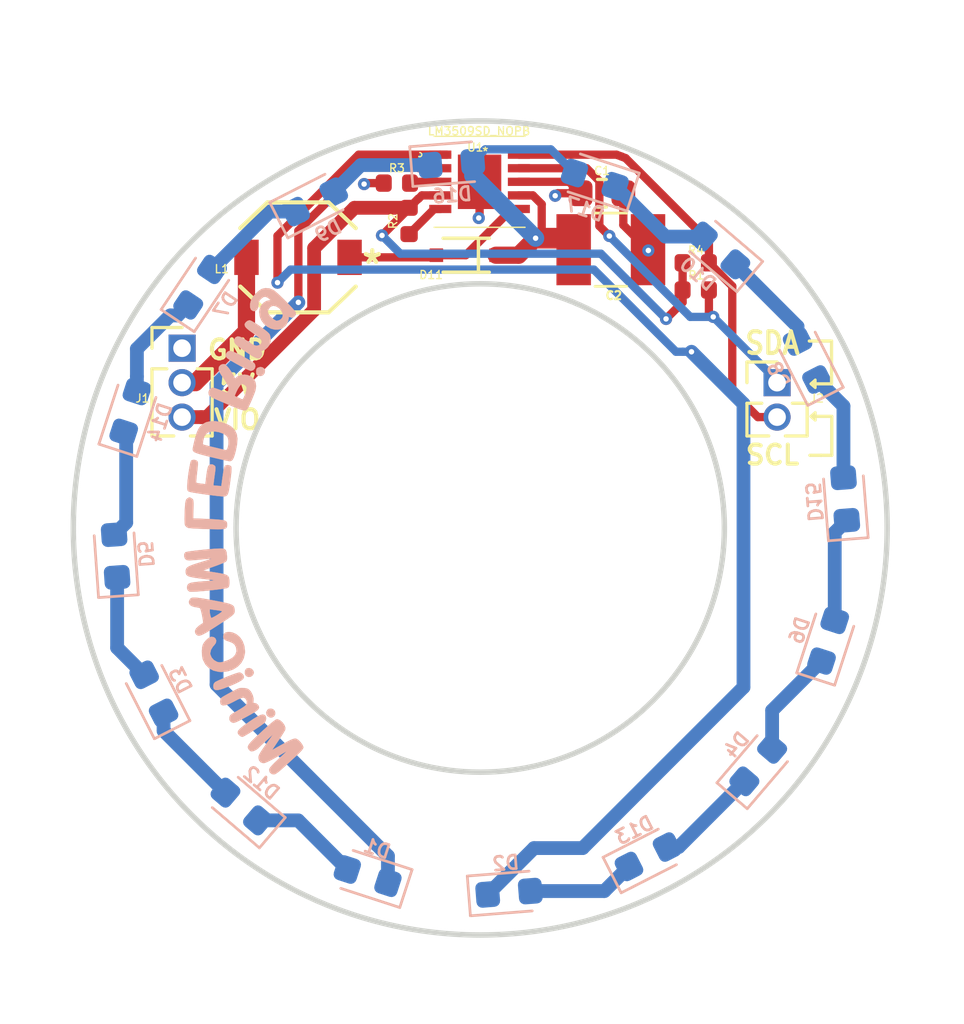
<source format=kicad_pcb>
(kicad_pcb (version 20171130) (host pcbnew "(5.1.4)-1")

  (general
    (thickness 1.6)
    (drawings 30)
    (tracks 146)
    (zones 0)
    (modules 28)
    (nets 26)
  )

  (page A4)
  (layers
    (0 F.Cu signal)
    (1 In1.Cu power)
    (2 In2.Cu power)
    (31 B.Cu signal)
    (32 B.Adhes user)
    (33 F.Adhes user)
    (34 B.Paste user)
    (35 F.Paste user)
    (36 B.SilkS user)
    (37 F.SilkS user)
    (38 B.Mask user)
    (39 F.Mask user)
    (40 Dwgs.User user hide)
    (41 Cmts.User user)
    (42 Eco1.User user)
    (43 Eco2.User user)
    (44 Edge.Cuts user)
    (45 Margin user)
    (46 B.CrtYd user hide)
    (47 F.CrtYd user hide)
    (48 B.Fab user hide)
    (49 F.Fab user hide)
  )

  (setup
    (last_trace_width 0.1016)
    (user_trace_width 0.1016)
    (user_trace_width 0.127)
    (user_trace_width 0.1524)
    (user_trace_width 0.1778)
    (user_trace_width 0.2032)
    (user_trace_width 0.3048)
    (user_trace_width 0.508)
    (user_trace_width 0.635)
    (user_trace_width 0.762)
    (trace_clearance 0.1016)
    (zone_clearance 0.254)
    (zone_45_only no)
    (trace_min 0.1016)
    (via_size 0.45)
    (via_drill 0.2)
    (via_min_size 0.45)
    (via_min_drill 0.2)
    (user_via 0.45 0.2)
    (uvia_size 0.3556)
    (uvia_drill 0.1016)
    (uvias_allowed no)
    (uvia_min_size 0.2)
    (uvia_min_drill 0.1)
    (edge_width 0.2)
    (segment_width 0.2)
    (pcb_text_width 0.3)
    (pcb_text_size 1.5 1.5)
    (mod_edge_width 0.12)
    (mod_text_size 1 1)
    (mod_text_width 0.15)
    (pad_size 1.524 1.524)
    (pad_drill 0.762)
    (pad_to_mask_clearance 0.0254)
    (solder_mask_min_width 0.1016)
    (aux_axis_origin 0 0)
    (visible_elements 7FFFFFFF)
    (pcbplotparams
      (layerselection 0x010fc_ffffffff)
      (usegerberextensions false)
      (usegerberattributes false)
      (usegerberadvancedattributes false)
      (creategerberjobfile false)
      (excludeedgelayer true)
      (linewidth 0.100000)
      (plotframeref false)
      (viasonmask false)
      (mode 1)
      (useauxorigin false)
      (hpglpennumber 1)
      (hpglpenspeed 20)
      (hpglpendiameter 15.000000)
      (psnegative false)
      (psa4output false)
      (plotreference true)
      (plotvalue true)
      (plotinvisibletext false)
      (padsonsilk false)
      (subtractmaskfromsilk false)
      (outputformat 1)
      (mirror false)
      (drillshape 0)
      (scaleselection 1)
      (outputdirectory "Gerber/"))
  )

  (net 0 "")
  (net 1 +5V)
  (net 2 GND)
  (net 3 "Net-(D1-Pad2)")
  (net 4 "Net-(D1-Pad1)")
  (net 5 "Net-(D2-Pad1)")
  (net 6 "Net-(D3-Pad2)")
  (net 7 "Net-(D4-Pad2)")
  (net 8 "Net-(D7-Pad2)")
  (net 9 "Net-(D10-Pad1)")
  (net 10 OVP)
  (net 11 "Net-(D11-Pad2)")
  (net 12 SDA)
  (net 13 "Net-(R2-Pad2)")
  (net 14 "Net-(R3-Pad2)")
  (net 15 SCL)
  (net 16 +2V8)
  (net 17 "Net-(D13-Pad1)")
  (net 18 "Net-(D12-Pad2)")
  (net 19 "Net-(D13-Pad2)")
  (net 20 "Net-(D14-Pad1)")
  (net 21 "Net-(D15-Pad1)")
  (net 22 "Net-(D14-Pad2)")
  (net 23 "Net-(D15-Pad2)")
  (net 24 "Net-(D16-Pad1)")
  (net 25 "Net-(D10-Pad2)")

  (net_class Default "This is the default net class."
    (clearance 0.1016)
    (trace_width 0.1016)
    (via_dia 0.45)
    (via_drill 0.2)
    (uvia_dia 0.3556)
    (uvia_drill 0.1016)
    (add_net +2V8)
    (add_net +5V)
    (add_net GND)
    (add_net "Net-(D1-Pad1)")
    (add_net "Net-(D1-Pad2)")
    (add_net "Net-(D10-Pad1)")
    (add_net "Net-(D10-Pad2)")
    (add_net "Net-(D11-Pad2)")
    (add_net "Net-(D12-Pad2)")
    (add_net "Net-(D13-Pad1)")
    (add_net "Net-(D13-Pad2)")
    (add_net "Net-(D14-Pad1)")
    (add_net "Net-(D14-Pad2)")
    (add_net "Net-(D15-Pad1)")
    (add_net "Net-(D15-Pad2)")
    (add_net "Net-(D16-Pad1)")
    (add_net "Net-(D2-Pad1)")
    (add_net "Net-(D3-Pad2)")
    (add_net "Net-(D4-Pad2)")
    (add_net "Net-(D7-Pad2)")
    (add_net "Net-(R2-Pad2)")
    (add_net "Net-(R3-Pad2)")
    (add_net OVP)
    (add_net SCL)
    (add_net SDA)
  )

  (module .Logo:Minicam_LED_Ring (layer B.Cu) (tedit 0) (tstamp 5F231E22)
    (at 100.99548 80.12938 90)
    (attr smd)
    (fp_text reference G*** (at 0 0 90) (layer B.SilkS) hide
      (effects (font (size 1.524 1.524) (thickness 0.3)) (justify mirror))
    )
    (fp_text value LOGO (at 0.75 0 90) (layer B.SilkS) hide
      (effects (font (size 1.524 1.524) (thickness 0.3)) (justify mirror))
    )
    (fp_poly (pts (xy -6.517217 1.076933) (xy -6.460759 1.01708) (xy -6.436299 0.938129) (xy -6.450415 0.857102)
      (xy -6.486278 0.808707) (xy -6.569233 0.766506) (xy -6.65697 0.77704) (xy -6.716889 0.818444)
      (xy -6.764409 0.898163) (xy -6.764802 0.980812) (xy -6.724402 1.051214) (xy -6.649545 1.094193)
      (xy -6.599096 1.100666) (xy -6.517217 1.076933)) (layer B.SilkS) (width 0.01))
    (fp_poly (pts (xy 6.092466 0.690541) (xy 6.139704 0.627242) (xy 6.151697 0.541326) (xy 6.123229 0.4497)
      (xy 6.081895 0.410238) (xy 6.00544 0.395582) (xy 5.981513 0.395111) (xy 5.902214 0.402123)
      (xy 5.857824 0.429673) (xy 5.837813 0.463585) (xy 5.818388 0.561855) (xy 5.848943 0.646482)
      (xy 5.924851 0.704798) (xy 5.926141 0.705337) (xy 6.018455 0.720236) (xy 6.092466 0.690541)) (layer B.SilkS) (width 0.01))
    (fp_poly (pts (xy 8.185031 1.843195) (xy 8.251864 1.789753) (xy 8.341883 1.709803) (xy 8.447514 1.610804)
      (xy 8.561183 1.500217) (xy 8.675316 1.385504) (xy 8.78234 1.274125) (xy 8.87468 1.17354)
      (xy 8.944761 1.09121) (xy 8.978275 1.045752) (xy 9.043467 0.898995) (xy 9.060299 0.743905)
      (xy 9.033002 0.61175) (xy 8.979618 0.518843) (xy 8.891648 0.414542) (xy 8.783929 0.314719)
      (xy 8.693975 0.249051) (xy 8.581547 0.196119) (xy 8.462402 0.169753) (xy 8.353218 0.171303)
      (xy 8.270673 0.20212) (xy 8.257016 0.213682) (xy 8.211556 0.288334) (xy 8.215517 0.361468)
      (xy 8.262403 0.423859) (xy 8.345721 0.466285) (xy 8.444374 0.479777) (xy 8.537295 0.487629)
      (xy 8.605254 0.519583) (xy 8.660874 0.569802) (xy 8.728218 0.657666) (xy 8.743519 0.737946)
      (xy 8.707553 0.82296) (xy 8.679208 0.860777) (xy 8.634514 0.913028) (xy 8.614614 0.924006)
      (xy 8.609167 0.896613) (xy 8.608793 0.880543) (xy 8.580599 0.760938) (xy 8.507488 0.654253)
      (xy 8.400904 0.570361) (xy 8.272293 0.519136) (xy 8.176987 0.508) (xy 8.012099 0.530322)
      (xy 7.864963 0.59202) (xy 7.739461 0.685188) (xy 7.639475 0.801921) (xy 7.568889 0.934314)
      (xy 7.531585 1.074462) (xy 7.531508 1.1521) (xy 7.85561 1.1521) (xy 7.860622 1.12658)
      (xy 7.897504 1.057867) (xy 7.961236 0.976282) (xy 8.034658 0.900983) (xy 8.100612 0.851129)
      (xy 8.112346 0.845507) (xy 8.173663 0.824693) (xy 8.221492 0.826802) (xy 8.284682 0.854282)
      (xy 8.298326 0.861291) (xy 8.376172 0.928035) (xy 8.407698 1.017477) (xy 8.392978 1.120162)
      (xy 8.332086 1.226639) (xy 8.295163 1.267829) (xy 8.183239 1.35174) (xy 8.071001 1.379511)
      (xy 7.990047 1.36512) (xy 7.918804 1.315514) (xy 7.869878 1.236926) (xy 7.85561 1.1521)
      (xy 7.531508 1.1521) (xy 7.531446 1.214459) (xy 7.572355 1.346401) (xy 7.658193 1.462383)
      (xy 7.693258 1.492861) (xy 7.767238 1.538037) (xy 7.854666 1.573886) (xy 7.935703 1.593996)
      (xy 7.990512 1.591957) (xy 7.994112 1.590091) (xy 8.00354 1.597373) (xy 7.989701 1.631635)
      (xy 7.97187 1.715107) (xy 8.000504 1.790727) (xy 8.06596 1.844505) (xy 8.148958 1.862666)
      (xy 8.185031 1.843195)) (layer B.SilkS) (width 0.01))
    (fp_poly (pts (xy -7.841765 2.130848) (xy -7.753449 2.088276) (xy -7.662036 2.019453) (xy -7.586993 1.941151)
      (xy -7.550798 1.880182) (xy -7.543007 1.843175) (xy -7.546616 1.797965) (xy -7.564518 1.737782)
      (xy -7.5996 1.655855) (xy -7.654752 1.545414) (xy -7.732865 1.399688) (xy -7.83344 1.217976)
      (xy -7.96487 0.982507) (xy -7.622614 1.211804) (xy -7.495495 1.295704) (xy -7.380257 1.369434)
      (xy -7.287248 1.426543) (xy -7.226813 1.460579) (xy -7.215096 1.465913) (xy -7.133814 1.469512)
      (xy -7.041205 1.433741) (xy -6.951255 1.369679) (xy -6.87795 1.288405) (xy -6.835276 1.201001)
      (xy -6.829778 1.160657) (xy -6.849749 1.112555) (xy -6.90757 1.029758) (xy -7.0001 0.916378)
      (xy -7.118898 0.782321) (xy -7.29945 0.585152) (xy -7.446701 0.426527) (xy -7.565059 0.302988)
      (xy -7.65893 0.211079) (xy -7.732722 0.147343) (xy -7.790843 0.108323) (xy -7.8377 0.090563)
      (xy -7.877701 0.090605) (xy -7.915252 0.104993) (xy -7.952387 0.1286) (xy -7.999703 0.181165)
      (xy -8.015111 0.228779) (xy -7.996906 0.310553) (xy -7.951984 0.401921) (xy -7.894884 0.473958)
      (xy -7.889555 0.478579) (xy -7.85365 0.513281) (xy -7.789146 0.580157) (xy -7.705276 0.669488)
      (xy -7.6139 0.768681) (xy -7.382856 1.021759) (xy -7.762484 0.751324) (xy -7.912214 0.64622)
      (xy -8.025254 0.571162) (xy -8.109564 0.521666) (xy -8.173102 0.49325) (xy -8.22383 0.48143)
      (xy -8.24357 0.480333) (xy -8.347738 0.502799) (xy -8.418524 0.566194) (xy -8.447565 0.662571)
      (xy -8.447852 0.674441) (xy -8.433489 0.728604) (xy -8.393313 0.822136) (xy -8.33169 0.946708)
      (xy -8.252989 1.093991) (xy -8.161578 1.255656) (xy -8.061823 1.423375) (xy -8.017141 1.495777)
      (xy -8.015486 1.507106) (xy -8.045932 1.481767) (xy -8.102765 1.425) (xy -8.155732 1.368777)
      (xy -8.303855 1.209563) (xy -8.419745 1.087817) (xy -8.508639 0.998789) (xy -8.575772 0.937731)
      (xy -8.626379 0.899896) (xy -8.665695 0.880533) (xy -8.698955 0.874896) (xy -8.700245 0.874888)
      (xy -8.788937 0.899124) (xy -8.845706 0.965181) (xy -8.861778 1.044609) (xy -8.853352 1.086235)
      (xy -8.824829 1.140575) (xy -8.771344 1.21428) (xy -8.688029 1.314002) (xy -8.570018 1.446392)
      (xy -8.558679 1.458871) (xy -8.384859 1.649391) (xy -8.244325 1.801685) (xy -8.132857 1.91971)
      (xy -8.046236 2.00742) (xy -7.980241 2.068771) (xy -7.930653 2.107718) (xy -7.893251 2.128218)
      (xy -7.863815 2.134225) (xy -7.841765 2.130848)) (layer B.SilkS) (width 0.01))
    (fp_poly (pts (xy -5.074034 0.302999) (xy -5.030611 0.281341) (xy -4.968385 0.22003) (xy -4.941967 0.137882)
      (xy -4.955251 0.055896) (xy -4.981714 0.017651) (xy -5.056294 -0.021465) (xy -5.14528 -0.021842)
      (xy -5.222826 0.015689) (xy -5.232963 0.025726) (xy -5.271959 0.105439) (xy -5.263849 0.191033)
      (xy -5.212153 0.263427) (xy -5.185833 0.281332) (xy -5.124276 0.308665) (xy -5.074034 0.302999)) (layer B.SilkS) (width 0.01))
    (fp_poly (pts (xy -6.724998 0.74859) (xy -6.694311 0.728133) (xy -6.663638 0.681828) (xy -6.65732 0.622887)
      (xy -6.677728 0.545089) (xy -6.727234 0.442211) (xy -6.808209 0.308033) (xy -6.915877 0.146727)
      (xy -7.034204 -0.021756) (xy -7.128793 -0.145472) (xy -7.204748 -0.228175) (xy -7.267171 -0.273619)
      (xy -7.321167 -0.285555) (xy -7.37184 -0.267738) (xy -7.422444 -0.225778) (xy -7.464657 -0.165298)
      (xy -7.478889 -0.115276) (xy -7.463884 -0.075178) (xy -7.423124 0.001266) (xy -7.362986 0.103997)
      (xy -7.289849 0.222955) (xy -7.210091 0.348083) (xy -7.130092 0.469322) (xy -7.056231 0.576614)
      (xy -6.994885 0.659899) (xy -6.962832 0.6985) (xy -6.892019 0.74463) (xy -6.804742 0.762209)
      (xy -6.724998 0.74859)) (layer B.SilkS) (width 0.01))
    (fp_poly (pts (xy 7.315934 0.906884) (xy 7.363572 0.885945) (xy 7.412226 0.843156) (xy 7.480182 0.765121)
      (xy 7.559925 0.662659) (xy 7.643937 0.546591) (xy 7.724704 0.427735) (xy 7.79471 0.31691)
      (xy 7.846438 0.224937) (xy 7.872372 0.162633) (xy 7.874 0.151169) (xy 7.853697 0.081699)
      (xy 7.804675 0.016393) (xy 7.744761 -0.023835) (xy 7.721086 -0.028223) (xy 7.671174 -0.021506)
      (xy 7.623035 0.003522) (xy 7.568953 0.054183) (xy 7.501212 0.137797) (xy 7.412097 0.261684)
      (xy 7.405409 0.271264) (xy 7.32624 0.381285) (xy 7.253192 0.476486) (xy 7.1952 0.545586)
      (xy 7.164685 0.57519) (xy 7.086274 0.602463) (xy 7.01429 0.577227) (xy 6.958899 0.503289)
      (xy 6.956179 0.497042) (xy 6.938608 0.436297) (xy 6.941054 0.373049) (xy 6.967198 0.297752)
      (xy 7.020722 0.200861) (xy 7.105308 0.072831) (xy 7.137747 0.026274) (xy 7.22463 -0.109863)
      (xy 7.270512 -0.215403) (xy 7.276888 -0.296896) (xy 7.245253 -0.360892) (xy 7.229722 -0.376626)
      (xy 7.147457 -0.418941) (xy 7.05889 -0.406588) (xy 6.989901 -0.359834) (xy 6.949532 -0.313834)
      (xy 6.885903 -0.231103) (xy 6.806728 -0.122098) (xy 6.719724 0.002728) (xy 6.689862 0.046719)
      (xy 6.585723 0.205938) (xy 6.515046 0.327839) (xy 6.476131 0.419254) (xy 6.467276 0.48702)
      (xy 6.486782 0.537971) (xy 6.532948 0.578942) (xy 6.554263 0.591727) (xy 6.619669 0.618682)
      (xy 6.670804 0.60949) (xy 6.6863 0.600694) (xy 6.726628 0.583119) (xy 6.747806 0.60563)
      (xy 6.758576 0.646166) (xy 6.799395 0.731433) (xy 6.87662 0.818948) (xy 6.973921 0.890836)
      (xy 6.9902 0.899662) (xy 7.086404 0.926061) (xy 7.204492 0.928119) (xy 7.315934 0.906884)) (layer B.SilkS) (width 0.01))
    (fp_poly (pts (xy 6.25153 0.353199) (xy 6.299927 0.3175) (xy 6.328449 0.275826) (xy 6.377568 0.19463)
      (xy 6.441292 0.084178) (xy 6.513631 -0.045261) (xy 6.54419 -0.101072) (xy 6.636748 -0.276955)
      (xy 6.699664 -0.412553) (xy 6.73452 -0.514605) (xy 6.742898 -0.589848) (xy 6.726379 -0.645022)
      (xy 6.686545 -0.686864) (xy 6.682387 -0.689845) (xy 6.61321 -0.727664) (xy 6.555431 -0.723991)
      (xy 6.499948 -0.691635) (xy 6.463003 -0.65004) (xy 6.407962 -0.568791) (xy 6.340725 -0.458708)
      (xy 6.267189 -0.330612) (xy 6.193253 -0.195322) (xy 6.124816 -0.063658) (xy 6.067777 0.053561)
      (xy 6.028034 0.145515) (xy 6.011486 0.201383) (xy 6.011334 0.204614) (xy 6.03494 0.284286)
      (xy 6.094299 0.340089) (xy 6.172225 0.365301) (xy 6.25153 0.353199)) (layer B.SilkS) (width 0.01))
    (fp_poly (pts (xy -6.341296 0.487655) (xy -6.308823 0.469019) (xy -6.24888 0.40251) (xy -6.237111 0.349067)
      (xy -6.229966 0.297453) (xy -6.196868 0.287619) (xy -6.165498 0.294077) (xy -6.060211 0.297086)
      (xy -5.939073 0.265715) (xy -5.824544 0.207039) (xy -5.78011 0.172688) (xy -5.725625 0.114489)
      (xy -5.695834 0.049779) (xy -5.680792 -0.044632) (xy -5.679205 -0.062652) (xy -5.675346 -0.13194)
      (xy -5.67956 -0.191208) (xy -5.695983 -0.253259) (xy -5.728754 -0.330893) (xy -5.782011 -0.436909)
      (xy -5.82899 -0.526004) (xy -5.895685 -0.649192) (xy -5.956655 -0.757446) (xy -6.005121 -0.839009)
      (xy -6.034152 -0.881945) (xy -6.095226 -0.918101) (xy -6.178507 -0.930426) (xy -6.25637 -0.91723)
      (xy -6.287911 -0.897467) (xy -6.318459 -0.83172) (xy -6.310357 -0.732444) (xy -6.263128 -0.597439)
      (xy -6.191108 -0.451556) (xy -6.113474 -0.304468) (xy -6.062648 -0.196964) (xy -6.036279 -0.120301)
      (xy -6.032017 -0.065734) (xy -6.047511 -0.024517) (xy -6.069309 0.001531) (xy -6.15292 0.049262)
      (xy -6.247285 0.047403) (xy -6.307823 0.017486) (xy -6.342859 -0.022162) (xy -6.396808 -0.099622)
      (xy -6.461796 -0.203025) (xy -6.518458 -0.300014) (xy -6.587579 -0.420766) (xy -6.637518 -0.500804)
      (xy -6.676241 -0.548899) (xy -6.711716 -0.573824) (xy -6.751911 -0.58435) (xy -6.779318 -0.587214)
      (xy -6.857062 -0.585214) (xy -6.906245 -0.555465) (xy -6.929195 -0.525096) (xy -6.949302 -0.490341)
      (xy -6.959192 -0.455204) (xy -6.956195 -0.412004) (xy -6.937639 -0.353063) (xy -6.900855 -0.2707)
      (xy -6.843171 -0.157235) (xy -6.761916 -0.004988) (xy -6.723768 0.065622) (xy -6.62954 0.235523)
      (xy -6.554166 0.359123) (xy -6.49265 0.44128) (xy -6.439998 0.486849) (xy -6.391212 0.500688)
      (xy -6.341296 0.487655)) (layer B.SilkS) (width 0.01))
    (fp_poly (pts (xy -5.227681 -0.067774) (xy -5.170946 -0.100378) (xy -5.117741 -0.170021) (xy -5.108222 -0.229075)
      (xy -5.119077 -0.281702) (xy -5.148515 -0.373997) (xy -5.191848 -0.494203) (xy -5.244386 -0.630567)
      (xy -5.301441 -0.771331) (xy -5.358324 -0.90474) (xy -5.410345 -1.019039) (xy -5.452815 -1.102471)
      (xy -5.464319 -1.121834) (xy -5.522563 -1.167953) (xy -5.605167 -1.186692) (xy -5.685957 -1.175057)
      (xy -5.723466 -1.151467) (xy -5.750097 -1.102859) (xy -5.75364 -1.028834) (xy -5.732897 -0.923763)
      (xy -5.686671 -0.782018) (xy -5.613766 -0.59797) (xy -5.597539 -0.559496) (xy -5.514702 -0.370579)
      (xy -5.445971 -0.230505) (xy -5.387125 -0.13473) (xy -5.333942 -0.078712) (xy -5.282201 -0.057908)
      (xy -5.227681 -0.067774)) (layer B.SilkS) (width 0.01))
    (fp_poly (pts (xy 5.591556 0.369679) (xy 5.713936 0.303382) (xy 5.805972 0.199399) (xy 5.859628 0.063331)
      (xy 5.870117 -0.039003) (xy 5.858459 -0.138835) (xy 5.828106 -0.236299) (xy 5.786205 -0.31579)
      (xy 5.739905 -0.361701) (xy 5.719754 -0.367247) (xy 5.725232 -0.378675) (xy 5.77145 -0.408262)
      (xy 5.846796 -0.448767) (xy 5.988351 -0.529177) (xy 6.109263 -0.614331) (xy 6.19976 -0.696262)
      (xy 6.25007 -0.767003) (xy 6.255145 -0.781693) (xy 6.251278 -0.859669) (xy 6.225461 -0.917428)
      (xy 6.15712 -0.976804) (xy 6.064169 -0.987306) (xy 5.949812 -0.94918) (xy 5.852137 -0.888975)
      (xy 5.687522 -0.773995) (xy 5.558104 -0.693141) (xy 5.456552 -0.643427) (xy 5.375535 -0.621865)
      (xy 5.307723 -0.625468) (xy 5.255466 -0.64583) (xy 5.228707 -0.662555) (xy 5.216834 -0.68433)
      (xy 5.221488 -0.722585) (xy 5.244311 -0.788748) (xy 5.286946 -0.89425) (xy 5.293412 -0.90995)
      (xy 5.336853 -1.021694) (xy 5.370182 -1.119382) (xy 5.388187 -1.187231) (xy 5.389928 -1.202126)
      (xy 5.365606 -1.276792) (xy 5.303444 -1.333966) (xy 5.221737 -1.362079) (xy 5.149576 -1.354116)
      (xy 5.118955 -1.340747) (xy 5.091633 -1.321152) (xy 5.064043 -1.288764) (xy 5.032619 -1.237018)
      (xy 4.993792 -1.159348) (xy 4.943997 -1.049188) (xy 4.879665 -0.899971) (xy 4.798026 -0.70702)
      (xy 4.710066 -0.49705) (xy 4.643153 -0.332413) (xy 4.595814 -0.206685) (xy 4.566573 -0.113441)
      (xy 4.566302 -0.111997) (xy 4.958751 -0.111997) (xy 4.964326 -0.136439) (xy 4.991169 -0.192683)
      (xy 5.025858 -0.271863) (xy 5.033159 -0.289278) (xy 5.063292 -0.355422) (xy 5.08527 -0.392335)
      (xy 5.089159 -0.395112) (xy 5.119331 -0.384505) (xy 5.185188 -0.357018) (xy 5.252877 -0.327306)
      (xy 5.348372 -0.27832) (xy 5.435561 -0.222896) (xy 5.500923 -0.170742) (xy 5.530937 -0.131564)
      (xy 5.531556 -0.127229) (xy 5.521123 -0.095832) (xy 5.498495 -0.042985) (xy 5.453546 0.018737)
      (xy 5.386236 0.045225) (xy 5.28915 0.037093) (xy 5.15487 -0.005046) (xy 5.134552 -0.012889)
      (xy 5.033983 -0.054715) (xy 4.978321 -0.085618) (xy 4.958751 -0.111997) (xy 4.566302 -0.111997)
      (xy 4.553957 -0.046259) (xy 4.556491 0.001285) (xy 4.5727 0.035614) (xy 4.601109 0.063154)
      (xy 4.618358 0.075649) (xy 4.684961 0.11363) (xy 4.789665 0.164546) (xy 4.91757 0.221915)
      (xy 5.053775 0.279259) (xy 5.18338 0.330098) (xy 5.287902 0.366813) (xy 5.446866 0.392689)
      (xy 5.591556 0.369679)) (layer B.SilkS) (width 0.01))
    (fp_poly (pts (xy -4.123991 -0.042401) (xy -3.951059 -0.106781) (xy -3.806491 -0.205505) (xy -3.69732 -0.332595)
      (xy -3.630579 -0.482077) (xy -3.612444 -0.617967) (xy -3.630922 -0.727602) (xy -3.685821 -0.794736)
      (xy -3.776343 -0.818415) (xy -3.780338 -0.818445) (xy -3.845462 -0.808656) (xy -3.89321 -0.772393)
      (xy -3.932381 -0.699314) (xy -3.965384 -0.600925) (xy -4.016549 -0.475022) (xy -4.086734 -0.393309)
      (xy -4.186261 -0.344206) (xy -4.197156 -0.340949) (xy -4.32892 -0.329032) (xy -4.448107 -0.370546)
      (xy -4.552089 -0.463358) (xy -4.638237 -0.605339) (xy -4.688491 -0.739264) (xy -4.71959 -0.847837)
      (xy -4.733511 -0.921935) (xy -4.731561 -0.980416) (xy -4.715046 -1.042137) (xy -4.710414 -1.055659)
      (xy -4.649004 -1.162481) (xy -4.555644 -1.245813) (xy -4.447218 -1.292585) (xy -4.397091 -1.298223)
      (xy -4.270995 -1.271552) (xy -4.147431 -1.19585) (xy -4.094358 -1.145682) (xy -4.013711 -1.089432)
      (xy -3.930212 -1.077156) (xy -3.856767 -1.102983) (xy -3.806284 -1.161046) (xy -3.791672 -1.245473)
      (xy -3.797542 -1.280649) (xy -3.839004 -1.362724) (xy -3.915421 -1.450869) (xy -4.01014 -1.528294)
      (xy -4.08426 -1.569698) (xy -4.185363 -1.595207) (xy -4.318237 -1.60516) (xy -4.460456 -1.599778)
      (xy -4.589596 -1.579279) (xy -4.639995 -1.564266) (xy -4.81228 -1.473553) (xy -4.944982 -1.344206)
      (xy -5.035488 -1.180238) (xy -5.081188 -0.985666) (xy -5.086417 -0.877927) (xy -5.061945 -0.653802)
      (xy -4.995173 -0.455279) (xy -4.890769 -0.287584) (xy -4.753403 -0.155939) (xy -4.587743 -0.065571)
      (xy -4.398458 -0.021704) (xy -4.318253 -0.018337) (xy -4.123991 -0.042401)) (layer B.SilkS) (width 0.01))
    (fp_poly (pts (xy 3.681194 -0.323078) (xy 3.814607 -0.386573) (xy 3.926649 -0.488904) (xy 3.981682 -0.562733)
      (xy 4.065993 -0.724489) (xy 4.123857 -0.907214) (xy 4.1534 -1.096016) (xy 4.152749 -1.276001)
      (xy 4.120027 -1.432273) (xy 4.097692 -1.484509) (xy 4.035535 -1.586842) (xy 3.96025 -1.66849)
      (xy 3.862452 -1.735028) (xy 3.732758 -1.792031) (xy 3.561781 -1.845074) (xy 3.437108 -1.876922)
      (xy 3.293769 -1.911308) (xy 3.194693 -1.932879) (xy 3.129282 -1.942093) (xy 3.086939 -1.939407)
      (xy 3.057064 -1.925279) (xy 3.02906 -1.900164) (xy 3.02364 -1.894752) (xy 2.995328 -1.843292)
      (xy 2.957655 -1.736177) (xy 2.910621 -1.573415) (xy 2.85423 -1.355015) (xy 2.825803 -1.238585)
      (xy 2.783198 -1.058884) (xy 2.745556 -0.895016) (xy 2.714818 -0.755854) (xy 2.709131 -0.728425)
      (xy 3.087171 -0.728425) (xy 3.098445 -0.77241) (xy 3.119823 -0.85975) (xy 3.148499 -0.97885)
      (xy 3.181668 -1.118116) (xy 3.190897 -1.157112) (xy 3.224488 -1.297039) (xy 3.254293 -1.417146)
      (xy 3.277594 -1.506768) (xy 3.291671 -1.555242) (xy 3.293677 -1.560144) (xy 3.328579 -1.570354)
      (xy 3.400018 -1.564456) (xy 3.491337 -1.545226) (xy 3.585882 -1.515436) (xy 3.603515 -1.508536)
      (xy 3.682928 -1.45444) (xy 3.741012 -1.379858) (xy 3.774116 -1.265285) (xy 3.776469 -1.125352)
      (xy 3.751935 -0.977029) (xy 3.704376 -0.837285) (xy 3.637655 -0.723091) (xy 3.578321 -0.665088)
      (xy 3.508871 -0.636317) (xy 3.416493 -0.623628) (xy 3.314941 -0.625248) (xy 3.217967 -0.639403)
      (xy 3.139327 -0.66432) (xy 3.092773 -0.698224) (xy 3.087171 -0.728425) (xy 2.709131 -0.728425)
      (xy 2.692925 -0.65027) (xy 2.681818 -0.587134) (xy 2.680829 -0.575874) (xy 2.692848 -0.52163)
      (xy 2.732989 -0.475843) (xy 2.808231 -0.434697) (xy 2.925553 -0.394373) (xy 3.091732 -0.351101)
      (xy 3.325855 -0.306792) (xy 3.52031 -0.296968) (xy 3.681194 -0.323078)) (layer B.SilkS) (width 0.01))
    (fp_poly (pts (xy -2.811895 -0.399946) (xy -2.797758 -0.400871) (xy -2.735917 -0.407979) (xy -2.685813 -0.424338)
      (xy -2.644591 -0.456251) (xy -2.609401 -0.510025) (xy -2.57739 -0.591962) (xy -2.545704 -0.708367)
      (xy -2.511492 -0.865546) (xy -2.471901 -1.069802) (xy -2.455589 -1.157112) (xy -2.412121 -1.395225)
      (xy -2.379866 -1.584366) (xy -2.358469 -1.730809) (xy -2.347573 -1.840828) (xy -2.346821 -1.920697)
      (xy -2.355857 -1.97669) (xy -2.374325 -2.015081) (xy -2.401867 -2.042143) (xy -2.405168 -2.044511)
      (xy -2.495115 -2.084609) (xy -2.575878 -2.069856) (xy -2.623546 -2.033121) (xy -2.662925 -1.967799)
      (xy -2.69188 -1.871562) (xy -2.697258 -1.839179) (xy -2.71143 -1.752922) (xy -2.726751 -1.689744)
      (xy -2.733656 -1.673112) (xy -2.767604 -1.656244) (xy -2.844044 -1.633436) (xy -2.949841 -1.608322)
      (xy -3.018252 -1.594367) (xy -3.149267 -1.571046) (xy -3.233861 -1.561158) (xy -3.28031 -1.564201)
      (xy -3.296298 -1.577449) (xy -3.319047 -1.618376) (xy -3.36464 -1.685301) (xy -3.397801 -1.730192)
      (xy -3.487463 -1.820676) (xy -3.576935 -1.859334) (xy -3.661556 -1.844809) (xy -3.699607 -1.818075)
      (xy -3.73156 -1.782121) (xy -3.747904 -1.740806) (xy -3.746246 -1.688176) (xy -3.724194 -1.618274)
      (xy -3.679357 -1.525145) (xy -3.609341 -1.402833) (xy -3.521544 -1.261172) (xy -3.094449 -1.261172)
      (xy -3.094309 -1.261321) (xy -3.054479 -1.279467) (xy -2.980954 -1.299369) (xy -2.896053 -1.315844)
      (xy -2.826258 -1.323556) (xy -2.77717 -1.314208) (xy -2.774096 -1.28903) (xy -2.784319 -1.243066)
      (xy -2.796999 -1.159514) (xy -2.808668 -1.062859) (xy -2.821908 -0.965525) (xy -2.837079 -0.892762)
      (xy -2.850698 -0.860622) (xy -2.873434 -0.876538) (xy -2.913987 -0.928902) (xy -2.964083 -1.004105)
      (xy -3.015449 -1.08854) (xy -3.059814 -1.168601) (xy -3.088905 -1.23068) (xy -3.094449 -1.261172)
      (xy -3.521544 -1.261172) (xy -3.511757 -1.245382) (xy -3.399042 -1.069732) (xy -3.271348 -0.872806)
      (xy -3.169812 -0.718235) (xy -3.089914 -0.600992) (xy -3.027136 -0.516051) (xy -2.97696 -0.458385)
      (xy -2.934866 -0.422968) (xy -2.896336 -0.404774) (xy -2.856852 -0.398775) (xy -2.811895 -0.399946)) (layer B.SilkS) (width 0.01))
    (fp_poly (pts (xy 2.435596 -0.514489) (xy 2.473925 -0.521976) (xy 2.494469 -0.533568) (xy 2.530617 -0.594186)
      (xy 2.537556 -0.673443) (xy 2.514719 -0.743335) (xy 2.499066 -0.760839) (xy 2.456364 -0.777591)
      (xy 2.370009 -0.798329) (xy 2.252406 -0.820457) (xy 2.11596 -0.84138) (xy 2.11101 -0.842057)
      (xy 1.763889 -0.889302) (xy 1.77382 -1.030262) (xy 1.780801 -1.112476) (xy 1.78768 -1.166997)
      (xy 1.790822 -1.178817) (xy 1.819847 -1.17821) (xy 1.893063 -1.17073) (xy 1.998816 -1.15769)
      (xy 2.103303 -1.143539) (xy 2.252392 -1.122762) (xy 2.3557 -1.109685) (xy 2.423368 -1.104346)
      (xy 2.465539 -1.106778) (xy 2.492351 -1.117019) (xy 2.513948 -1.135102) (xy 2.523873 -1.145016)
      (xy 2.563684 -1.218194) (xy 2.55862 -1.297566) (xy 2.51056 -1.361511) (xy 2.504722 -1.365434)
      (xy 2.450974 -1.3853) (xy 2.355896 -1.407173) (xy 2.234373 -1.427998) (xy 2.138066 -1.440719)
      (xy 1.83491 -1.475713) (xy 1.852392 -1.633912) (xy 1.864887 -1.723873) (xy 1.878717 -1.789427)
      (xy 1.887437 -1.811113) (xy 1.920509 -1.814847) (xy 1.998379 -1.811488) (xy 2.109955 -1.801832)
      (xy 2.244147 -1.786677) (xy 2.266196 -1.783895) (xy 2.435743 -1.764199) (xy 2.55628 -1.755151)
      (xy 2.63418 -1.756499) (xy 2.675419 -1.76774) (xy 2.715925 -1.820615) (xy 2.731897 -1.896561)
      (xy 2.720736 -1.969038) (xy 2.698287 -2.001234) (xy 2.652695 -2.019728) (xy 2.562801 -2.041674)
      (xy 2.440505 -2.065256) (xy 2.297702 -2.088662) (xy 2.14629 -2.110077) (xy 1.998168 -2.127689)
      (xy 1.865231 -2.139682) (xy 1.760257 -2.144241) (xy 1.663879 -2.142733) (xy 1.608218 -2.13335)
      (xy 1.577584 -2.110168) (xy 1.556286 -2.067278) (xy 1.542768 -2.014589) (xy 1.524367 -1.916708)
      (xy 1.502595 -1.784526) (xy 1.478968 -1.628931) (xy 1.454997 -1.460813) (xy 1.432196 -1.291062)
      (xy 1.412079 -1.130566) (xy 1.396159 -0.990217) (xy 1.385949 -0.880902) (xy 1.382889 -0.819557)
      (xy 1.386711 -0.756304) (xy 1.402851 -0.707211) (xy 1.43832 -0.669138) (xy 1.500131 -0.638946)
      (xy 1.595295 -0.613493) (xy 1.730823 -0.58964) (xy 1.913728 -0.564247) (xy 1.968843 -0.557141)
      (xy 2.148866 -0.534857) (xy 2.281227 -0.520564) (xy 2.374083 -0.513897) (xy 2.435596 -0.514489)) (layer B.SilkS) (width 0.01))
    (fp_poly (pts (xy 0.41741 -0.6828) (xy 0.460053 -0.708272) (xy 0.491444 -0.767362) (xy 0.492142 -0.769056)
      (xy 0.508211 -0.836451) (xy 0.523121 -0.954822) (xy 0.536362 -1.118703) (xy 0.547424 -1.322628)
      (xy 0.550322 -1.392879) (xy 0.570796 -1.924981) (xy 0.871009 -1.918188) (xy 1.026301 -1.914906)
      (xy 1.135059 -1.914349) (xy 1.207182 -1.918112) (xy 1.252571 -1.927789) (xy 1.281125 -1.944974)
      (xy 1.302742 -1.971261) (xy 1.314929 -1.989667) (xy 1.344753 -2.045113) (xy 1.339775 -2.088735)
      (xy 1.315793 -2.129459) (xy 1.290244 -2.16176) (xy 1.256274 -2.186026) (xy 1.205459 -2.203854)
      (xy 1.129379 -2.216843) (xy 1.01961 -2.22659) (xy 0.86773 -2.234692) (xy 0.731709 -2.240245)
      (xy 0.545633 -2.244362) (xy 0.412612 -2.240257) (xy 0.32984 -2.227799) (xy 0.310343 -2.220533)
      (xy 0.253442 -2.168917) (xy 0.222809 -2.108409) (xy 0.215684 -2.057451) (xy 0.207666 -1.959605)
      (xy 0.199319 -1.824411) (xy 0.19121 -1.661405) (xy 0.183905 -1.480128) (xy 0.181681 -1.415308)
      (xy 0.174919 -1.192421) (xy 0.171921 -1.019576) (xy 0.174057 -0.890425) (xy 0.1827 -0.798617)
      (xy 0.199222 -0.737802) (xy 0.224995 -0.701629) (xy 0.26139 -0.683749) (xy 0.309779 -0.67781)
      (xy 0.3411 -0.677334) (xy 0.41741 -0.6828)) (layer B.SilkS) (width 0.01))
    (fp_poly (pts (xy -1.681912 -0.595529) (xy -1.607964 -0.609136) (xy -1.553347 -0.641024) (xy -1.512773 -0.698726)
      (xy -1.480956 -0.789777) (xy -1.45261 -0.921711) (xy -1.422447 -1.102063) (xy -1.422271 -1.103175)
      (xy -1.399089 -1.250904) (xy -1.379157 -1.380726) (xy -1.364156 -1.481476) (xy -1.355767 -1.541985)
      (xy -1.354654 -1.552223) (xy -1.344998 -1.542003) (xy -1.320385 -1.486247) (xy -1.28396 -1.392879)
      (xy -1.238869 -1.269826) (xy -1.209064 -1.185334) (xy -1.156311 -1.038918) (xy -1.105994 -0.908516)
      (xy -1.062532 -0.804928) (xy -1.030345 -0.738954) (xy -1.020251 -0.723877) (xy -0.982811 -0.694336)
      (xy -0.928072 -0.680911) (xy -0.839523 -0.680511) (xy -0.800337 -0.682694) (xy -0.675333 -0.69669)
      (xy -0.596585 -0.725181) (xy -0.554207 -0.776842) (xy -0.538309 -0.86035) (xy -0.537176 -0.913623)
      (xy -0.540699 -1.021641) (xy -0.549388 -1.160698) (xy -0.562188 -1.32101) (xy -0.578045 -1.492793)
      (xy -0.595905 -1.666263) (xy -0.614711 -1.831636) (xy -0.63341 -1.979129) (xy -0.650946 -2.098956)
      (xy -0.666265 -2.181335) (xy -0.677548 -2.215704) (xy -0.740452 -2.252587) (xy -0.823569 -2.257023)
      (xy -0.902483 -2.231119) (xy -0.944471 -2.192668) (xy -0.960405 -2.16214) (xy -0.969948 -2.122623)
      (xy -0.973119 -2.064609) (xy -0.969937 -1.978585) (xy -0.960422 -1.855041) (xy -0.945481 -1.693717)
      (xy -0.931695 -1.543956) (xy -0.920987 -1.41541) (xy -0.914087 -1.317903) (xy -0.911722 -1.261261)
      (xy -0.91264 -1.251063) (xy -0.923308 -1.27344) (xy -0.946944 -1.340948) (xy -0.980584 -1.444571)
      (xy -1.021264 -1.575291) (xy -1.04554 -1.655388) (xy -1.103496 -1.842771) (xy -1.151847 -1.98227)
      (xy -1.194795 -2.080731) (xy -1.236541 -2.145001) (xy -1.281286 -2.181924) (xy -1.333231 -2.198349)
      (xy -1.380563 -2.201334) (xy -1.444904 -2.197526) (xy -1.494954 -2.181479) (xy -1.533822 -2.146251)
      (xy -1.564621 -2.084906) (xy -1.59046 -1.990505) (xy -1.614451 -1.856107) (xy -1.639705 -1.674775)
      (xy -1.648936 -1.602748) (xy -1.710736 -1.114778) (xy -1.746598 -1.538112) (xy -1.763494 -1.728648)
      (xy -1.778705 -1.870906) (xy -1.794258 -1.97293) (xy -1.812178 -2.042764) (xy -1.834492 -2.088451)
      (xy -1.863224 -2.118036) (xy -1.897734 -2.138274) (xy -1.983195 -2.15546) (xy -2.063215 -2.13239)
      (xy -2.11789 -2.076443) (xy -2.126626 -2.053406) (xy -2.130247 -2.000565) (xy -2.127595 -1.902949)
      (xy -2.119675 -1.770553) (xy -2.107494 -1.613372) (xy -2.092057 -1.441399) (xy -2.074369 -1.26463)
      (xy -2.055437 -1.093059) (xy -2.036267 -0.936681) (xy -2.017863 -0.805489) (xy -2.001233 -0.709479)
      (xy -1.98738 -0.658646) (xy -1.986023 -0.656167) (xy -1.954366 -0.619412) (xy -1.907634 -0.600161)
      (xy -1.828918 -0.59319) (xy -1.780476 -0.592667) (xy -1.681912 -0.595529)) (layer B.SilkS) (width 0.01))
  )

  (module footprints:VLF4012AT-100MR79 (layer F.Cu) (tedit 0) (tstamp 5E8B81FD)
    (at 102.9335 69.93636 180)
    (path /5E8B36F1)
    (attr smd)
    (fp_text reference L1 (at 2.81178 -0.42926) (layer F.SilkS)
      (effects (font (size 0.3 0.3) (thickness 0.05)))
    )
    (fp_text value 10uH (at 0 2.28) (layer F.Fab)
      (effects (font (size 1 1) (thickness 0.15)))
    )
    (fp_line (start 2.604 2.154) (end -2.604 2.154) (layer F.CrtYd) (width 0.1524))
    (fp_line (start 2.604 -2.154) (end 2.604 2.154) (layer F.CrtYd) (width 0.1524))
    (fp_line (start -2.604 -2.154) (end 2.604 -2.154) (layer F.CrtYd) (width 0.1524))
    (fp_line (start -2.604 2.154) (end -2.604 -2.154) (layer F.CrtYd) (width 0.1524))
    (fp_line (start 1 -1.9) (end -1 -1.9) (layer F.Fab) (width 0.1524))
    (fp_line (start 2 -0.95) (end 1 -1.9) (layer F.Fab) (width 0.1524))
    (fp_line (start 2 0.95) (end 2 -0.95) (layer F.Fab) (width 0.1524))
    (fp_line (start 1 1.9) (end 2 0.95) (layer F.Fab) (width 0.1524))
    (fp_line (start -1 1.9) (end 1 1.9) (layer F.Fab) (width 0.1524))
    (fp_line (start -2 0.95) (end -1 1.9) (layer F.Fab) (width 0.1524))
    (fp_line (start -2 -0.95) (end -2 0.95) (layer F.Fab) (width 0.1524))
    (fp_line (start -1 -1.9) (end -2 -0.95) (layer F.Fab) (width 0.1524))
    (fp_line (start 1.127 -2.027) (end -1.127 -2.027) (layer F.SilkS) (width 0.1524))
    (fp_line (start 2.127 -1.077) (end 1.127 -2.027) (layer F.SilkS) (width 0.1524))
    (fp_line (start 1.127 2.027) (end 2.127 1.077) (layer F.SilkS) (width 0.1524))
    (fp_line (start -1.127 2.027) (end 1.127 2.027) (layer F.SilkS) (width 0.1524))
    (fp_line (start -2.127 1.077) (end -1.127 2.027) (layer F.SilkS) (width 0.1524))
    (fp_line (start -1.127 -2.027) (end -2.127 -1.077) (layer F.SilkS) (width 0.1524))
    (fp_text user * (at -2.73812 -0.28448) (layer F.SilkS)
      (effects (font (size 1 1) (thickness 0.15)))
    )
    (fp_text user * (at -1.492 0) (layer F.Fab)
      (effects (font (size 1 1) (thickness 0.15)))
    )
    (fp_text user * (at -1.492 0) (layer F.Fab)
      (effects (font (size 1 1) (thickness 0.15)))
    )
    (fp_text user * (at -2.73812 -0.28194) (layer F.SilkS)
      (effects (font (size 1 1) (thickness 0.15)))
    )
    (fp_text user "Copyright 2016 Accelerated Designs. All rights reserved." (at 0 0) (layer Cmts.User)
      (effects (font (size 0.127 0.127) (thickness 0.002)))
    )
    (fp_text user %R (at 0 0) (layer F.Fab)
      (effects (font (size 0.8 0.8) (thickness 0.12)))
    )
    (pad 2 smd rect (at 1.9 0 180) (size 0.9 1.3) (layers F.Cu F.Paste F.Mask)
      (net 1 +5V))
    (pad 1 smd rect (at -1.9 0 180) (size 0.9 1.3) (layers F.Cu F.Paste F.Mask)
      (net 11 "Net-(D11-Pad2)"))
    (model "L:/Behavior Camera/KiCad LED Rings/10uH Inductor/10uH Inductor_VLF4012AT-100MR79 v2.step"
      (at (xyz 0 0 0))
      (scale (xyz 1 1 1))
      (rotate (xyz -90 0 0))
    )
  )

  (module Resistor_SMD:R_0402_1005Metric (layer F.Cu) (tedit 5B301BBD) (tstamp 5F11F4D9)
    (at 117.59438 71.14032 180)
    (descr "Resistor SMD 0402 (1005 Metric), square (rectangular) end terminal, IPC_7351 nominal, (Body size source: http://www.tortai-tech.com/upload/download/2011102023233369053.pdf), generated with kicad-footprint-generator")
    (tags resistor)
    (path /5E8B20E8)
    (attr smd)
    (fp_text reference R1 (at -0.01524 0.5461) (layer F.SilkS)
      (effects (font (size 0.3 0.3) (thickness 0.05)))
    )
    (fp_text value 3K (at 0 1.17) (layer F.Fab)
      (effects (font (size 1 1) (thickness 0.15)))
    )
    (fp_text user %R (at 0 0) (layer F.Fab)
      (effects (font (size 0.25 0.25) (thickness 0.04)))
    )
    (fp_line (start 0.93 0.47) (end -0.93 0.47) (layer F.CrtYd) (width 0.05))
    (fp_line (start 0.93 -0.47) (end 0.93 0.47) (layer F.CrtYd) (width 0.05))
    (fp_line (start -0.93 -0.47) (end 0.93 -0.47) (layer F.CrtYd) (width 0.05))
    (fp_line (start -0.93 0.47) (end -0.93 -0.47) (layer F.CrtYd) (width 0.05))
    (fp_line (start 0.5 0.25) (end -0.5 0.25) (layer F.Fab) (width 0.1))
    (fp_line (start 0.5 -0.25) (end 0.5 0.25) (layer F.Fab) (width 0.1))
    (fp_line (start -0.5 -0.25) (end 0.5 -0.25) (layer F.Fab) (width 0.1))
    (fp_line (start -0.5 0.25) (end -0.5 -0.25) (layer F.Fab) (width 0.1))
    (pad 2 smd roundrect (at 0.485 0 180) (size 0.59 0.64) (layers F.Cu F.Paste F.Mask) (roundrect_rratio 0.25)
      (net 16 +2V8))
    (pad 1 smd roundrect (at -0.485 0 180) (size 0.59 0.64) (layers F.Cu F.Paste F.Mask) (roundrect_rratio 0.25)
      (net 12 SDA))
    (model ${KISYS3DMOD}/Resistor_SMD.3dshapes/R_0402_1005Metric.wrl
      (at (xyz 0 0 0))
      (scale (xyz 1 1 1))
      (rotate (xyz 0 0 0))
    )
  )

  (module Resistor_SMD:R_0402_1005Metric (layer F.Cu) (tedit 5B301BBD) (tstamp 5EB47486)
    (at 107.02798 68.59524 270)
    (descr "Resistor SMD 0402 (1005 Metric), square (rectangular) end terminal, IPC_7351 nominal, (Body size source: http://www.tortai-tech.com/upload/download/2011102023233369053.pdf), generated with kicad-footprint-generator")
    (tags resistor)
    (path /5E8B1987)
    (attr smd)
    (fp_text reference R2 (at 0.00508 0.58928 90) (layer F.SilkS)
      (effects (font (size 0.3 0.3) (thickness 0.05)))
    )
    (fp_text value 9.5k (at 0 1.17 90) (layer F.Fab)
      (effects (font (size 1 1) (thickness 0.15)))
    )
    (fp_text user %R (at 0 0 90) (layer F.Fab)
      (effects (font (size 0.25 0.25) (thickness 0.04)))
    )
    (fp_line (start 0.93 0.47) (end -0.93 0.47) (layer F.CrtYd) (width 0.05))
    (fp_line (start 0.93 -0.47) (end 0.93 0.47) (layer F.CrtYd) (width 0.05))
    (fp_line (start -0.93 -0.47) (end 0.93 -0.47) (layer F.CrtYd) (width 0.05))
    (fp_line (start -0.93 0.47) (end -0.93 -0.47) (layer F.CrtYd) (width 0.05))
    (fp_line (start 0.5 0.25) (end -0.5 0.25) (layer F.Fab) (width 0.1))
    (fp_line (start 0.5 -0.25) (end 0.5 0.25) (layer F.Fab) (width 0.1))
    (fp_line (start -0.5 -0.25) (end 0.5 -0.25) (layer F.Fab) (width 0.1))
    (fp_line (start -0.5 0.25) (end -0.5 -0.25) (layer F.Fab) (width 0.1))
    (pad 2 smd roundrect (at 0.485 0 270) (size 0.59 0.64) (layers F.Cu F.Paste F.Mask) (roundrect_rratio 0.25)
      (net 13 "Net-(R2-Pad2)"))
    (pad 1 smd roundrect (at -0.485 0 270) (size 0.59 0.64) (layers F.Cu F.Paste F.Mask) (roundrect_rratio 0.25)
      (net 16 +2V8))
    (model ${KISYS3DMOD}/Resistor_SMD.3dshapes/R_0402_1005Metric.wrl
      (at (xyz 0 0 0))
      (scale (xyz 1 1 1))
      (rotate (xyz 0 0 0))
    )
  )

  (module Resistor_SMD:R_0402_1005Metric (layer F.Cu) (tedit 5B301BBD) (tstamp 5EB474B0)
    (at 106.5784 67.20078)
    (descr "Resistor SMD 0402 (1005 Metric), square (rectangular) end terminal, IPC_7351 nominal, (Body size source: http://www.tortai-tech.com/upload/download/2011102023233369053.pdf), generated with kicad-footprint-generator")
    (tags resistor)
    (path /5E8B1D0A)
    (attr smd)
    (fp_text reference R3 (at 0 -0.54864) (layer F.SilkS)
      (effects (font (size 0.3 0.3) (thickness 0.05)))
    )
    (fp_text value 9.5k (at 0 1.17) (layer F.Fab)
      (effects (font (size 1 1) (thickness 0.15)))
    )
    (fp_line (start -0.5 0.25) (end -0.5 -0.25) (layer F.Fab) (width 0.1))
    (fp_line (start -0.5 -0.25) (end 0.5 -0.25) (layer F.Fab) (width 0.1))
    (fp_line (start 0.5 -0.25) (end 0.5 0.25) (layer F.Fab) (width 0.1))
    (fp_line (start 0.5 0.25) (end -0.5 0.25) (layer F.Fab) (width 0.1))
    (fp_line (start -0.93 0.47) (end -0.93 -0.47) (layer F.CrtYd) (width 0.05))
    (fp_line (start -0.93 -0.47) (end 0.93 -0.47) (layer F.CrtYd) (width 0.05))
    (fp_line (start 0.93 -0.47) (end 0.93 0.47) (layer F.CrtYd) (width 0.05))
    (fp_line (start 0.93 0.47) (end -0.93 0.47) (layer F.CrtYd) (width 0.05))
    (fp_text user %R (at 0 0) (layer F.Fab)
      (effects (font (size 0.25 0.25) (thickness 0.04)))
    )
    (pad 1 smd roundrect (at -0.485 0) (size 0.59 0.64) (layers F.Cu F.Paste F.Mask) (roundrect_rratio 0.25)
      (net 2 GND))
    (pad 2 smd roundrect (at 0.485 0) (size 0.59 0.64) (layers F.Cu F.Paste F.Mask) (roundrect_rratio 0.25)
      (net 14 "Net-(R3-Pad2)"))
    (model ${KISYS3DMOD}/Resistor_SMD.3dshapes/R_0402_1005Metric.wrl
      (at (xyz 0 0 0))
      (scale (xyz 1 1 1))
      (rotate (xyz 0 0 0))
    )
  )

  (module footprints:LM3509SD&slash_NOPB (layer F.Cu) (tedit 0) (tstamp 5E951E5F)
    (at 109.6264 67.15252)
    (path /5E8A688C)
    (attr smd)
    (fp_text reference U1 (at -0.15748 -1.27) (layer F.SilkS)
      (effects (font (size 0.3 0.3) (thickness 0.05)))
    )
    (fp_text value LM3509SD_NOPB (at -0.02286 -1.86944) (layer F.SilkS)
      (effects (font (size 0.3 0.3) (thickness 0.05)))
    )
    (fp_circle (center -0.9144 -1) (end -0.8382 -1) (layer F.Fab) (width 0.1524))
    (fp_arc (start -2.2058 -1) (end -2.2058 -1.0762) (angle 208.660095) (layer F.SilkS) (width 0.05))
    (fp_line (start -1.8034 1.3008) (end -2.1082 1.3008) (layer F.CrtYd) (width 0.1524))
    (fp_line (start -1.8034 1.8034) (end -1.8034 1.3008) (layer F.CrtYd) (width 0.1524))
    (fp_line (start 1.8034 1.8034) (end -1.8034 1.8034) (layer F.CrtYd) (width 0.1524))
    (fp_line (start 1.8034 1.3008) (end 1.8034 1.8034) (layer F.CrtYd) (width 0.1524))
    (fp_line (start 2.1082 1.3008) (end 1.8034 1.3008) (layer F.CrtYd) (width 0.1524))
    (fp_line (start 2.1082 -1.3008) (end 2.1082 1.3008) (layer F.CrtYd) (width 0.1524))
    (fp_line (start 1.8034 -1.3008) (end 2.1082 -1.3008) (layer F.CrtYd) (width 0.1524))
    (fp_line (start 1.8034 -1.8034) (end 1.8034 -1.3008) (layer F.CrtYd) (width 0.1524))
    (fp_line (start -1.8034 -1.8034) (end 1.8034 -1.8034) (layer F.CrtYd) (width 0.1524))
    (fp_line (start -1.8034 -1.3008) (end -1.8034 -1.8034) (layer F.CrtYd) (width 0.1524))
    (fp_line (start -2.1082 -1.3008) (end -1.8034 -1.3008) (layer F.CrtYd) (width 0.1524))
    (fp_line (start -2.1082 1.3008) (end -2.1082 -1.3008) (layer F.CrtYd) (width 0.1524))
    (fp_line (start 0.8001 -1.0033) (end -0.8001 -1.0033) (layer F.Paste) (width 0.1524))
    (fp_line (start 0.8001 1.0033) (end 0.8001 -1.0033) (layer F.Paste) (width 0.1524))
    (fp_line (start -0.8001 1.0033) (end 0.8001 1.0033) (layer F.Paste) (width 0.1524))
    (fp_line (start -0.8001 -1.0033) (end -0.8001 1.0033) (layer F.Paste) (width 0.1524))
    (fp_line (start -1.5494 -1.5494) (end -1.5494 1.5494) (layer F.Fab) (width 0.1524))
    (fp_line (start 1.5494 -1.5494) (end -1.5494 -1.5494) (layer F.Fab) (width 0.1524))
    (fp_line (start 1.5494 1.5494) (end 1.5494 -1.5494) (layer F.Fab) (width 0.1524))
    (fp_line (start -1.5494 1.5494) (end 1.5494 1.5494) (layer F.Fab) (width 0.1524))
    (fp_line (start 1.6764 -1.6764) (end -1.6764 -1.6764) (layer F.SilkS) (width 0.05))
    (fp_line (start -1.6764 1.6764) (end 1.6764 1.6764) (layer F.SilkS) (width 0.05))
    (fp_line (start -1.0414 -1.5494) (end -1.5494 -1.0414) (layer F.Fab) (width 0.1524))
    (fp_text user 0.032in/0.813mm (at -1.4478 3.9624) (layer Dwgs.User)
      (effects (font (size 1 1) (thickness 0.15)))
    )
    (fp_text user 0.114in/2.896mm (at 0 -3.9624) (layer Dwgs.User)
      (effects (font (size 1 1) (thickness 0.15)))
    )
    (fp_text user 0.012in/0.305mm (at 4.4958 -1) (layer Dwgs.User)
      (effects (font (size 1 1) (thickness 0.15)))
    )
    (fp_text user 0.02in/0.5mm (at -4.4958 -0.75) (layer Dwgs.User)
      (effects (font (size 1 1) (thickness 0.15)))
    )
    (fp_text user * (at 0 0) (layer F.Fab)
      (effects (font (size 1 1) (thickness 0.15)))
    )
    (fp_text user * (at 0.21082 -1.11252) (layer F.SilkS)
      (effects (font (size 0.3 0.3) (thickness 0.05)))
    )
    (fp_text user "Copyright 2016 Accelerated Designs. All rights reserved." (at 0 0) (layer Cmts.User)
      (effects (font (size 0.127 0.127) (thickness 0.002)))
    )
    (pad 11 smd rect (at 0 0) (size 1.6002 2.0066) (layers F.Cu F.Paste F.Mask)
      (net 2 GND))
    (pad 10 smd rect (at 1.4478 -1.000001) (size 0.8128 0.3048) (layers F.Cu F.Paste F.Mask)
      (net 15 SCL))
    (pad 9 smd rect (at 1.4478 -0.499999) (size 0.8128 0.3048) (layers F.Cu F.Paste F.Mask)
      (net 12 SDA))
    (pad 8 smd rect (at 1.4478 0) (size 0.8128 0.3048) (layers F.Cu F.Paste F.Mask)
      (net 1 +5V))
    (pad 7 smd rect (at 1.4478 0.499999) (size 0.8128 0.3048) (layers F.Cu F.Paste F.Mask)
      (net 10 OVP))
    (pad 6 smd rect (at 1.4478 1.000001) (size 0.8128 0.3048) (layers F.Cu F.Paste F.Mask)
      (net 11 "Net-(D11-Pad2)"))
    (pad 5 smd rect (at -1.4478 1.000001) (size 0.8128 0.3048) (layers F.Cu F.Paste F.Mask)
      (net 13 "Net-(R2-Pad2)"))
    (pad 4 smd rect (at -1.4478 0.499999) (size 0.8128 0.3048) (layers F.Cu F.Paste F.Mask)
      (net 16 +2V8))
    (pad 3 smd rect (at -1.4478 0) (size 0.8128 0.3048) (layers F.Cu F.Paste F.Mask)
      (net 14 "Net-(R3-Pad2)"))
    (pad 2 smd rect (at -1.4478 -0.499999) (size 0.8128 0.3048) (layers F.Cu F.Paste F.Mask)
      (net 4 "Net-(D1-Pad1)"))
    (pad 1 smd rect (at -1.4478 -1.000001) (size 0.8128 0.3048) (layers F.Cu F.Paste F.Mask)
      (net 5 "Net-(D2-Pad1)"))
    (model "G:/Behavior Camera/KiCad LED Rings/LED Drivers/ul_LM3509SDNOPB/STEP/DSC0010A.stp"
      (at (xyz 0 0 0))
      (scale (xyz 1 1 1))
      (rotate (xyz -90 0 -90))
    )
    (model "L:/Behavior Camera/KiCad LED Rings/LED Drivers/ul_LM3509SDNOPB/STEP/DSC0010A.stp"
      (at (xyz 0 0 0))
      (scale (xyz 1 1 1))
      (rotate (xyz -90 0 90))
    )
  )

  (module LED_SMD:LED_0603_1608Metric (layer B.Cu) (tedit 5B301BBE) (tstamp 5E8B05AD)
    (at 105.498974 92.739848 162)
    (descr "LED SMD 0603 (1608 Metric), square (rectangular) end terminal, IPC_7351 nominal, (Body size source: http://www.tortai-tech.com/upload/download/2011102023233369053.pdf), generated with kicad-footprint-generator")
    (tags diode)
    (path /5E8B5C8A)
    (attr smd)
    (fp_text reference D1 (at -0.020313 1.07155 162) (layer B.SilkS)
      (effects (font (size 0.5 0.5) (thickness 0.1)) (justify mirror))
    )
    (fp_text value LED_Small_ALT (at 0 -1.43 162) (layer B.Fab)
      (effects (font (size 1 1) (thickness 0.15)) (justify mirror))
    )
    (fp_text user %R (at 0 0 162) (layer B.Fab)
      (effects (font (size 0.4 0.4) (thickness 0.06)) (justify mirror))
    )
    (fp_line (start 1.48 -0.73) (end -1.48 -0.73) (layer B.CrtYd) (width 0.05))
    (fp_line (start 1.48 0.73) (end 1.48 -0.73) (layer B.CrtYd) (width 0.05))
    (fp_line (start -1.48 0.73) (end 1.48 0.73) (layer B.CrtYd) (width 0.05))
    (fp_line (start -1.48 -0.73) (end -1.48 0.73) (layer B.CrtYd) (width 0.05))
    (fp_line (start -1.485 -0.735) (end 0.8 -0.735) (layer B.SilkS) (width 0.1))
    (fp_line (start -1.485 0.735) (end -1.485 -0.735) (layer B.SilkS) (width 0.1))
    (fp_line (start 0.8 0.735) (end -1.485 0.735) (layer B.SilkS) (width 0.1))
    (fp_line (start 0.8 -0.4) (end 0.8 0.4) (layer B.Fab) (width 0.1))
    (fp_line (start -0.8 -0.4) (end 0.8 -0.4) (layer B.Fab) (width 0.1))
    (fp_line (start -0.8 0.1) (end -0.8 -0.4) (layer B.Fab) (width 0.1))
    (fp_line (start -0.5 0.4) (end -0.8 0.1) (layer B.Fab) (width 0.1))
    (fp_line (start 0.8 0.4) (end -0.5 0.4) (layer B.Fab) (width 0.1))
    (pad 2 smd roundrect (at 0.7875 0 162) (size 0.875 0.95) (layers B.Cu B.Paste B.Mask) (roundrect_rratio 0.25)
      (net 3 "Net-(D1-Pad2)"))
    (pad 1 smd roundrect (at -0.7875 0 162) (size 0.875 0.95) (layers B.Cu B.Paste B.Mask) (roundrect_rratio 0.25)
      (net 4 "Net-(D1-Pad1)"))
    (model ${KISYS3DMOD}/LED_SMD.3dshapes/LED_0603_1608Metric.wrl
      (at (xyz 0 0 0))
      (scale (xyz 1 1 1))
      (rotate (xyz 0 0 0))
    )
  )

  (module LED_SMD:LED_0603_1608Metric (layer B.Cu) (tedit 5B301BBE) (tstamp 5E8B05BF)
    (at 110.710638 93.35318 4.5)
    (descr "LED SMD 0603 (1608 Metric), square (rectangular) end terminal, IPC_7351 nominal, (Body size source: http://www.tortai-tech.com/upload/download/2011102023233369053.pdf), generated with kicad-footprint-generator")
    (tags diode)
    (path /5E8B124A)
    (attr smd)
    (fp_text reference D2 (at -0.033133 -1.096199 4.5) (layer B.SilkS)
      (effects (font (size 0.5 0.5) (thickness 0.1)) (justify mirror))
    )
    (fp_text value LED_Small_ALT (at 0 -1.43 4.5) (layer B.Fab)
      (effects (font (size 1 1) (thickness 0.15)) (justify mirror))
    )
    (fp_line (start 0.8 0.4) (end -0.5 0.4) (layer B.Fab) (width 0.1))
    (fp_line (start -0.5 0.4) (end -0.8 0.1) (layer B.Fab) (width 0.1))
    (fp_line (start -0.8 0.1) (end -0.8 -0.4) (layer B.Fab) (width 0.1))
    (fp_line (start -0.8 -0.4) (end 0.8 -0.4) (layer B.Fab) (width 0.1))
    (fp_line (start 0.8 -0.4) (end 0.8 0.4) (layer B.Fab) (width 0.1))
    (fp_line (start 0.8 0.735) (end -1.485 0.735) (layer B.SilkS) (width 0.1))
    (fp_line (start -1.485 0.735) (end -1.485 -0.735) (layer B.SilkS) (width 0.1))
    (fp_line (start -1.485 -0.735) (end 0.8 -0.735) (layer B.SilkS) (width 0.1))
    (fp_line (start -1.48 -0.73) (end -1.48 0.73) (layer B.CrtYd) (width 0.05))
    (fp_line (start -1.48 0.73) (end 1.48 0.73) (layer B.CrtYd) (width 0.05))
    (fp_line (start 1.48 0.73) (end 1.48 -0.73) (layer B.CrtYd) (width 0.05))
    (fp_line (start 1.48 -0.73) (end -1.48 -0.73) (layer B.CrtYd) (width 0.05))
    (fp_text user %R (at 0 0 4.5) (layer B.Fab)
      (effects (font (size 0.4 0.4) (thickness 0.06)) (justify mirror))
    )
    (pad 1 smd roundrect (at -0.7875 0 4.5) (size 0.875 0.95) (layers B.Cu B.Paste B.Mask) (roundrect_rratio 0.25)
      (net 5 "Net-(D2-Pad1)"))
    (pad 2 smd roundrect (at 0.7875 0 4.5) (size 0.875 0.95) (layers B.Cu B.Paste B.Mask) (roundrect_rratio 0.25)
      (net 17 "Net-(D13-Pad1)"))
    (model ${KISYS3DMOD}/LED_SMD.3dshapes/LED_0603_1608Metric.wrl
      (at (xyz 0 0 0))
      (scale (xyz 1 1 1))
      (rotate (xyz 0 0 0))
    )
  )

  (module LED_SMD:LED_0603_1608Metric (layer B.Cu) (tedit 5B301BBE) (tstamp 5E8B05D1)
    (at 97.61982 86.02218 117)
    (descr "LED SMD 0603 (1608 Metric), square (rectangular) end terminal, IPC_7351 nominal, (Body size source: http://www.tortai-tech.com/upload/download/2011102023233369053.pdf), generated with kicad-footprint-generator")
    (tags diode)
    (path /5E8B5C94)
    (attr smd)
    (fp_text reference D3 (at 0.009956 1.082641 117) (layer B.SilkS)
      (effects (font (size 0.5 0.5) (thickness 0.1)) (justify mirror))
    )
    (fp_text value LED_Small_ALT (at 0 -1.43 117) (layer B.Fab)
      (effects (font (size 1 1) (thickness 0.15)) (justify mirror))
    )
    (fp_line (start 0.8 0.4) (end -0.5 0.4) (layer B.Fab) (width 0.1))
    (fp_line (start -0.5 0.4) (end -0.8 0.1) (layer B.Fab) (width 0.1))
    (fp_line (start -0.8 0.1) (end -0.8 -0.4) (layer B.Fab) (width 0.1))
    (fp_line (start -0.8 -0.4) (end 0.8 -0.4) (layer B.Fab) (width 0.1))
    (fp_line (start 0.8 -0.4) (end 0.8 0.4) (layer B.Fab) (width 0.1))
    (fp_line (start 0.8 0.735) (end -1.485 0.735) (layer B.SilkS) (width 0.1))
    (fp_line (start -1.485 0.735) (end -1.485 -0.735) (layer B.SilkS) (width 0.1))
    (fp_line (start -1.485 -0.735) (end 0.8 -0.735) (layer B.SilkS) (width 0.1))
    (fp_line (start -1.48 -0.73) (end -1.48 0.73) (layer B.CrtYd) (width 0.05))
    (fp_line (start -1.48 0.73) (end 1.48 0.73) (layer B.CrtYd) (width 0.05))
    (fp_line (start 1.48 0.73) (end 1.48 -0.73) (layer B.CrtYd) (width 0.05))
    (fp_line (start 1.48 -0.73) (end -1.48 -0.73) (layer B.CrtYd) (width 0.05))
    (fp_text user %R (at 0 0 117) (layer B.Fab)
      (effects (font (size 0.4 0.4) (thickness 0.06)) (justify mirror))
    )
    (pad 1 smd roundrect (at -0.7875 0 117) (size 0.875 0.95) (layers B.Cu B.Paste B.Mask) (roundrect_rratio 0.25)
      (net 18 "Net-(D12-Pad2)"))
    (pad 2 smd roundrect (at 0.7875 0 117) (size 0.875 0.95) (layers B.Cu B.Paste B.Mask) (roundrect_rratio 0.25)
      (net 6 "Net-(D3-Pad2)"))
    (model ${KISYS3DMOD}/LED_SMD.3dshapes/LED_0603_1608Metric.wrl
      (at (xyz 0 0 0))
      (scale (xyz 1 1 1))
      (rotate (xyz 0 0 0))
    )
  )

  (module LED_SMD:LED_0603_1608Metric (layer B.Cu) (tedit 5B301BBE) (tstamp 5E8B05E3)
    (at 119.89816 88.64854 49.5)
    (descr "LED SMD 0603 (1608 Metric), square (rectangular) end terminal, IPC_7351 nominal, (Body size source: http://www.tortai-tech.com/upload/download/2011102023233369053.pdf), generated with kicad-footprint-generator")
    (tags diode)
    (path /5E8B1A2E)
    (attr smd)
    (fp_text reference D4 (at 0.046004 -1.088152 49.5) (layer B.SilkS)
      (effects (font (size 0.5 0.5) (thickness 0.1)) (justify mirror))
    )
    (fp_text value LED_Small_ALT (at 0 -1.43 49.5) (layer B.Fab)
      (effects (font (size 1 1) (thickness 0.15)) (justify mirror))
    )
    (fp_text user %R (at 0 0 49.5) (layer B.Fab)
      (effects (font (size 0.4 0.4) (thickness 0.06)) (justify mirror))
    )
    (fp_line (start 1.48 -0.73) (end -1.48 -0.73) (layer B.CrtYd) (width 0.05))
    (fp_line (start 1.48 0.73) (end 1.48 -0.73) (layer B.CrtYd) (width 0.05))
    (fp_line (start -1.48 0.73) (end 1.48 0.73) (layer B.CrtYd) (width 0.05))
    (fp_line (start -1.48 -0.73) (end -1.48 0.73) (layer B.CrtYd) (width 0.05))
    (fp_line (start -1.485 -0.735) (end 0.8 -0.735) (layer B.SilkS) (width 0.1))
    (fp_line (start -1.485 0.735) (end -1.485 -0.735) (layer B.SilkS) (width 0.1))
    (fp_line (start 0.8 0.735) (end -1.485 0.735) (layer B.SilkS) (width 0.1))
    (fp_line (start 0.8 -0.4) (end 0.8 0.4) (layer B.Fab) (width 0.1))
    (fp_line (start -0.8 -0.4) (end 0.8 -0.4) (layer B.Fab) (width 0.1))
    (fp_line (start -0.8 0.1) (end -0.8 -0.4) (layer B.Fab) (width 0.1))
    (fp_line (start -0.5 0.4) (end -0.8 0.1) (layer B.Fab) (width 0.1))
    (fp_line (start 0.8 0.4) (end -0.5 0.4) (layer B.Fab) (width 0.1))
    (pad 2 smd roundrect (at 0.7875 0 49.5) (size 0.875 0.95) (layers B.Cu B.Paste B.Mask) (roundrect_rratio 0.25)
      (net 7 "Net-(D4-Pad2)"))
    (pad 1 smd roundrect (at -0.7875 0 49.5) (size 0.875 0.95) (layers B.Cu B.Paste B.Mask) (roundrect_rratio 0.25)
      (net 19 "Net-(D13-Pad2)"))
    (model ${KISYS3DMOD}/LED_SMD.3dshapes/LED_0603_1608Metric.wrl
      (at (xyz 0 0 0))
      (scale (xyz 1 1 1))
      (rotate (xyz 0 0 0))
    )
  )

  (module LED_SMD:LED_0603_1608Metric (layer B.Cu) (tedit 5B301BBE) (tstamp 5E8B05F5)
    (at 96.21012 80.94218 94)
    (descr "LED SMD 0603 (1608 Metric), square (rectangular) end terminal, IPC_7351 nominal, (Body size source: http://www.tortai-tech.com/upload/download/2011102023233369053.pdf), generated with kicad-footprint-generator")
    (tags diode)
    (path /5E8B5C9E)
    (attr smd)
    (fp_text reference D5 (at -0.005241 1.094501 94) (layer B.SilkS)
      (effects (font (size 0.5 0.5) (thickness 0.1)) (justify mirror))
    )
    (fp_text value LED_Small_ALT (at 0 -1.43 94) (layer B.Fab)
      (effects (font (size 1 1) (thickness 0.15)) (justify mirror))
    )
    (fp_text user %R (at 0 0 94) (layer B.Fab)
      (effects (font (size 0.4 0.4) (thickness 0.06)) (justify mirror))
    )
    (fp_line (start 1.48 -0.73) (end -1.48 -0.73) (layer B.CrtYd) (width 0.05))
    (fp_line (start 1.48 0.73) (end 1.48 -0.73) (layer B.CrtYd) (width 0.05))
    (fp_line (start -1.48 0.73) (end 1.48 0.73) (layer B.CrtYd) (width 0.05))
    (fp_line (start -1.48 -0.73) (end -1.48 0.73) (layer B.CrtYd) (width 0.05))
    (fp_line (start -1.485 -0.735) (end 0.8 -0.735) (layer B.SilkS) (width 0.1))
    (fp_line (start -1.485 0.735) (end -1.485 -0.735) (layer B.SilkS) (width 0.1))
    (fp_line (start 0.8 0.735) (end -1.485 0.735) (layer B.SilkS) (width 0.1))
    (fp_line (start 0.8 -0.4) (end 0.8 0.4) (layer B.Fab) (width 0.1))
    (fp_line (start -0.8 -0.4) (end 0.8 -0.4) (layer B.Fab) (width 0.1))
    (fp_line (start -0.8 0.1) (end -0.8 -0.4) (layer B.Fab) (width 0.1))
    (fp_line (start -0.5 0.4) (end -0.8 0.1) (layer B.Fab) (width 0.1))
    (fp_line (start 0.8 0.4) (end -0.5 0.4) (layer B.Fab) (width 0.1))
    (pad 2 smd roundrect (at 0.7875 0 94) (size 0.875 0.95) (layers B.Cu B.Paste B.Mask) (roundrect_rratio 0.25)
      (net 20 "Net-(D14-Pad1)"))
    (pad 1 smd roundrect (at -0.7875 0 94) (size 0.875 0.95) (layers B.Cu B.Paste B.Mask) (roundrect_rratio 0.25)
      (net 6 "Net-(D3-Pad2)"))
    (model ${KISYS3DMOD}/LED_SMD.3dshapes/LED_0603_1608Metric.wrl
      (at (xyz 0 0 0))
      (scale (xyz 1 1 1))
      (rotate (xyz 0 0 0))
    )
  )

  (module LED_SMD:LED_0603_1608Metric (layer B.Cu) (tedit 5B301BBE) (tstamp 5E8B0607)
    (at 122.47372 84.06638 72)
    (descr "LED SMD 0603 (1608 Metric), square (rectangular) end terminal, IPC_7351 nominal, (Body size source: http://www.tortai-tech.com/upload/download/2011102023233369053.pdf), generated with kicad-footprint-generator")
    (tags diode)
    (path /5E8B2164)
    (attr smd)
    (fp_text reference D6 (at 0.039033 -1.121029 72) (layer B.SilkS)
      (effects (font (size 0.5 0.5) (thickness 0.1)) (justify mirror))
    )
    (fp_text value LED_Small_ALT (at 0 -1.43 72) (layer B.Fab)
      (effects (font (size 1 1) (thickness 0.15)) (justify mirror))
    )
    (fp_line (start 0.8 0.4) (end -0.5 0.4) (layer B.Fab) (width 0.1))
    (fp_line (start -0.5 0.4) (end -0.8 0.1) (layer B.Fab) (width 0.1))
    (fp_line (start -0.8 0.1) (end -0.8 -0.4) (layer B.Fab) (width 0.1))
    (fp_line (start -0.8 -0.4) (end 0.8 -0.4) (layer B.Fab) (width 0.1))
    (fp_line (start 0.8 -0.4) (end 0.8 0.4) (layer B.Fab) (width 0.1))
    (fp_line (start 0.8 0.735) (end -1.485 0.735) (layer B.SilkS) (width 0.1))
    (fp_line (start -1.485 0.735) (end -1.485 -0.735) (layer B.SilkS) (width 0.1))
    (fp_line (start -1.485 -0.735) (end 0.8 -0.735) (layer B.SilkS) (width 0.1))
    (fp_line (start -1.48 -0.73) (end -1.48 0.73) (layer B.CrtYd) (width 0.05))
    (fp_line (start -1.48 0.73) (end 1.48 0.73) (layer B.CrtYd) (width 0.05))
    (fp_line (start 1.48 0.73) (end 1.48 -0.73) (layer B.CrtYd) (width 0.05))
    (fp_line (start 1.48 -0.73) (end -1.48 -0.73) (layer B.CrtYd) (width 0.05))
    (fp_text user %R (at 0 0 72) (layer B.Fab)
      (effects (font (size 0.4 0.4) (thickness 0.06)) (justify mirror))
    )
    (pad 1 smd roundrect (at -0.7875 0 72) (size 0.875 0.95) (layers B.Cu B.Paste B.Mask) (roundrect_rratio 0.25)
      (net 7 "Net-(D4-Pad2)"))
    (pad 2 smd roundrect (at 0.7875 0 72) (size 0.875 0.95) (layers B.Cu B.Paste B.Mask) (roundrect_rratio 0.25)
      (net 21 "Net-(D15-Pad1)"))
    (model ${KISYS3DMOD}/LED_SMD.3dshapes/LED_0603_1608Metric.wrl
      (at (xyz 0 0 0))
      (scale (xyz 1 1 1))
      (rotate (xyz 0 0 0))
    )
  )

  (module LED_SMD:LED_0603_1608Metric (layer B.Cu) (tedit 5B301BBE) (tstamp 5F11EB7B)
    (at 99.32416 71.03618 56.2)
    (descr "LED SMD 0603 (1608 Metric), square (rectangular) end terminal, IPC_7351 nominal, (Body size source: http://www.tortai-tech.com/upload/download/2011102023233369053.pdf), generated with kicad-footprint-generator")
    (tags diode)
    (path /5E8B5CA8)
    (attr smd)
    (fp_text reference D7 (at -0.02315 1.152558 56.2) (layer B.SilkS)
      (effects (font (size 0.5 0.5) (thickness 0.1)) (justify mirror))
    )
    (fp_text value LED_Small_ALT (at 0 -1.43 56.2) (layer B.Fab)
      (effects (font (size 1 1) (thickness 0.15)) (justify mirror))
    )
    (fp_line (start 0.8 0.4) (end -0.5 0.4) (layer B.Fab) (width 0.1))
    (fp_line (start -0.5 0.4) (end -0.8 0.1) (layer B.Fab) (width 0.1))
    (fp_line (start -0.8 0.1) (end -0.8 -0.4) (layer B.Fab) (width 0.1))
    (fp_line (start -0.8 -0.4) (end 0.8 -0.4) (layer B.Fab) (width 0.1))
    (fp_line (start 0.8 -0.4) (end 0.8 0.4) (layer B.Fab) (width 0.1))
    (fp_line (start 0.8 0.735) (end -1.485 0.735) (layer B.SilkS) (width 0.1))
    (fp_line (start -1.485 0.735) (end -1.485 -0.735) (layer B.SilkS) (width 0.1))
    (fp_line (start -1.485 -0.735) (end 0.8 -0.735) (layer B.SilkS) (width 0.1))
    (fp_line (start -1.48 -0.73) (end -1.48 0.73) (layer B.CrtYd) (width 0.05))
    (fp_line (start -1.48 0.73) (end 1.48 0.73) (layer B.CrtYd) (width 0.05))
    (fp_line (start 1.48 0.73) (end 1.48 -0.73) (layer B.CrtYd) (width 0.05))
    (fp_line (start 1.48 -0.73) (end -1.48 -0.73) (layer B.CrtYd) (width 0.05))
    (fp_text user %R (at 0 0 56.2) (layer B.Fab)
      (effects (font (size 0.4 0.4) (thickness 0.06)) (justify mirror))
    )
    (pad 1 smd roundrect (at -0.7875 0 56.2) (size 0.875 0.95) (layers B.Cu B.Paste B.Mask) (roundrect_rratio 0.25)
      (net 22 "Net-(D14-Pad2)"))
    (pad 2 smd roundrect (at 0.7875 0 56.2) (size 0.875 0.95) (layers B.Cu B.Paste B.Mask) (roundrect_rratio 0.25)
      (net 8 "Net-(D7-Pad2)"))
    (model ${KISYS3DMOD}/LED_SMD.3dshapes/LED_0603_1608Metric.wrl
      (at (xyz 0 0 0))
      (scale (xyz 1 1 1))
      (rotate (xyz 0 0 0))
    )
  )

  (module LED_SMD:LED_0603_1608Metric (layer B.Cu) (tedit 5B301BBE) (tstamp 5E8B062B)
    (at 121.70416 73.738584 117)
    (descr "LED SMD 0603 (1608 Metric), square (rectangular) end terminal, IPC_7351 nominal, (Body size source: http://www.tortai-tech.com/upload/download/2011102023233369053.pdf), generated with kicad-footprint-generator")
    (tags diode)
    (path /5E8B273B)
    (attr smd)
    (fp_text reference D8 (at 0.010139 -1.200751 117) (layer B.SilkS)
      (effects (font (size 0.5 0.5) (thickness 0.1)) (justify mirror))
    )
    (fp_text value LED_Small_ALT (at 0 -1.43 117) (layer B.Fab)
      (effects (font (size 1 1) (thickness 0.15)) (justify mirror))
    )
    (fp_text user %R (at 0 0 117) (layer B.Fab)
      (effects (font (size 0.4 0.4) (thickness 0.06)) (justify mirror))
    )
    (fp_line (start 1.48 -0.73) (end -1.48 -0.73) (layer B.CrtYd) (width 0.05))
    (fp_line (start 1.48 0.73) (end 1.48 -0.73) (layer B.CrtYd) (width 0.05))
    (fp_line (start -1.48 0.73) (end 1.48 0.73) (layer B.CrtYd) (width 0.05))
    (fp_line (start -1.48 -0.73) (end -1.48 0.73) (layer B.CrtYd) (width 0.05))
    (fp_line (start -1.485 -0.735) (end 0.8 -0.735) (layer B.SilkS) (width 0.1))
    (fp_line (start -1.485 0.735) (end -1.485 -0.735) (layer B.SilkS) (width 0.1))
    (fp_line (start 0.8 0.735) (end -1.485 0.735) (layer B.SilkS) (width 0.1))
    (fp_line (start 0.8 -0.4) (end 0.8 0.4) (layer B.Fab) (width 0.1))
    (fp_line (start -0.8 -0.4) (end 0.8 -0.4) (layer B.Fab) (width 0.1))
    (fp_line (start -0.8 0.1) (end -0.8 -0.4) (layer B.Fab) (width 0.1))
    (fp_line (start -0.5 0.4) (end -0.8 0.1) (layer B.Fab) (width 0.1))
    (fp_line (start 0.8 0.4) (end -0.5 0.4) (layer B.Fab) (width 0.1))
    (pad 2 smd roundrect (at 0.7875 0 117) (size 0.875 0.95) (layers B.Cu B.Paste B.Mask) (roundrect_rratio 0.25)
      (net 9 "Net-(D10-Pad1)"))
    (pad 1 smd roundrect (at -0.7875 0 117) (size 0.875 0.95) (layers B.Cu B.Paste B.Mask) (roundrect_rratio 0.25)
      (net 23 "Net-(D15-Pad2)"))
    (model ${KISYS3DMOD}/LED_SMD.3dshapes/LED_0603_1608Metric.wrl
      (at (xyz 0 0 0))
      (scale (xyz 1 1 1))
      (rotate (xyz 0 0 0))
    )
  )

  (module LED_SMD:LED_0603_1608Metric (layer B.Cu) (tedit 5B301BBE) (tstamp 5F11E21B)
    (at 103.548336 67.89172 27)
    (descr "LED SMD 0603 (1608 Metric), square (rectangular) end terminal, IPC_7351 nominal, (Body size source: http://www.tortai-tech.com/upload/download/2011102023233369053.pdf), generated with kicad-footprint-generator")
    (tags diode)
    (path /5E8B5CB2)
    (attr smd)
    (fp_text reference D9 (at -0.03863 1.183249 27) (layer B.SilkS)
      (effects (font (size 0.5 0.5) (thickness 0.1)) (justify mirror))
    )
    (fp_text value LED_Small_ALT (at 0 -1.43 27) (layer B.Fab)
      (effects (font (size 1 1) (thickness 0.15)) (justify mirror))
    )
    (fp_text user %R (at 0 0 27) (layer B.Fab)
      (effects (font (size 0.4 0.4) (thickness 0.06)) (justify mirror))
    )
    (fp_line (start 1.48 -0.73) (end -1.48 -0.73) (layer B.CrtYd) (width 0.05))
    (fp_line (start 1.48 0.73) (end 1.48 -0.73) (layer B.CrtYd) (width 0.05))
    (fp_line (start -1.48 0.73) (end 1.48 0.73) (layer B.CrtYd) (width 0.05))
    (fp_line (start -1.48 -0.73) (end -1.48 0.73) (layer B.CrtYd) (width 0.05))
    (fp_line (start -1.485 -0.735) (end 0.8 -0.735) (layer B.SilkS) (width 0.1))
    (fp_line (start -1.485 0.735) (end -1.485 -0.735) (layer B.SilkS) (width 0.1))
    (fp_line (start 0.8 0.735) (end -1.485 0.735) (layer B.SilkS) (width 0.1))
    (fp_line (start 0.8 -0.4) (end 0.8 0.4) (layer B.Fab) (width 0.1))
    (fp_line (start -0.8 -0.4) (end 0.8 -0.4) (layer B.Fab) (width 0.1))
    (fp_line (start -0.8 0.1) (end -0.8 -0.4) (layer B.Fab) (width 0.1))
    (fp_line (start -0.5 0.4) (end -0.8 0.1) (layer B.Fab) (width 0.1))
    (fp_line (start 0.8 0.4) (end -0.5 0.4) (layer B.Fab) (width 0.1))
    (pad 2 smd roundrect (at 0.7875 0 27) (size 0.875 0.95) (layers B.Cu B.Paste B.Mask) (roundrect_rratio 0.25)
      (net 24 "Net-(D16-Pad1)"))
    (pad 1 smd roundrect (at -0.7875 0 27) (size 0.875 0.95) (layers B.Cu B.Paste B.Mask) (roundrect_rratio 0.25)
      (net 8 "Net-(D7-Pad2)"))
    (model ${KISYS3DMOD}/LED_SMD.3dshapes/LED_0603_1608Metric.wrl
      (at (xyz 0 0 0))
      (scale (xyz 1 1 1))
      (rotate (xyz 0 0 0))
    )
  )

  (module LED_SMD:LED_0603_1608Metric (layer B.Cu) (tedit 5B301BBE) (tstamp 5E8B064F)
    (at 118.45544 69.68236 139.5)
    (descr "LED SMD 0603 (1608 Metric), square (rectangular) end terminal, IPC_7351 nominal, (Body size source: http://www.tortai-tech.com/upload/download/2011102023233369053.pdf), generated with kicad-footprint-generator")
    (tags diode)
    (path /5E8B2DC2)
    (attr smd)
    (fp_text reference D10 (at 0.034581 -1.171925 139.5) (layer B.SilkS)
      (effects (font (size 0.5 0.5) (thickness 0.1)) (justify mirror))
    )
    (fp_text value LED_Small_ALT (at 0 -1.43 139.5) (layer B.Fab)
      (effects (font (size 1 1) (thickness 0.15)) (justify mirror))
    )
    (fp_line (start 0.8 0.4) (end -0.5 0.4) (layer B.Fab) (width 0.1))
    (fp_line (start -0.5 0.4) (end -0.8 0.1) (layer B.Fab) (width 0.1))
    (fp_line (start -0.8 0.1) (end -0.8 -0.4) (layer B.Fab) (width 0.1))
    (fp_line (start -0.8 -0.4) (end 0.8 -0.4) (layer B.Fab) (width 0.1))
    (fp_line (start 0.8 -0.4) (end 0.8 0.4) (layer B.Fab) (width 0.1))
    (fp_line (start 0.8 0.735) (end -1.485 0.735) (layer B.SilkS) (width 0.1))
    (fp_line (start -1.485 0.735) (end -1.485 -0.735) (layer B.SilkS) (width 0.1))
    (fp_line (start -1.485 -0.735) (end 0.8 -0.735) (layer B.SilkS) (width 0.1))
    (fp_line (start -1.48 -0.73) (end -1.48 0.73) (layer B.CrtYd) (width 0.05))
    (fp_line (start -1.48 0.73) (end 1.48 0.73) (layer B.CrtYd) (width 0.05))
    (fp_line (start 1.48 0.73) (end 1.48 -0.73) (layer B.CrtYd) (width 0.05))
    (fp_line (start 1.48 -0.73) (end -1.48 -0.73) (layer B.CrtYd) (width 0.05))
    (fp_text user %R (at 0 0 139.5) (layer B.Fab)
      (effects (font (size 0.4 0.4) (thickness 0.06)) (justify mirror))
    )
    (pad 1 smd roundrect (at -0.7875 0 139.5) (size 0.875 0.95) (layers B.Cu B.Paste B.Mask) (roundrect_rratio 0.25)
      (net 9 "Net-(D10-Pad1)"))
    (pad 2 smd roundrect (at 0.7875 0 139.5) (size 0.875 0.95) (layers B.Cu B.Paste B.Mask) (roundrect_rratio 0.25)
      (net 25 "Net-(D10-Pad2)"))
    (model ${KISYS3DMOD}/LED_SMD.3dshapes/LED_0603_1608Metric.wrl
      (at (xyz 0 0 0))
      (scale (xyz 1 1 1))
      (rotate (xyz 0 0 0))
    )
  )

  (module "BAT760_115:SOD323(F)" (layer F.Cu) (tedit 5E8AA9D0) (tstamp 5E8B8007)
    (at 109.13364 69.85762)
    (descr "<li><b>SOD323(F)</b><hr><ul><li>Plastic surface-mounted package; 2 leads<li><u>JEDEC</u>: --<li><u>IEC</u>: --<li><u>JEITA</u>: SC-90</ul>")
    (path /5E8AEDAE)
    (attr smd)
    (fp_text reference D11 (at -1.2954 0.72644) (layer F.SilkS)
      (effects (font (size 0.3 0.3) (thickness 0.05)))
    )
    (fp_text value D_Schottky (at 6.516165 0.501245) (layer F.Fab)
      (effects (font (size 0.789362 0.789362) (thickness 0.015)))
    )
    (fp_line (start -0.85 -0.625) (end 0.45 -0.625) (layer F.SilkS) (width 0.127))
    (fp_line (start 0.45 -0.625) (end 0.85 -0.625) (layer F.SilkS) (width 0.127))
    (fp_line (start 0.85 -0.625) (end 0.85 0.625) (layer F.Fab) (width 0.127))
    (fp_line (start 0.85 0.625) (end 0.45 0.625) (layer F.SilkS) (width 0.127))
    (fp_line (start 0.45 0.625) (end -0.85 0.625) (layer F.SilkS) (width 0.127))
    (fp_line (start -0.85 0.625) (end -0.85 -0.625) (layer F.Fab) (width 0.127))
    (fp_line (start 0.45 -0.625) (end 0.45 0.625) (layer F.SilkS) (width 0.127))
    (fp_poly (pts (xy -1.25386 -0.15) (xy -0.85 -0.15) (xy -0.85 0.150464) (xy -1.25386 0.150464)) (layer F.Fab) (width 0.01))
    (fp_poly (pts (xy 0.851359 -0.15) (xy 1.25 -0.15) (xy 1.25 0.15024) (xy 0.851359 0.15024)) (layer F.Fab) (width 0.01))
    (pad 2 smd rect (at -1.1 0) (size 0.5 0.5) (layers F.Cu F.Paste F.Mask)
      (net 11 "Net-(D11-Pad2)"))
    (pad 1 smd rect (at 1.1 0) (size 0.5 0.5) (layers F.Cu F.Paste F.Mask)
      (net 10 OVP))
    (model "G:/Behavior Camera/KiCad LED Rings/Diode Schottky/Diode-Schottky-BAT760 v5.step"
      (offset (xyz 0 0 0.65))
      (scale (xyz 1 1 1))
      (rotate (xyz -90 0 -90))
    )
    (model "L:/Behavior Camera/KiCad LED Rings/Diode Schottky/Diode-Schottky-BAT760 v5.step"
      (at (xyz 0 0 0))
      (scale (xyz 1 1 1))
      (rotate (xyz -90 0 90))
    )
  )

  (module Resistor_SMD:R_0402_1005Metric (layer F.Cu) (tedit 5B301BBD) (tstamp 5F11F512)
    (at 117.59438 70.13702 180)
    (descr "Resistor SMD 0402 (1005 Metric), square (rectangular) end terminal, IPC_7351 nominal, (Body size source: http://www.tortai-tech.com/upload/download/2011102023233369053.pdf), generated with kicad-footprint-generator")
    (tags resistor)
    (path /5E95957D)
    (attr smd)
    (fp_text reference R4 (at -0.01016 0.4572) (layer F.SilkS)
      (effects (font (size 0.3 0.3) (thickness 0.05)))
    )
    (fp_text value 3K (at 0 1.17) (layer F.Fab)
      (effects (font (size 1 1) (thickness 0.15)))
    )
    (fp_line (start -0.5 0.25) (end -0.5 -0.25) (layer F.Fab) (width 0.1))
    (fp_line (start -0.5 -0.25) (end 0.5 -0.25) (layer F.Fab) (width 0.1))
    (fp_line (start 0.5 -0.25) (end 0.5 0.25) (layer F.Fab) (width 0.1))
    (fp_line (start 0.5 0.25) (end -0.5 0.25) (layer F.Fab) (width 0.1))
    (fp_line (start -0.93 0.47) (end -0.93 -0.47) (layer F.CrtYd) (width 0.05))
    (fp_line (start -0.93 -0.47) (end 0.93 -0.47) (layer F.CrtYd) (width 0.05))
    (fp_line (start 0.93 -0.47) (end 0.93 0.47) (layer F.CrtYd) (width 0.05))
    (fp_line (start 0.93 0.47) (end -0.93 0.47) (layer F.CrtYd) (width 0.05))
    (fp_text user %R (at 0 0) (layer F.Fab)
      (effects (font (size 0.25 0.25) (thickness 0.04)))
    )
    (pad 1 smd roundrect (at -0.485 0 180) (size 0.59 0.64) (layers F.Cu F.Paste F.Mask) (roundrect_rratio 0.25)
      (net 15 SCL))
    (pad 2 smd roundrect (at 0.485 0 180) (size 0.59 0.64) (layers F.Cu F.Paste F.Mask) (roundrect_rratio 0.25)
      (net 16 +2V8))
    (model ${KISYS3DMOD}/Resistor_SMD.3dshapes/R_0402_1005Metric.wrl
      (at (xyz 0 0 0))
      (scale (xyz 1 1 1))
      (rotate (xyz 0 0 0))
    )
  )

  (module Connector_PinHeader_1.27mm:PinHeader_1x03_P1.27mm_Vertical (layer F.Cu) (tedit 59FED6E3) (tstamp 5EA50107)
    (at 98.65968 73.2839)
    (descr "Through hole straight pin header, 1x03, 1.27mm pitch, single row")
    (tags "Through hole pin header THT 1x03 1.27mm single row")
    (path /5E8C7898)
    (fp_text reference J1 (at -1.45896 1.84864) (layer F.SilkS)
      (effects (font (size 0.3 0.3) (thickness 0.05)))
    )
    (fp_text value Conn_01x02_Female (at 0 4.235) (layer F.Fab)
      (effects (font (size 1 1) (thickness 0.15)))
    )
    (fp_line (start -0.525 -0.635) (end 1.05 -0.635) (layer F.Fab) (width 0.1))
    (fp_line (start 1.05 -0.635) (end 1.05 3.175) (layer F.Fab) (width 0.1))
    (fp_line (start 1.05 3.175) (end -1.05 3.175) (layer F.Fab) (width 0.1))
    (fp_line (start -1.05 3.175) (end -1.05 -0.11) (layer F.Fab) (width 0.1))
    (fp_line (start -1.05 -0.11) (end -0.525 -0.635) (layer F.Fab) (width 0.1))
    (fp_line (start -1.11 3.235) (end -0.30753 3.235) (layer F.SilkS) (width 0.12))
    (fp_line (start 0.30753 3.235) (end 1.11 3.235) (layer F.SilkS) (width 0.12))
    (fp_line (start -1.11 0.76) (end -1.11 3.235) (layer F.SilkS) (width 0.12))
    (fp_line (start 1.11 0.76) (end 1.11 3.235) (layer F.SilkS) (width 0.12))
    (fp_line (start -1.11 0.76) (end -0.563471 0.76) (layer F.SilkS) (width 0.12))
    (fp_line (start 0.563471 0.76) (end 1.11 0.76) (layer F.SilkS) (width 0.12))
    (fp_line (start -1.11 0) (end -1.11 -0.76) (layer F.SilkS) (width 0.12))
    (fp_line (start -1.11 -0.76) (end 0 -0.76) (layer F.SilkS) (width 0.12))
    (fp_line (start -1.55 -1.15) (end -1.55 3.7) (layer F.CrtYd) (width 0.05))
    (fp_line (start -1.55 3.7) (end 1.55 3.7) (layer F.CrtYd) (width 0.05))
    (fp_line (start 1.55 3.7) (end 1.55 -1.15) (layer F.CrtYd) (width 0.05))
    (fp_line (start 1.55 -1.15) (end -1.55 -1.15) (layer F.CrtYd) (width 0.05))
    (fp_text user %R (at 0 1.27 90) (layer F.Fab)
      (effects (font (size 1 1) (thickness 0.15)))
    )
    (pad 1 thru_hole rect (at 0 0) (size 1 1) (drill 0.65) (layers *.Cu *.Mask)
      (net 2 GND))
    (pad 2 thru_hole oval (at 0 1.27) (size 1 1) (drill 0.65) (layers *.Cu *.Mask)
      (net 1 +5V))
    (pad 3 thru_hole oval (at 0 2.54) (size 1 1) (drill 0.65) (layers *.Cu *.Mask)
      (net 16 +2V8))
    (model ${KISYS3DMOD}/Connector_PinHeader_1.27mm.3dshapes/PinHeader_1x03_P1.27mm_Vertical.wrl
      (at (xyz 0 0 0))
      (scale (xyz 1 1 1))
      (rotate (xyz 0 0 0))
    )
  )

  (module Connector_PinHeader_1.27mm:PinHeader_1x02_P1.27mm_Vertical (layer F.Cu) (tedit 59FED6E3) (tstamp 5EB4727B)
    (at 120.59158 74.55342)
    (descr "Through hole straight pin header, 1x02, 1.27mm pitch, single row")
    (tags "Through hole pin header THT 1x02 1.27mm single row")
    (path /5E8C7DAA)
    (fp_text reference J2 (at 1.47066 0.57912) (layer F.SilkS)
      (effects (font (size 0.3 0.3) (thickness 0.05)))
    )
    (fp_text value Conn_01x02_Male (at 0 2.965) (layer F.Fab)
      (effects (font (size 1 1) (thickness 0.15)))
    )
    (fp_line (start -0.525 -0.635) (end 1.05 -0.635) (layer F.Fab) (width 0.1))
    (fp_line (start 1.05 -0.635) (end 1.05 1.905) (layer F.Fab) (width 0.1))
    (fp_line (start 1.05 1.905) (end -1.05 1.905) (layer F.Fab) (width 0.1))
    (fp_line (start -1.05 1.905) (end -1.05 -0.11) (layer F.Fab) (width 0.1))
    (fp_line (start -1.05 -0.11) (end -0.525 -0.635) (layer F.Fab) (width 0.1))
    (fp_line (start -1.11 1.965) (end -0.30753 1.965) (layer F.SilkS) (width 0.12))
    (fp_line (start 0.30753 1.965) (end 1.11 1.965) (layer F.SilkS) (width 0.12))
    (fp_line (start -1.11 0.76) (end -1.11 1.965) (layer F.SilkS) (width 0.12))
    (fp_line (start 1.11 0.76) (end 1.11 1.965) (layer F.SilkS) (width 0.12))
    (fp_line (start -1.11 0.76) (end -0.563471 0.76) (layer F.SilkS) (width 0.12))
    (fp_line (start 0.563471 0.76) (end 1.11 0.76) (layer F.SilkS) (width 0.12))
    (fp_line (start -1.11 0) (end -1.11 -0.76) (layer F.SilkS) (width 0.12))
    (fp_line (start -1.11 -0.76) (end 0 -0.76) (layer F.SilkS) (width 0.12))
    (fp_line (start -1.55 -1.15) (end -1.55 2.45) (layer F.CrtYd) (width 0.05))
    (fp_line (start -1.55 2.45) (end 1.55 2.45) (layer F.CrtYd) (width 0.05))
    (fp_line (start 1.55 2.45) (end 1.55 -1.15) (layer F.CrtYd) (width 0.05))
    (fp_line (start 1.55 -1.15) (end -1.55 -1.15) (layer F.CrtYd) (width 0.05))
    (fp_text user %R (at 0 0.635 90) (layer F.Fab)
      (effects (font (size 1 1) (thickness 0.15)))
    )
    (pad 1 thru_hole rect (at 0 0) (size 1 1) (drill 0.65) (layers *.Cu *.Mask)
      (net 12 SDA))
    (pad 2 thru_hole oval (at 0 1.27) (size 1 1) (drill 0.65) (layers *.Cu *.Mask)
      (net 15 SCL))
    (model ${KISYS3DMOD}/Connector_PinHeader_1.27mm.3dshapes/PinHeader_1x02_P1.27mm_Vertical.wrl
      (at (xyz 0 0 0))
      (scale (xyz 1 1 1))
      (rotate (xyz 0 0 0))
    )
  )

  (module .Capacitor_SMD:C_0603_1608Metric (layer F.Cu) (tedit 5B301BBE) (tstamp 5F03AA7B)
    (at 114.13744 67.57416 180)
    (descr "Capacitor SMD 0603 (1608 Metric), square (rectangular) end terminal, IPC_7351 nominal, (Body size source: http://www.tortai-tech.com/upload/download/2011102023233369053.pdf), generated with kicad-footprint-generator")
    (tags capacitor)
    (path /5E8B4731)
    (attr smd)
    (fp_text reference C1 (at -0.00264 0.8255) (layer F.SilkS)
      (effects (font (size 0.3 0.3) (thickness 0.05)))
    )
    (fp_text value 1uF (at 0 1.43) (layer F.Fab)
      (effects (font (size 1 1) (thickness 0.15)))
    )
    (fp_line (start -0.8 0.4) (end -0.8 -0.4) (layer F.Fab) (width 0.1))
    (fp_line (start -0.8 -0.4) (end 0.8 -0.4) (layer F.Fab) (width 0.1))
    (fp_line (start 0.8 -0.4) (end 0.8 0.4) (layer F.Fab) (width 0.1))
    (fp_line (start 0.8 0.4) (end -0.8 0.4) (layer F.Fab) (width 0.1))
    (fp_line (start -0.162779 -0.51) (end 0.162779 -0.51) (layer F.SilkS) (width 0.12))
    (fp_line (start -0.162779 0.51) (end 0.162779 0.51) (layer F.SilkS) (width 0.12))
    (fp_line (start -1.48 0.73) (end -1.48 -0.73) (layer F.CrtYd) (width 0.05))
    (fp_line (start -1.48 -0.73) (end 1.48 -0.73) (layer F.CrtYd) (width 0.05))
    (fp_line (start 1.48 -0.73) (end 1.48 0.73) (layer F.CrtYd) (width 0.05))
    (fp_line (start 1.48 0.73) (end -1.48 0.73) (layer F.CrtYd) (width 0.05))
    (fp_text user %R (at 0 0) (layer F.Fab)
      (effects (font (size 0.4 0.4) (thickness 0.06)))
    )
    (pad 1 smd roundrect (at -0.7875 0 180) (size 0.875 0.95) (layers F.Cu F.Paste F.Mask) (roundrect_rratio 0.25)
      (net 2 GND))
    (pad 2 smd roundrect (at 0.7875 0 180) (size 0.875 0.95) (layers F.Cu F.Paste F.Mask) (roundrect_rratio 0.25)
      (net 1 +5V))
    (model ${KISYS3DMOD}/Capacitor_SMD.3dshapes/C_0603_1608Metric.wrl
      (at (xyz 0 0 0))
      (scale (xyz 1 1 1))
      (rotate (xyz 0 0 0))
    )
  )

  (module LED_SMD:LED_0603_1608Metric (layer B.Cu) (tedit 5B301BBE) (tstamp 5F108F01)
    (at 100.85832 90.17508 139.5)
    (descr "LED SMD 0603 (1608 Metric), square (rectangular) end terminal, IPC_7351 nominal, (Body size source: http://www.tortai-tech.com/upload/download/2011102023233369053.pdf), generated with kicad-footprint-generator")
    (tags diode)
    (path /5F10EE3C)
    (attr smd)
    (fp_text reference D12 (at 0.015636 1.129035 139.5) (layer B.SilkS)
      (effects (font (size 0.5 0.5) (thickness 0.1)) (justify mirror))
    )
    (fp_text value LED_Small_ALT (at 0 -1.43 139.5) (layer B.Fab)
      (effects (font (size 1 1) (thickness 0.15)) (justify mirror))
    )
    (fp_text user %R (at 0 0 139.5) (layer B.Fab)
      (effects (font (size 0.4 0.4) (thickness 0.06)) (justify mirror))
    )
    (fp_line (start 1.48 -0.73) (end -1.48 -0.73) (layer B.CrtYd) (width 0.05))
    (fp_line (start 1.48 0.73) (end 1.48 -0.73) (layer B.CrtYd) (width 0.05))
    (fp_line (start -1.48 0.73) (end 1.48 0.73) (layer B.CrtYd) (width 0.05))
    (fp_line (start -1.48 -0.73) (end -1.48 0.73) (layer B.CrtYd) (width 0.05))
    (fp_line (start -1.485 -0.735) (end 0.8 -0.735) (layer B.SilkS) (width 0.1))
    (fp_line (start -1.485 0.735) (end -1.485 -0.735) (layer B.SilkS) (width 0.1))
    (fp_line (start 0.8 0.735) (end -1.485 0.735) (layer B.SilkS) (width 0.1))
    (fp_line (start 0.8 -0.4) (end 0.8 0.4) (layer B.Fab) (width 0.1))
    (fp_line (start -0.8 -0.4) (end 0.8 -0.4) (layer B.Fab) (width 0.1))
    (fp_line (start -0.8 0.1) (end -0.8 -0.4) (layer B.Fab) (width 0.1))
    (fp_line (start -0.5 0.4) (end -0.8 0.1) (layer B.Fab) (width 0.1))
    (fp_line (start 0.8 0.4) (end -0.5 0.4) (layer B.Fab) (width 0.1))
    (pad 2 smd roundrect (at 0.7875 0 139.5) (size 0.875 0.95) (layers B.Cu B.Paste B.Mask) (roundrect_rratio 0.25)
      (net 18 "Net-(D12-Pad2)"))
    (pad 1 smd roundrect (at -0.7875 0 139.5) (size 0.875 0.95) (layers B.Cu B.Paste B.Mask) (roundrect_rratio 0.25)
      (net 3 "Net-(D1-Pad2)"))
    (model ${KISYS3DMOD}/LED_SMD.3dshapes/LED_0603_1608Metric.wrl
      (at (xyz 0 0 0))
      (scale (xyz 1 1 1))
      (rotate (xyz 0 0 0))
    )
  )

  (module LED_SMD:LED_0603_1608Metric (layer B.Cu) (tedit 5B301BBE) (tstamp 5F11F287)
    (at 115.83416 92.02674 27)
    (descr "LED SMD 0603 (1608 Metric), square (rectangular) end terminal, IPC_7351 nominal, (Body size source: http://www.tortai-tech.com/upload/download/2011102023233369053.pdf), generated with kicad-footprint-generator")
    (tags diode)
    (path /5F1112DB)
    (attr smd)
    (fp_text reference D13 (at -0.001928 -1.092804 27) (layer B.SilkS)
      (effects (font (size 0.5 0.5) (thickness 0.1)) (justify mirror))
    )
    (fp_text value LED_Small_ALT (at 0 -1.43 27) (layer B.Fab)
      (effects (font (size 1 1) (thickness 0.15)) (justify mirror))
    )
    (fp_line (start 0.8 0.4) (end -0.5 0.4) (layer B.Fab) (width 0.1))
    (fp_line (start -0.5 0.4) (end -0.8 0.1) (layer B.Fab) (width 0.1))
    (fp_line (start -0.8 0.1) (end -0.8 -0.4) (layer B.Fab) (width 0.1))
    (fp_line (start -0.8 -0.4) (end 0.8 -0.4) (layer B.Fab) (width 0.1))
    (fp_line (start 0.8 -0.4) (end 0.8 0.4) (layer B.Fab) (width 0.1))
    (fp_line (start 0.8 0.735) (end -1.485 0.735) (layer B.SilkS) (width 0.1))
    (fp_line (start -1.485 0.735) (end -1.485 -0.735) (layer B.SilkS) (width 0.1))
    (fp_line (start -1.485 -0.735) (end 0.8 -0.735) (layer B.SilkS) (width 0.1))
    (fp_line (start -1.48 -0.73) (end -1.48 0.73) (layer B.CrtYd) (width 0.05))
    (fp_line (start -1.48 0.73) (end 1.48 0.73) (layer B.CrtYd) (width 0.05))
    (fp_line (start 1.48 0.73) (end 1.48 -0.73) (layer B.CrtYd) (width 0.05))
    (fp_line (start 1.48 -0.73) (end -1.48 -0.73) (layer B.CrtYd) (width 0.05))
    (fp_text user %R (at 0 0 27) (layer B.Fab)
      (effects (font (size 0.4 0.4) (thickness 0.06)) (justify mirror))
    )
    (pad 1 smd roundrect (at -0.7875 0 27) (size 0.875 0.95) (layers B.Cu B.Paste B.Mask) (roundrect_rratio 0.25)
      (net 17 "Net-(D13-Pad1)"))
    (pad 2 smd roundrect (at 0.7875 0 27) (size 0.875 0.95) (layers B.Cu B.Paste B.Mask) (roundrect_rratio 0.25)
      (net 19 "Net-(D13-Pad2)"))
    (model ${KISYS3DMOD}/LED_SMD.3dshapes/LED_0603_1608Metric.wrl
      (at (xyz 0 0 0))
      (scale (xyz 1 1 1))
      (rotate (xyz 0 0 0))
    )
  )

  (module LED_SMD:LED_0603_1608Metric (layer B.Cu) (tedit 5B301BBE) (tstamp 5F108F27)
    (at 96.75114 75.63358 72)
    (descr "LED SMD 0603 (1608 Metric), square (rectangular) end terminal, IPC_7351 nominal, (Body size source: http://www.tortai-tech.com/upload/download/2011102023233369053.pdf), generated with kicad-footprint-generator")
    (tags diode)
    (path /5F10F69F)
    (attr smd)
    (fp_text reference D14 (at -0.034507 1.159619 252) (layer B.SilkS)
      (effects (font (size 0.5 0.5) (thickness 0.1)) (justify mirror))
    )
    (fp_text value LED_Small_ALT (at 0 -1.43 252) (layer B.Fab)
      (effects (font (size 1 1) (thickness 0.15)) (justify mirror))
    )
    (fp_line (start 0.8 0.4) (end -0.5 0.4) (layer B.Fab) (width 0.1))
    (fp_line (start -0.5 0.4) (end -0.8 0.1) (layer B.Fab) (width 0.1))
    (fp_line (start -0.8 0.1) (end -0.8 -0.4) (layer B.Fab) (width 0.1))
    (fp_line (start -0.8 -0.4) (end 0.8 -0.4) (layer B.Fab) (width 0.1))
    (fp_line (start 0.8 -0.4) (end 0.8 0.4) (layer B.Fab) (width 0.1))
    (fp_line (start 0.8 0.735) (end -1.485 0.735) (layer B.SilkS) (width 0.1))
    (fp_line (start -1.485 0.735) (end -1.485 -0.735) (layer B.SilkS) (width 0.1))
    (fp_line (start -1.485 -0.735) (end 0.8 -0.735) (layer B.SilkS) (width 0.1))
    (fp_line (start -1.48 -0.73) (end -1.48 0.73) (layer B.CrtYd) (width 0.05))
    (fp_line (start -1.48 0.73) (end 1.48 0.73) (layer B.CrtYd) (width 0.05))
    (fp_line (start 1.48 0.73) (end 1.48 -0.73) (layer B.CrtYd) (width 0.05))
    (fp_line (start 1.48 -0.73) (end -1.48 -0.73) (layer B.CrtYd) (width 0.05))
    (fp_text user %R (at 0 0 252) (layer B.Fab)
      (effects (font (size 0.4 0.4) (thickness 0.06)) (justify mirror))
    )
    (pad 1 smd roundrect (at -0.7875 0 72) (size 0.875 0.95) (layers B.Cu B.Paste B.Mask) (roundrect_rratio 0.25)
      (net 20 "Net-(D14-Pad1)"))
    (pad 2 smd roundrect (at 0.7875 0 72) (size 0.875 0.95) (layers B.Cu B.Paste B.Mask) (roundrect_rratio 0.25)
      (net 22 "Net-(D14-Pad2)"))
    (model ${KISYS3DMOD}/LED_SMD.3dshapes/LED_0603_1608Metric.wrl
      (at (xyz 0 0 0))
      (scale (xyz 1 1 1))
      (rotate (xyz 0 0 0))
    )
  )

  (module LED_SMD:LED_0603_1608Metric (layer B.Cu) (tedit 5B301BBE) (tstamp 5F108F3A)
    (at 123.1011 78.84414 94.5)
    (descr "LED SMD 0603 (1608 Metric), square (rectangular) end terminal, IPC_7351 nominal, (Body size source: http://www.tortai-tech.com/upload/download/2011102023233369053.pdf), generated with kicad-footprint-generator")
    (tags diode)
    (path /5F1120C3)
    (attr smd)
    (fp_text reference D15 (at -0.012945 -1.16284 274.5) (layer B.SilkS)
      (effects (font (size 0.5 0.5) (thickness 0.1)) (justify mirror))
    )
    (fp_text value LED_Small_ALT (at 0 -1.43 274.5) (layer B.Fab)
      (effects (font (size 1 1) (thickness 0.15)) (justify mirror))
    )
    (fp_text user %R (at 0 0 274.5) (layer B.Fab)
      (effects (font (size 0.4 0.4) (thickness 0.06)) (justify mirror))
    )
    (fp_line (start 1.48 -0.73) (end -1.48 -0.73) (layer B.CrtYd) (width 0.05))
    (fp_line (start 1.48 0.73) (end 1.48 -0.73) (layer B.CrtYd) (width 0.05))
    (fp_line (start -1.48 0.73) (end 1.48 0.73) (layer B.CrtYd) (width 0.05))
    (fp_line (start -1.48 -0.73) (end -1.48 0.73) (layer B.CrtYd) (width 0.05))
    (fp_line (start -1.485 -0.735) (end 0.8 -0.735) (layer B.SilkS) (width 0.1))
    (fp_line (start -1.485 0.735) (end -1.485 -0.735) (layer B.SilkS) (width 0.1))
    (fp_line (start 0.8 0.735) (end -1.485 0.735) (layer B.SilkS) (width 0.1))
    (fp_line (start 0.8 -0.4) (end 0.8 0.4) (layer B.Fab) (width 0.1))
    (fp_line (start -0.8 -0.4) (end 0.8 -0.4) (layer B.Fab) (width 0.1))
    (fp_line (start -0.8 0.1) (end -0.8 -0.4) (layer B.Fab) (width 0.1))
    (fp_line (start -0.5 0.4) (end -0.8 0.1) (layer B.Fab) (width 0.1))
    (fp_line (start 0.8 0.4) (end -0.5 0.4) (layer B.Fab) (width 0.1))
    (pad 2 smd roundrect (at 0.7875 0 94.5) (size 0.875 0.95) (layers B.Cu B.Paste B.Mask) (roundrect_rratio 0.25)
      (net 23 "Net-(D15-Pad2)"))
    (pad 1 smd roundrect (at -0.7875 0 94.5) (size 0.875 0.95) (layers B.Cu B.Paste B.Mask) (roundrect_rratio 0.25)
      (net 21 "Net-(D15-Pad1)"))
    (model ${KISYS3DMOD}/LED_SMD.3dshapes/LED_0603_1608Metric.wrl
      (at (xyz 0 0 0))
      (scale (xyz 1 1 1))
      (rotate (xyz 0 0 0))
    )
  )

  (module LED_SMD:LED_0603_1608Metric (layer B.Cu) (tedit 5B301BBE) (tstamp 5F108F4D)
    (at 108.59008 66.47434 4.5)
    (descr "LED SMD 0603 (1608 Metric), square (rectangular) end terminal, IPC_7351 nominal, (Body size source: http://www.tortai-tech.com/upload/download/2011102023233369053.pdf), generated with kicad-footprint-generator")
    (tags diode)
    (path /5F110CD4)
    (attr smd)
    (fp_text reference D16 (at -0.068683 1.16406 4.5) (layer B.SilkS)
      (effects (font (size 0.5 0.5) (thickness 0.1)) (justify mirror))
    )
    (fp_text value LED_Small_ALT (at 0 -1.43 4.5) (layer B.Fab)
      (effects (font (size 1 1) (thickness 0.15)) (justify mirror))
    )
    (fp_text user %R (at 0 0 4.5) (layer B.Fab)
      (effects (font (size 0.4 0.4) (thickness 0.06)) (justify mirror))
    )
    (fp_line (start 1.48 -0.73) (end -1.48 -0.73) (layer B.CrtYd) (width 0.05))
    (fp_line (start 1.48 0.73) (end 1.48 -0.73) (layer B.CrtYd) (width 0.05))
    (fp_line (start -1.48 0.73) (end 1.48 0.73) (layer B.CrtYd) (width 0.05))
    (fp_line (start -1.48 -0.73) (end -1.48 0.73) (layer B.CrtYd) (width 0.05))
    (fp_line (start -1.485 -0.735) (end 0.8 -0.735) (layer B.SilkS) (width 0.1))
    (fp_line (start -1.485 0.735) (end -1.485 -0.735) (layer B.SilkS) (width 0.1))
    (fp_line (start 0.8 0.735) (end -1.485 0.735) (layer B.SilkS) (width 0.1))
    (fp_line (start 0.8 -0.4) (end 0.8 0.4) (layer B.Fab) (width 0.1))
    (fp_line (start -0.8 -0.4) (end 0.8 -0.4) (layer B.Fab) (width 0.1))
    (fp_line (start -0.8 0.1) (end -0.8 -0.4) (layer B.Fab) (width 0.1))
    (fp_line (start -0.5 0.4) (end -0.8 0.1) (layer B.Fab) (width 0.1))
    (fp_line (start 0.8 0.4) (end -0.5 0.4) (layer B.Fab) (width 0.1))
    (pad 2 smd roundrect (at 0.7875 0 4.5) (size 0.875 0.95) (layers B.Cu B.Paste B.Mask) (roundrect_rratio 0.25)
      (net 10 OVP))
    (pad 1 smd roundrect (at -0.7875 0 4.5) (size 0.875 0.95) (layers B.Cu B.Paste B.Mask) (roundrect_rratio 0.25)
      (net 24 "Net-(D16-Pad1)"))
    (model ${KISYS3DMOD}/LED_SMD.3dshapes/LED_0603_1608Metric.wrl
      (at (xyz 0 0 0))
      (scale (xyz 1 1 1))
      (rotate (xyz 0 0 0))
    )
  )

  (module LED_SMD:LED_0603_1608Metric (layer B.Cu) (tedit 5B301BBE) (tstamp 5F108F60)
    (at 113.87328 67.07124 162)
    (descr "LED SMD 0603 (1608 Metric), square (rectangular) end terminal, IPC_7351 nominal, (Body size source: http://www.tortai-tech.com/upload/download/2011102023233369053.pdf), generated with kicad-footprint-generator")
    (tags diode)
    (path /5F11304A)
    (attr smd)
    (fp_text reference D17 (at 0.015181 -1.15334 162) (layer B.SilkS)
      (effects (font (size 0.5 0.5) (thickness 0.1)) (justify mirror))
    )
    (fp_text value LED_Small_ALT (at 0 -1.43 162) (layer B.Fab)
      (effects (font (size 1 1) (thickness 0.15)) (justify mirror))
    )
    (fp_line (start 0.8 0.4) (end -0.5 0.4) (layer B.Fab) (width 0.1))
    (fp_line (start -0.5 0.4) (end -0.8 0.1) (layer B.Fab) (width 0.1))
    (fp_line (start -0.8 0.1) (end -0.8 -0.4) (layer B.Fab) (width 0.1))
    (fp_line (start -0.8 -0.4) (end 0.8 -0.4) (layer B.Fab) (width 0.1))
    (fp_line (start 0.8 -0.4) (end 0.8 0.4) (layer B.Fab) (width 0.1))
    (fp_line (start 0.8 0.735) (end -1.485 0.735) (layer B.SilkS) (width 0.1))
    (fp_line (start -1.485 0.735) (end -1.485 -0.735) (layer B.SilkS) (width 0.1))
    (fp_line (start -1.485 -0.735) (end 0.8 -0.735) (layer B.SilkS) (width 0.1))
    (fp_line (start -1.48 -0.73) (end -1.48 0.73) (layer B.CrtYd) (width 0.05))
    (fp_line (start -1.48 0.73) (end 1.48 0.73) (layer B.CrtYd) (width 0.05))
    (fp_line (start 1.48 0.73) (end 1.48 -0.73) (layer B.CrtYd) (width 0.05))
    (fp_line (start 1.48 -0.73) (end -1.48 -0.73) (layer B.CrtYd) (width 0.05))
    (fp_text user %R (at 0 0 162) (layer B.Fab)
      (effects (font (size 0.4 0.4) (thickness 0.06)) (justify mirror))
    )
    (pad 1 smd roundrect (at -0.7875 0 162) (size 0.875 0.95) (layers B.Cu B.Paste B.Mask) (roundrect_rratio 0.25)
      (net 25 "Net-(D10-Pad2)"))
    (pad 2 smd roundrect (at 0.7875 0 162) (size 0.875 0.95) (layers B.Cu B.Paste B.Mask) (roundrect_rratio 0.25)
      (net 10 OVP))
    (model ${KISYS3DMOD}/LED_SMD.3dshapes/LED_0603_1608Metric.wrl
      (at (xyz 0 0 0))
      (scale (xyz 1 1 1))
      (rotate (xyz 0 0 0))
    )
  )

  (module Capacitor:C_1210_3225Metric_L (layer F.Cu) (tedit 5C567D0E) (tstamp 5F2306FC)
    (at 114.4651 69.65442 180)
    (descr "Capacitor, Chip; 3.20 mm L X 2.50 mm W X 2.70 mm H body")
    (path /5E8B056A)
    (attr smd)
    (fp_text reference C2 (at 0 0) (layer F.Fab)
      (effects (font (size 1 1) (thickness 0.1)))
    )
    (fp_text value 10uF (at 0 0) (layer F.Fab)
      (effects (font (size 1.2 1.2) (thickness 0.12)))
    )
    (fp_text user %R (at -0.10668 -1.6891) (layer F.SilkS)
      (effects (font (size 0.3 0.3) (thickness 0.075)))
    )
    (fp_line (start -1 -1.25) (end -1 1.25) (layer Dwgs.User) (width 0.025))
    (fp_line (start -1 1.25) (end -1.6 1.25) (layer Dwgs.User) (width 0.025))
    (fp_line (start -1.6 1.25) (end -1.6 -1.25) (layer Dwgs.User) (width 0.025))
    (fp_line (start -1.6 -1.25) (end -1 -1.25) (layer Dwgs.User) (width 0.025))
    (fp_line (start 1 1.25) (end 1 -1.25) (layer Dwgs.User) (width 0.025))
    (fp_line (start 1 -1.25) (end 1.6 -1.25) (layer Dwgs.User) (width 0.025))
    (fp_line (start 1.6 -1.25) (end 1.6 1.25) (layer Dwgs.User) (width 0.025))
    (fp_line (start 1.6 1.25) (end 1 1.25) (layer Dwgs.User) (width 0.025))
    (fp_line (start -1.6 1.25) (end -1.6 -1.25) (layer Dwgs.User) (width 0.025))
    (fp_line (start -1.6 -1.25) (end 1.6 -1.25) (layer Dwgs.User) (width 0.025))
    (fp_line (start 1.6 -1.25) (end 1.6 1.25) (layer Dwgs.User) (width 0.025))
    (fp_line (start 1.6 1.25) (end -1.6 1.25) (layer Dwgs.User) (width 0.025))
    (fp_line (start -1.75 1.35) (end -1.75 -1.35) (layer F.Fab) (width 0.12))
    (fp_line (start -1.75 -1.35) (end 1.75 -1.35) (layer F.Fab) (width 0.12))
    (fp_line (start 1.75 -1.35) (end 1.75 1.35) (layer F.Fab) (width 0.12))
    (fp_line (start 1.75 1.35) (end -1.75 1.35) (layer F.Fab) (width 0.12))
    (fp_line (start -0.585 -1.35) (end 0.585 -1.35) (layer F.SilkS) (width 0.1))
    (fp_line (start -0.585 1.35) (end 0.585 1.35) (layer F.SilkS) (width 0.1))
    (fp_line (start -2.11 1.45) (end -2.11 -1.45) (layer F.CrtYd) (width 0.05))
    (fp_line (start -2.11 -1.45) (end 2.11 -1.45) (layer F.CrtYd) (width 0.05))
    (fp_line (start 2.11 -1.45) (end 2.11 1.45) (layer F.CrtYd) (width 0.05))
    (fp_line (start 2.11 1.45) (end -2.11 1.45) (layer F.CrtYd) (width 0.05))
    (fp_circle (center 0 0) (end 0 0.25) (layer F.CrtYd) (width 0.05))
    (fp_line (start 0.35 0) (end -0.35 0) (layer F.CrtYd) (width 0.05))
    (fp_line (start 0 -0.35) (end 0 0.35) (layer F.CrtYd) (width 0.05))
    (pad 1 smd rect (at -1.37 0 180) (size 1.27 2.62) (layers F.Cu F.Paste F.Mask)
      (net 2 GND))
    (pad 2 smd rect (at 1.37 0 180) (size 1.27 2.62) (layers F.Cu F.Paste F.Mask)
      (net 10 OVP))
    (model ${KICAD_AHARONI_LAB}/Modules/Capacitor.pretty/C_1210_3225Metric_L.STEP
      (at (xyz 0 0 0))
      (scale (xyz 1 1 1))
      (rotate (xyz -90 0 0))
    )
    (model ${KISYS3DMOD}/Capacitor_SMD.3dshapes/C_1210_3225Metric.step
      (at (xyz 0 0 0))
      (scale (xyz 1 1 1))
      (rotate (xyz 0 0 0))
    )
  )

  (gr_line (start 122.1486 73.01992) (end 121.7803 73.01992) (layer F.SilkS) (width 0.12))
  (gr_line (start 122.21464 77.23124) (end 121.80316 77.23124) (layer F.SilkS) (width 0.12))
  (gr_poly (pts (xy 122.00128 75.79868) (xy 122.00128 75.65136) (xy 121.83364 75.79868) (xy 122.00128 75.94346)) (layer F.SilkS) (width 0.1) (tstamp 5F137411))
  (gr_poly (pts (xy 122.00128 74.59726) (xy 122.00128 74.44994) (xy 121.83364 74.59726) (xy 122.00128 74.74204)) (layer F.SilkS) (width 0.1))
  (gr_line (start 122.60834 75.79614) (end 121.9581 75.79614) (layer F.SilkS) (width 0.12))
  (gr_line (start 122.60834 77.23124) (end 122.60834 75.79614) (layer F.SilkS) (width 0.12))
  (gr_line (start 122.21464 77.23124) (end 122.60834 77.23124) (layer F.SilkS) (width 0.12))
  (gr_line (start 122.60072 74.59726) (end 121.98096 74.59726) (layer F.SilkS) (width 0.12))
  (gr_line (start 122.60072 73.01992) (end 122.60072 74.59726) (layer F.SilkS) (width 0.12))
  (gr_line (start 122.1486 73.01992) (end 122.60072 73.01992) (layer F.SilkS) (width 0.12))
  (gr_text SCL (at 120.4214 77.22108) (layer F.SilkS) (tstamp 5F13731F)
    (effects (font (size 0.7 0.7) (thickness 0.15)))
  )
  (gr_text SDA (at 120.4214 73.09866) (layer F.SilkS) (tstamp 5F137310)
    (effects (font (size 0.8 0.7) (thickness 0.15)))
  )
  (gr_text VIO (at 100.69322 75.91806) (layer F.SilkS) (tstamp 5F1372B9)
    (effects (font (size 0.7 0.7) (thickness 0.15)))
  )
  (gr_text 5V (at 100.69322 74.63028) (layer F.SilkS) (tstamp 5F1372B6)
    (effects (font (size 0.7 0.7) (thickness 0.15)))
  )
  (gr_text GND (at 100.69322 73.3425) (layer F.SilkS)
    (effects (font (size 0.7 0.7) (thickness 0.15)))
  )
  (gr_circle (center 109.65 79.91) (end 124.65 79.91) (layer Edge.Cuts) (width 0.2))
  (dimension 28.000028 (width 0.05) (layer B.CrtYd)
    (gr_text "28.000 mm" (at 109.65 99.27448) (layer B.CrtYd)
      (effects (font (size 1 1) (thickness 0.15)))
    )
    (feature1 (pts (xy 123.650014 79.91) (xy 123.650014 98.660901)))
    (feature2 (pts (xy 95.649986 79.91) (xy 95.649986 98.660901)))
    (crossbar (pts (xy 95.649986 98.07448) (xy 123.650014 98.07448)))
    (arrow1a (pts (xy 123.650014 98.07448) (xy 122.52351 98.660901)))
    (arrow1b (pts (xy 123.650014 98.07448) (xy 122.52351 97.488059)))
    (arrow2a (pts (xy 95.649986 98.07448) (xy 96.77649 98.660901)))
    (arrow2b (pts (xy 95.649986 98.07448) (xy 96.77649 97.488059)))
  )
  (gr_circle (center 109.65 79.91) (end 118.65 79.91) (layer Edge.Cuts) (width 0.2))
  (dimension 10.8546 (width 0.05) (layer B.CrtYd)
    (gr_text "0.4273 in" (at 115.1973 108.56072) (layer B.CrtYd)
      (effects (font (size 1 1) (thickness 0.15)))
    )
    (feature1 (pts (xy 120.6246 80.54) (xy 120.6246 107.947141)))
    (feature2 (pts (xy 109.77 80.54) (xy 109.77 107.947141)))
    (crossbar (pts (xy 109.77 107.36072) (xy 120.6246 107.36072)))
    (arrow1a (pts (xy 120.6246 107.36072) (xy 119.498096 107.947141)))
    (arrow1b (pts (xy 120.6246 107.36072) (xy 119.498096 106.774299)))
    (arrow2a (pts (xy 109.77 107.36072) (xy 110.896504 107.947141)))
    (arrow2b (pts (xy 109.77 107.36072) (xy 110.896504 106.774299)))
  )
  (dimension 13.54 (width 0.05) (layer B.CrtYd)
    (gr_text "13.540 mm" (at 83.82 73.77 90) (layer B.CrtYd)
      (effects (font (size 1 1) (thickness 0.15)))
    )
    (feature1 (pts (xy 109.77 67) (xy 84.433579 67)))
    (feature2 (pts (xy 109.77 80.54) (xy 84.433579 80.54)))
    (crossbar (pts (xy 85.02 80.54) (xy 85.02 67)))
    (arrow1a (pts (xy 85.02 67) (xy 85.606421 68.126504)))
    (arrow1b (pts (xy 85.02 67) (xy 84.433579 68.126504)))
    (arrow2a (pts (xy 85.02 80.54) (xy 85.606421 79.413496)))
    (arrow2b (pts (xy 85.02 80.54) (xy 84.433579 79.413496)))
  )
  (dimension 28.004989 (width 0.05) (layer B.CrtYd)
    (gr_text "28.005 mm" (at 109.645353 55.977153 0.01112567679) (layer B.CrtYd)
      (effects (font (size 1 1) (thickness 0.15)))
    )
    (feature1 (pts (xy 95.645012 67.065438) (xy 95.642979 56.593451)))
    (feature2 (pts (xy 123.65 67.06) (xy 123.647967 56.588013)))
    (crossbar (pts (xy 123.64808 57.174434) (xy 95.643092 57.179872)))
    (arrow1a (pts (xy 95.643092 57.179872) (xy 96.769482 56.593233)))
    (arrow1b (pts (xy 95.643092 57.179872) (xy 96.76971 57.766074)))
    (arrow2a (pts (xy 123.64808 57.174434) (xy 122.521462 56.588232)))
    (arrow2b (pts (xy 123.64808 57.174434) (xy 122.52169 57.761073)))
  )
  (gr_circle (center 109.77 80.54) (end 121.77 80.54) (layer B.CrtYd) (width 0.05) (tstamp 5E951F43))
  (gr_circle (center 109.65 79.91) (end 119.65 79.9) (layer B.CrtYd) (width 0.05))
  (gr_poly (pts (xy 91.186 63.246) (xy 126.746 63.246) (xy 126.746 91.694) (xy 91.186 91.694) (xy 84.836 74.676)) (layer Dwgs.User) (width 0.1))
  (gr_line (start 109.65 79.91) (end 88.4 79.91) (layer B.CrtYd) (width 0.05))
  (gr_line (start 109.65 115.67) (end 109.65 79.91) (layer B.CrtYd) (width 0.05) (tstamp 5E8B00EF))
  (gr_line (start 109.65 79.91) (end 109.65 115.67) (layer B.CrtYd) (width 0.05))
  (dimension 10.97 (width 0.05) (layer B.CrtYd) (tstamp 5E952004)
    (gr_text "10.970 mm" (at 104.285 47.49) (layer B.CrtYd) (tstamp 5E952004)
      (effects (font (size 1 1) (thickness 0.15)))
    )
    (feature1 (pts (xy 98.8 80.54) (xy 98.8 48.103579)))
    (feature2 (pts (xy 109.77 80.54) (xy 109.77 48.103579)))
    (crossbar (pts (xy 109.77 48.69) (xy 98.8 48.69)))
    (arrow1a (pts (xy 98.8 48.69) (xy 99.926504 48.103579)))
    (arrow1b (pts (xy 98.8 48.69) (xy 99.926504 49.276421)))
    (arrow2a (pts (xy 109.77 48.69) (xy 108.643496 48.103579)))
    (arrow2b (pts (xy 109.77 48.69) (xy 108.643496 49.276421)))
  )
  (dimension 3.74 (width 0.05) (layer B.CrtYd)
    (gr_text "3.740 mm" (at 144.68 78.04 90) (layer B.CrtYd)
      (effects (font (size 1 1) (thickness 0.15)))
    )
    (feature1 (pts (xy 109.65 76.17) (xy 144.066421 76.17)))
    (feature2 (pts (xy 109.65 79.91) (xy 144.066421 79.91)))
    (crossbar (pts (xy 143.48 79.91) (xy 143.48 76.17)))
    (arrow1a (pts (xy 143.48 76.17) (xy 144.066421 77.296504)))
    (arrow1b (pts (xy 143.48 76.17) (xy 142.893579 77.296504)))
    (arrow2a (pts (xy 143.48 79.91) (xy 144.066421 78.783496)))
    (arrow2b (pts (xy 143.48 79.91) (xy 142.893579 78.783496)))
  )
  (dimension 10.97 (width 0.05) (layer B.CrtYd)
    (gr_text "10.970 mm" (at 115.135 46.84) (layer B.CrtYd)
      (effects (font (size 1 1) (thickness 0.15)))
    )
    (feature1 (pts (xy 120.62 79.91) (xy 120.62 47.453579)))
    (feature2 (pts (xy 109.65 79.91) (xy 109.65 47.453579)))
    (crossbar (pts (xy 109.65 48.04) (xy 120.62 48.04)))
    (arrow1a (pts (xy 120.62 48.04) (xy 119.493496 48.626421)))
    (arrow1b (pts (xy 120.62 48.04) (xy 119.493496 47.453579)))
    (arrow2a (pts (xy 109.65 48.04) (xy 110.776504 48.626421)))
    (arrow2b (pts (xy 109.65 48.04) (xy 110.776504 47.453579)))
  )

  (segment (start 99.144062 74.5539) (end 101.03604 72.661922) (width 0.635) (layer F.Cu) (net 1))
  (segment (start 98.65968 74.5539) (end 99.144062 74.5539) (width 0.635) (layer F.Cu) (net 1))
  (segment (start 101.0335 72.659382) (end 101.0335 69.93636) (width 0.635) (layer F.Cu) (net 1))
  (segment (start 101.03604 72.661922) (end 101.0335 72.659382) (width 0.635) (layer F.Cu) (net 1))
  (segment (start 112.9283 67.15252) (end 113.34994 67.57416) (width 0.3048) (layer F.Cu) (net 1))
  (segment (start 111.0742 67.15252) (end 112.9283 67.15252) (width 0.3048) (layer F.Cu) (net 1))
  (via (at 112.41278 67.6656) (size 0.45) (drill 0.2) (layers F.Cu B.Cu) (net 1))
  (segment (start 113.34994 67.57416) (end 112.50422 67.57416) (width 0.3048) (layer F.Cu) (net 1))
  (segment (start 112.50422 67.57416) (end 112.41278 67.6656) (width 0.3048) (layer F.Cu) (net 1))
  (via (at 115.84686 69.68236) (size 0.45) (drill 0.2) (layers F.Cu B.Cu) (net 2))
  (segment (start 109.97692 65.6209) (end 107.88142 65.6209) (width 0.3048) (layer In1.Cu) (net 2))
  (via (at 105.36916 67.23614) (size 0.45) (drill 0.2) (layers F.Cu B.Cu) (net 2))
  (segment (start 106.0934 67.20078) (end 105.40452 67.20078) (width 0.3048) (layer F.Cu) (net 2))
  (segment (start 105.40452 67.20078) (end 105.36916 67.23614) (width 0.3048) (layer F.Cu) (net 2))
  (via (at 109.59592 68.48602) (size 0.45) (drill 0.2) (layers F.Cu B.Cu) (net 2))
  (segment (start 109.6264 67.15252) (end 109.6264 68.45554) (width 0.3048) (layer F.Cu) (net 2))
  (segment (start 109.6264 68.45554) (end 109.59592 68.48602) (width 0.3048) (layer F.Cu) (net 2))
  (segment (start 114.92494 68.74426) (end 115.8351 69.65442) (width 0.3048) (layer F.Cu) (net 2))
  (segment (start 114.92494 67.57416) (end 114.92494 68.74426) (width 0.3048) (layer F.Cu) (net 2))
  (segment (start 102.94004 90.68652) (end 104.750017 92.496497) (width 0.508) (layer B.Cu) (net 3))
  (segment (start 101.45714 90.68652) (end 102.94004 90.68652) (width 0.508) (layer B.Cu) (net 3))
  (via (at 102.9462 71.59498) (size 0.45) (drill 0.2) (layers F.Cu B.Cu) (net 4))
  (segment (start 102.9462 71.276782) (end 102.9462 71.59498) (width 0.3048) (layer F.Cu) (net 4))
  (segment (start 102.9462 68.950178) (end 102.9462 71.276782) (width 0.3048) (layer F.Cu) (net 4))
  (segment (start 105.269608 66.62677) (end 102.9462 68.950178) (width 0.3048) (layer F.Cu) (net 4))
  (segment (start 107.377212 66.62677) (end 105.269608 66.62677) (width 0.3048) (layer F.Cu) (net 4))
  (segment (start 107.402963 66.652521) (end 107.377212 66.62677) (width 0.3048) (layer F.Cu) (net 4))
  (segment (start 108.1786 66.652521) (end 107.402963 66.652521) (width 0.3048) (layer F.Cu) (net 4))
  (segment (start 106.247931 91.998531) (end 106.247931 92.983199) (width 0.508) (layer B.Cu) (net 4))
  (segment (start 99.93122 85.68182) (end 106.247931 91.998531) (width 0.508) (layer B.Cu) (net 4))
  (segment (start 102.9462 71.59498) (end 99.93122 74.60996) (width 0.508) (layer B.Cu) (net 4))
  (segment (start 99.93122 74.60996) (end 99.93122 85.68182) (width 0.508) (layer B.Cu) (net 4))
  (via (at 117.4369 73.41616) (size 0.45) (drill 0.2) (layers F.Cu B.Cu) (net 5))
  (segment (start 108.1786 66.152519) (end 108.4326 66.152519) (width 0.3048) (layer F.Cu) (net 5))
  (via (at 102.17658 70.86854) (size 0.45) (drill 0.2) (layers F.Cu B.Cu) (net 5))
  (segment (start 102.17658 69.145048) (end 102.17658 70.86854) (width 0.3048) (layer F.Cu) (net 5))
  (segment (start 108.1786 66.152519) (end 105.169109 66.152519) (width 0.3048) (layer F.Cu) (net 5))
  (segment (start 105.169109 66.152519) (end 102.17658 69.145048) (width 0.3048) (layer F.Cu) (net 5))
  (segment (start 117.118702 73.41616) (end 117.4369 73.41616) (width 0.3048) (layer B.Cu) (net 5))
  (segment (start 116.868202 73.41616) (end 117.118702 73.41616) (width 0.3048) (layer B.Cu) (net 5))
  (segment (start 113.839041 70.386999) (end 116.868202 73.41616) (width 0.3048) (layer B.Cu) (net 5))
  (segment (start 102.658121 70.386999) (end 113.839041 70.386999) (width 0.3048) (layer B.Cu) (net 5))
  (segment (start 102.17658 70.86854) (end 102.658121 70.386999) (width 0.3048) (layer B.Cu) (net 5))
  (segment (start 113.42624 91.7067) (end 119.3546 85.77834) (width 0.508) (layer B.Cu) (net 5))
  (segment (start 109.925566 93.414967) (end 111.633833 91.7067) (width 0.508) (layer B.Cu) (net 5))
  (segment (start 111.633833 91.7067) (end 113.42624 91.7067) (width 0.508) (layer B.Cu) (net 5))
  (segment (start 119.3546 75.33386) (end 117.4369 73.41616) (width 0.508) (layer B.Cu) (net 5))
  (segment (start 119.3546 85.77834) (end 119.3546 75.33386) (width 0.508) (layer B.Cu) (net 5))
  (segment (start 96.265053 84.323263) (end 97.262302 85.320512) (width 0.508) (layer B.Cu) (net 6))
  (segment (start 96.265053 81.727762) (end 96.265053 84.323263) (width 0.508) (layer B.Cu) (net 6))
  (segment (start 120.4096 86.636106) (end 122.230369 84.815337) (width 0.508) (layer B.Cu) (net 7))
  (segment (start 120.4096 88.04972) (end 120.4096 86.636106) (width 0.508) (layer B.Cu) (net 7))
  (segment (start 103.10114 68.49364) (end 103.0986 68.4911) (width 0.3048) (layer B.Cu) (net 8))
  (segment (start 101.894785 68.249238) (end 99.762243 70.38178) (width 0.508) (layer B.Cu) (net 8))
  (segment (start 102.846668 68.249238) (end 101.894785 68.249238) (width 0.508) (layer B.Cu) (net 8))
  (segment (start 121.346642 72.486182) (end 119.05426 70.1938) (width 0.508) (layer B.Cu) (net 9))
  (segment (start 121.346642 73.036916) (end 121.346642 72.486182) (width 0.508) (layer B.Cu) (net 9))
  (segment (start 110.23364 69.85762) (end 111.06394 69.85762) (width 0.635) (layer F.Cu) (net 10))
  (via (at 111.69137 69.23019) (size 0.45) (drill 0.2) (layers F.Cu B.Cu) (net 10))
  (segment (start 111.06394 69.85762) (end 111.69137 69.23019) (width 0.635) (layer F.Cu) (net 10))
  (segment (start 109.375152 66.913972) (end 111.69137 69.23019) (width 0.635) (layer B.Cu) (net 10))
  (segment (start 109.375152 66.412553) (end 109.375152 66.913972) (width 0.635) (layer B.Cu) (net 10))
  (segment (start 109.830565 65.95714) (end 109.375152 66.412553) (width 0.3048) (layer B.Cu) (net 10))
  (segment (start 112.253574 65.95714) (end 109.830565 65.95714) (width 0.3048) (layer B.Cu) (net 10))
  (segment (start 113.124323 66.827889) (end 112.253574 65.95714) (width 0.3048) (layer B.Cu) (net 10))
  (segment (start 111.916369 69.005191) (end 111.69137 69.23019) (width 0.3048) (layer F.Cu) (net 10))
  (segment (start 111.916369 67.978688) (end 111.916369 69.005191) (width 0.3048) (layer F.Cu) (net 10))
  (segment (start 111.5902 67.652519) (end 111.916369 67.978688) (width 0.3048) (layer F.Cu) (net 10))
  (segment (start 111.0742 67.652519) (end 111.5902 67.652519) (width 0.3048) (layer F.Cu) (net 10))
  (segment (start 112.67087 69.23019) (end 113.0951 69.65442) (width 0.762) (layer F.Cu) (net 10))
  (segment (start 111.69137 69.23019) (end 112.67087 69.23019) (width 0.762) (layer F.Cu) (net 10))
  (segment (start 105.12306 69.85762) (end 104.83604 69.5706) (width 0.3048) (layer F.Cu) (net 11))
  (segment (start 108.58844 69.85762) (end 108.03364 69.85762) (width 0.3048) (layer F.Cu) (net 11))
  (segment (start 109.115101 69.85762) (end 108.58844 69.85762) (width 0.3048) (layer F.Cu) (net 11))
  (segment (start 110.8202 68.152521) (end 109.115101 69.85762) (width 0.3048) (layer F.Cu) (net 11))
  (segment (start 111.0742 68.152521) (end 110.8202 68.152521) (width 0.3048) (layer F.Cu) (net 11))
  (segment (start 107.9549 69.93636) (end 108.03364 69.85762) (width 0.3048) (layer F.Cu) (net 11))
  (segment (start 104.8335 69.93636) (end 107.9549 69.93636) (width 0.3048) (layer F.Cu) (net 11))
  (segment (start 120.59158 74.48296) (end 120.59158 74.55342) (width 0.3048) (layer B.Cu) (net 12))
  (segment (start 118.23954 72.13092) (end 120.59158 74.48296) (width 0.3048) (layer B.Cu) (net 12))
  (via (at 118.23954 72.13092) (size 0.45) (drill 0.2) (layers F.Cu B.Cu) (net 12))
  (segment (start 118.07938 71.14032) (end 118.07938 71.97076) (width 0.3048) (layer F.Cu) (net 12))
  (segment (start 118.07938 71.97076) (end 118.23954 72.13092) (width 0.3048) (layer F.Cu) (net 12))
  (via (at 114.40922 69.14896) (size 0.45) (drill 0.2) (layers F.Cu B.Cu) (net 12))
  (segment (start 114.04145 68.78119) (end 114.40922 69.14896) (width 0.3048) (layer F.Cu) (net 12))
  (segment (start 114.04145 67.122084) (end 114.04145 68.78119) (width 0.3048) (layer F.Cu) (net 12))
  (segment (start 111.0742 66.652521) (end 113.571887 66.652521) (width 0.3048) (layer F.Cu) (net 12))
  (segment (start 113.571887 66.652521) (end 114.04145 67.122084) (width 0.3048) (layer F.Cu) (net 12))
  (segment (start 117.39118 72.13092) (end 118.23954 72.13092) (width 0.3048) (layer B.Cu) (net 12))
  (segment (start 114.40922 69.14896) (end 117.39118 72.13092) (width 0.3048) (layer B.Cu) (net 12))
  (segment (start 107.955699 68.152521) (end 107.02798 69.08024) (width 0.3048) (layer F.Cu) (net 13))
  (segment (start 108.1786 68.152521) (end 107.955699 68.152521) (width 0.3048) (layer F.Cu) (net 13))
  (segment (start 107.11166 67.15252) (end 107.0634 67.20078) (width 0.3048) (layer F.Cu) (net 14))
  (segment (start 108.1786 67.15252) (end 107.11166 67.15252) (width 0.3048) (layer F.Cu) (net 14))
  (segment (start 118.07938 69.71702) (end 118.07938 70.13702) (width 0.3048) (layer F.Cu) (net 15))
  (segment (start 118.07938 69.349178) (end 118.07938 69.71702) (width 0.3048) (layer F.Cu) (net 15))
  (segment (start 115.011149 66.280946) (end 118.07938 69.349178) (width 0.3048) (layer F.Cu) (net 15))
  (segment (start 114.852132 66.219035) (end 115.011149 66.280946) (width 0.3048) (layer F.Cu) (net 15))
  (segment (start 114.672679 66.152519) (end 114.852132 66.219035) (width 0.3048) (layer F.Cu) (net 15))
  (segment (start 111.0742 66.152519) (end 114.672679 66.152519) (width 0.3048) (layer F.Cu) (net 15))
  (segment (start 119.884474 75.82342) (end 120.59158 75.82342) (width 0.3048) (layer F.Cu) (net 15))
  (segment (start 118.94058 74.879526) (end 119.884474 75.82342) (width 0.3048) (layer F.Cu) (net 15))
  (segment (start 118.94058 70.99822) (end 118.94058 74.879526) (width 0.3048) (layer F.Cu) (net 15))
  (segment (start 118.07938 70.13702) (end 118.94058 70.99822) (width 0.3048) (layer F.Cu) (net 15))
  (segment (start 107.362148 67.776072) (end 107.02798 68.11024) (width 0.3048) (layer F.Cu) (net 16))
  (segment (start 107.37593 67.776072) (end 107.362148 67.776072) (width 0.3048) (layer F.Cu) (net 16))
  (segment (start 107.499483 67.652519) (end 107.37593 67.776072) (width 0.3048) (layer F.Cu) (net 16))
  (segment (start 108.1786 67.652519) (end 107.499483 67.652519) (width 0.3048) (layer F.Cu) (net 16))
  (segment (start 99.366786 75.8239) (end 98.65968 75.8239) (width 0.508) (layer F.Cu) (net 16))
  (segment (start 99.57657 75.8239) (end 99.366786 75.8239) (width 0.508) (layer F.Cu) (net 16))
  (segment (start 103.526801 71.873669) (end 99.57657 75.8239) (width 0.508) (layer F.Cu) (net 16))
  (segment (start 103.526801 69.597991) (end 103.526801 71.873669) (width 0.508) (layer F.Cu) (net 16))
  (segment (start 105.014552 68.11024) (end 103.526801 69.597991) (width 0.508) (layer F.Cu) (net 16))
  (segment (start 107.02798 68.11024) (end 105.014552 68.11024) (width 0.508) (layer F.Cu) (net 16))
  (via (at 106.02976 69.12864) (size 0.45) (drill 0.2) (layers F.Cu B.Cu) (net 16))
  (segment (start 107.02798 68.11024) (end 107.02798 68.13042) (width 0.3048) (layer F.Cu) (net 16))
  (segment (start 107.02798 68.13042) (end 106.02976 69.12864) (width 0.3048) (layer F.Cu) (net 16))
  (segment (start 106.02976 69.12864) (end 106.702819 69.801699) (width 0.3048) (layer B.Cu) (net 16))
  (segment (start 106.702819 69.801699) (end 114.063739 69.801699) (width 0.3048) (layer B.Cu) (net 16))
  (via (at 116.49964 72.20458) (size 0.45) (drill 0.2) (layers F.Cu B.Cu) (net 16))
  (segment (start 114.063739 69.801699) (end 114.096759 69.801699) (width 0.3048) (layer B.Cu) (net 16))
  (segment (start 114.096759 69.801699) (end 116.49964 72.20458) (width 0.3048) (layer B.Cu) (net 16))
  (segment (start 117.10938 70.13702) (end 117.10938 71.14032) (width 0.3048) (layer F.Cu) (net 16))
  (segment (start 117.10938 71.59484) (end 116.49964 72.20458) (width 0.3048) (layer F.Cu) (net 16))
  (segment (start 117.10938 71.14032) (end 117.10938 71.59484) (width 0.3048) (layer F.Cu) (net 16))
  (segment (start 114.225357 93.291393) (end 115.132492 92.384258) (width 0.508) (layer B.Cu) (net 17))
  (segment (start 111.49571 93.291393) (end 114.225357 93.291393) (width 0.508) (layer B.Cu) (net 17))
  (segment (start 97.977338 87.381478) (end 100.2595 89.66364) (width 0.508) (layer B.Cu) (net 18))
  (segment (start 97.977338 86.723848) (end 97.977338 87.381478) (width 0.508) (layer B.Cu) (net 18))
  (segment (start 116.964858 91.669222) (end 119.38672 89.24736) (width 0.508) (layer B.Cu) (net 19))
  (segment (start 116.535828 91.669222) (end 116.964858 91.669222) (width 0.508) (layer B.Cu) (net 19))
  (segment (start 96.599229 79.712556) (end 96.155187 80.156598) (width 0.508) (layer B.Cu) (net 20))
  (segment (start 96.599229 76.410477) (end 96.599229 79.712556) (width 0.508) (layer B.Cu) (net 20))
  (segment (start 122.717071 80.075028) (end 123.162887 79.629212) (width 0.508) (layer B.Cu) (net 21))
  (segment (start 122.717071 83.317423) (end 122.717071 80.075028) (width 0.508) (layer B.Cu) (net 21))
  (segment (start 96.994491 74.324609) (end 96.994491 74.884623) (width 0.508) (layer B.Cu) (net 22))
  (segment (start 96.994491 73.309007) (end 96.994491 74.324609) (width 0.508) (layer B.Cu) (net 22))
  (segment (start 98.226843 72.076655) (end 96.994491 73.309007) (width 0.508) (layer B.Cu) (net 22))
  (segment (start 98.500002 72.076655) (end 98.226843 72.076655) (width 0.508) (layer B.Cu) (net 22))
  (segment (start 98.886077 71.69058) (end 98.500002 72.076655) (width 0.508) (layer B.Cu) (net 22))
  (segment (start 123.039313 75.417887) (end 122.061678 74.440252) (width 0.508) (layer B.Cu) (net 23))
  (segment (start 123.039313 78.059068) (end 123.039313 75.417887) (width 0.508) (layer B.Cu) (net 23))
  (segment (start 105.248079 66.536127) (end 104.250004 67.534202) (width 0.508) (layer B.Cu) (net 24))
  (segment (start 107.805008 66.536127) (end 105.248079 66.536127) (width 0.508) (layer B.Cu) (net 24))
  (segment (start 116.478566 69.17092) (end 114.622237 67.314591) (width 0.508) (layer B.Cu) (net 25))
  (segment (start 117.85662 69.17092) (end 116.478566 69.17092) (width 0.508) (layer B.Cu) (net 25))

  (zone (net 2) (net_name GND) (layer In1.Cu) (tstamp 5F231EA9) (hatch edge 0.508)
    (connect_pads (clearance 0.254))
    (min_thickness 0.254)
    (fill yes (arc_segments 32) (thermal_gap 0.508) (thermal_bridge_width 0.508))
    (polygon
      (pts
        (xy 92.202 60.706) (xy 108.46054 61.00572) (xy 108.42606 72.70302) (xy 92.70419 72.36617)
      )
    )
    (filled_polygon
      (pts
        (xy 108.305485 70.523092) (xy 107.447477 70.66782) (xy 106.235267 71.043851) (xy 105.083993 71.578099) (xy 104.014199 72.261029)
        (xy 103.759912 72.476016) (xy 99.656313 72.388094) (xy 99.610865 72.332715) (xy 99.514174 72.253363) (xy 99.40386 72.194398)
        (xy 99.284162 72.158088) (xy 99.15968 72.145828) (xy 98.94543 72.1489) (xy 98.78668 72.30765) (xy 98.78668 72.369461)
        (xy 98.53268 72.364019) (xy 98.53268 72.30765) (xy 98.37393 72.1489) (xy 98.15968 72.145828) (xy 98.035198 72.158088)
        (xy 97.9155 72.194398) (xy 97.805186 72.253363) (xy 97.708495 72.332715) (xy 97.69749 72.346125) (xy 97.282407 72.337231)
        (xy 97.816604 71.497385) (xy 98.361556 70.808854) (xy 101.57058 70.808854) (xy 101.57058 70.928226) (xy 101.593868 71.045304)
        (xy 101.63955 71.155589) (xy 101.705869 71.254842) (xy 101.790278 71.339251) (xy 101.889531 71.40557) (xy 101.999816 71.451252)
        (xy 102.116894 71.47454) (xy 102.236266 71.47454) (xy 102.353344 71.451252) (xy 102.357238 71.449639) (xy 102.3402 71.535294)
        (xy 102.3402 71.654666) (xy 102.363488 71.771744) (xy 102.40917 71.882029) (xy 102.475489 71.981282) (xy 102.559898 72.065691)
        (xy 102.659151 72.13201) (xy 102.769436 72.177692) (xy 102.886514 72.20098) (xy 103.005886 72.20098) (xy 103.122964 72.177692)
        (xy 103.233249 72.13201) (xy 103.332502 72.065691) (xy 103.416911 71.981282) (xy 103.48323 71.882029) (xy 103.528912 71.771744)
        (xy 103.5522 71.654666) (xy 103.5522 71.535294) (xy 103.528912 71.418216) (xy 103.48323 71.307931) (xy 103.416911 71.208678)
        (xy 103.332502 71.124269) (xy 103.233249 71.05795) (xy 103.122964 71.012268) (xy 103.005886 70.98898) (xy 102.886514 70.98898)
        (xy 102.769436 71.012268) (xy 102.765542 71.013881) (xy 102.78258 70.928226) (xy 102.78258 70.808854) (xy 102.759292 70.691776)
        (xy 102.71361 70.581491) (xy 102.647291 70.482238) (xy 102.562882 70.397829) (xy 102.463629 70.33151) (xy 102.353344 70.285828)
        (xy 102.236266 70.26254) (xy 102.116894 70.26254) (xy 101.999816 70.285828) (xy 101.889531 70.33151) (xy 101.790278 70.397829)
        (xy 101.705869 70.482238) (xy 101.63955 70.581491) (xy 101.593868 70.691776) (xy 101.57058 70.808854) (xy 98.361556 70.808854)
        (xy 98.744315 70.325251) (xy 99.78763 69.254718) (xy 100.010305 69.068954) (xy 105.42376 69.068954) (xy 105.42376 69.188326)
        (xy 105.447048 69.305404) (xy 105.49273 69.415689) (xy 105.559049 69.514942) (xy 105.643458 69.599351) (xy 105.742711 69.66567)
        (xy 105.852996 69.711352) (xy 105.970074 69.73464) (xy 106.089446 69.73464) (xy 106.206524 69.711352) (xy 106.316809 69.66567)
        (xy 106.416062 69.599351) (xy 106.500471 69.514942) (xy 106.56679 69.415689) (xy 106.612472 69.305404) (xy 106.63576 69.188326)
        (xy 106.63576 69.068954) (xy 106.612472 68.951876) (xy 106.56679 68.841591) (xy 106.500471 68.742338) (xy 106.416062 68.657929)
        (xy 106.316809 68.59161) (xy 106.206524 68.545928) (xy 106.089446 68.52264) (xy 105.970074 68.52264) (xy 105.852996 68.545928)
        (xy 105.742711 68.59161) (xy 105.643458 68.657929) (xy 105.559049 68.742338) (xy 105.49273 68.841591) (xy 105.447048 68.951876)
        (xy 105.42376 69.068954) (xy 100.010305 69.068954) (xy 100.935489 68.297134) (xy 102.175723 67.462649) (xy 103.495187 66.760109)
        (xy 104.879893 66.196961) (xy 106.315164 65.779175) (xy 107.785784 65.511178) (xy 108.320381 65.469797)
      )
    )
  )
  (zone (net 1) (net_name +5V) (layer In2.Cu) (tstamp 5F231EA6) (hatch edge 0.508)
    (connect_pads (clearance 0.254))
    (min_thickness 0.254)
    (fill yes (arc_segments 32) (thermal_gap 0.508) (thermal_bridge_width 0.508))
    (polygon
      (pts
        (xy 91.948 60.452) (xy 127 60.452) (xy 127.466 96.9) (xy 92.414 96.9)
      )
    )
    (filled_polygon
      (pts
        (xy 110.770511 65.434303) (xy 112.252977 65.626238) (xy 113.707852 65.969584) (xy 115.119712 66.460702) (xy 116.473592 67.094387)
        (xy 117.755141 67.863919) (xy 118.950772 68.761144) (xy 120.047814 69.776549) (xy 121.034635 70.899371) (xy 121.900777 72.117708)
        (xy 122.637058 73.418645) (xy 123.235672 74.788392) (xy 123.690276 76.21243) (xy 123.996048 77.675663) (xy 124.149749 79.16258)
        (xy 124.149749 80.65742) (xy 123.996048 82.144337) (xy 123.690276 83.60757) (xy 123.235672 85.031608) (xy 122.637058 86.401355)
        (xy 121.900777 87.702292) (xy 121.034635 88.920629) (xy 120.047814 90.043451) (xy 118.950772 91.058856) (xy 117.755141 91.956081)
        (xy 116.473592 92.725613) (xy 115.119712 93.359298) (xy 113.707852 93.850416) (xy 112.252977 94.193762) (xy 110.770511 94.385697)
        (xy 109.276166 94.424186) (xy 107.785784 94.308822) (xy 106.315164 94.040825) (xy 104.879893 93.623039) (xy 103.495187 93.059891)
        (xy 102.175723 92.357351) (xy 100.935489 91.522866) (xy 99.78763 90.565282) (xy 98.744315 89.494749) (xy 97.816604 88.322615)
        (xy 97.014329 87.061305) (xy 96.345995 85.72419) (xy 95.818687 84.325443) (xy 95.437994 82.879891) (xy 95.207953 81.402858)
        (xy 95.131 79.91) (xy 100.149 79.91) (xy 100.233773 81.176359) (xy 100.486578 82.420121) (xy 100.902905 83.619089)
        (xy 101.475325 84.751868) (xy 102.193621 85.798244) (xy 103.044977 86.739544) (xy 104.014199 87.558971) (xy 105.083993 88.241901)
        (xy 106.235267 88.776149) (xy 107.447477 89.15218) (xy 108.698991 89.363284) (xy 109.967476 89.405694) (xy 111.230295 89.278653)
        (xy 112.464914 88.984429) (xy 113.649301 88.528271) (xy 114.76232 87.918319) (xy 115.78411 87.16546) (xy 116.696437 86.283126)
        (xy 117.483019 85.287063) (xy 118.129821 84.195047) (xy 118.625301 83.026564) (xy 118.960616 81.802466) (xy 119.129783 80.544597)
        (xy 119.129783 79.275403) (xy 118.960616 78.017534) (xy 118.625301 76.793436) (xy 118.213979 75.82342) (xy 119.706318 75.82342)
        (xy 119.723328 75.996126) (xy 119.773705 76.162195) (xy 119.855512 76.315245) (xy 119.965605 76.449395) (xy 120.099755 76.559488)
        (xy 120.252805 76.641295) (xy 120.418874 76.691672) (xy 120.548307 76.70442) (xy 120.634853 76.70442) (xy 120.764286 76.691672)
        (xy 120.930355 76.641295) (xy 121.083405 76.559488) (xy 121.217555 76.449395) (xy 121.327648 76.315245) (xy 121.409455 76.162195)
        (xy 121.459832 75.996126) (xy 121.476842 75.82342) (xy 121.459832 75.650714) (xy 121.409455 75.484645) (xy 121.335438 75.346169)
        (xy 121.362291 75.324131) (xy 121.409902 75.266116) (xy 121.445281 75.199928) (xy 121.467067 75.128109) (xy 121.474423 75.05342)
        (xy 121.474423 74.05342) (xy 121.467067 73.978731) (xy 121.445281 73.906912) (xy 121.409902 73.840724) (xy 121.362291 73.782709)
        (xy 121.304276 73.735098) (xy 121.238088 73.699719) (xy 121.166269 73.677933) (xy 121.09158 73.670577) (xy 120.09158 73.670577)
        (xy 120.016891 73.677933) (xy 119.945072 73.699719) (xy 119.878884 73.735098) (xy 119.820869 73.782709) (xy 119.773258 73.840724)
        (xy 119.737879 73.906912) (xy 119.716093 73.978731) (xy 119.708737 74.05342) (xy 119.708737 75.05342) (xy 119.716093 75.128109)
        (xy 119.737879 75.199928) (xy 119.773258 75.266116) (xy 119.820869 75.324131) (xy 119.847722 75.346169) (xy 119.773705 75.484645)
        (xy 119.723328 75.650714) (xy 119.706318 75.82342) (xy 118.213979 75.82342) (xy 118.129821 75.624953) (xy 117.483019 74.532937)
        (xy 116.696437 73.536874) (xy 116.509905 73.356474) (xy 116.8309 73.356474) (xy 116.8309 73.475846) (xy 116.854188 73.592924)
        (xy 116.89987 73.703209) (xy 116.966189 73.802462) (xy 117.050598 73.886871) (xy 117.149851 73.95319) (xy 117.260136 73.998872)
        (xy 117.377214 74.02216) (xy 117.496586 74.02216) (xy 117.613664 73.998872) (xy 117.723949 73.95319) (xy 117.823202 73.886871)
        (xy 117.907611 73.802462) (xy 117.97393 73.703209) (xy 118.019612 73.592924) (xy 118.0429 73.475846) (xy 118.0429 73.356474)
        (xy 118.019612 73.239396) (xy 117.97393 73.129111) (xy 117.907611 73.029858) (xy 117.823202 72.945449) (xy 117.723949 72.87913)
        (xy 117.613664 72.833448) (xy 117.496586 72.81016) (xy 117.377214 72.81016) (xy 117.260136 72.833448) (xy 117.149851 72.87913)
        (xy 117.050598 72.945449) (xy 116.966189 73.029858) (xy 116.89987 73.129111) (xy 116.854188 73.239396) (xy 116.8309 73.356474)
        (xy 116.509905 73.356474) (xy 115.78411 72.65454) (xy 115.092412 72.144894) (xy 115.89364 72.144894) (xy 115.89364 72.264266)
        (xy 115.916928 72.381344) (xy 115.96261 72.491629) (xy 116.028929 72.590882) (xy 116.113338 72.675291) (xy 116.212591 72.74161)
        (xy 116.322876 72.787292) (xy 116.439954 72.81058) (xy 116.559326 72.81058) (xy 116.676404 72.787292) (xy 116.786689 72.74161)
        (xy 116.885942 72.675291) (xy 116.970351 72.590882) (xy 117.03667 72.491629) (xy 117.082352 72.381344) (xy 117.10564 72.264266)
        (xy 117.10564 72.144894) (xy 117.090989 72.071234) (xy 117.63354 72.071234) (xy 117.63354 72.190606) (xy 117.656828 72.307684)
        (xy 117.70251 72.417969) (xy 117.768829 72.517222) (xy 117.853238 72.601631) (xy 117.952491 72.66795) (xy 118.062776 72.713632)
        (xy 118.179854 72.73692) (xy 118.299226 72.73692) (xy 118.416304 72.713632) (xy 118.526589 72.66795) (xy 118.625842 72.601631)
        (xy 118.710251 72.517222) (xy 118.77657 72.417969) (xy 118.822252 72.307684) (xy 118.84554 72.190606) (xy 118.84554 72.071234)
        (xy 118.822252 71.954156) (xy 118.77657 71.843871) (xy 118.710251 71.744618) (xy 118.625842 71.660209) (xy 118.526589 71.59389)
        (xy 118.416304 71.548208) (xy 118.299226 71.52492) (xy 118.179854 71.52492) (xy 118.062776 71.548208) (xy 117.952491 71.59389)
        (xy 117.853238 71.660209) (xy 117.768829 71.744618) (xy 117.70251 71.843871) (xy 117.656828 71.954156) (xy 117.63354 72.071234)
        (xy 117.090989 72.071234) (xy 117.082352 72.027816) (xy 117.03667 71.917531) (xy 116.970351 71.818278) (xy 116.885942 71.733869)
        (xy 116.786689 71.66755) (xy 116.676404 71.621868) (xy 116.559326 71.59858) (xy 116.439954 71.59858) (xy 116.322876 71.621868)
        (xy 116.212591 71.66755) (xy 116.113338 71.733869) (xy 116.028929 71.818278) (xy 115.96261 71.917531) (xy 115.916928 72.027816)
        (xy 115.89364 72.144894) (xy 115.092412 72.144894) (xy 114.76232 71.901681) (xy 113.649301 71.291729) (xy 112.464914 70.835571)
        (xy 111.230295 70.541347) (xy 109.967476 70.414306) (xy 108.698991 70.456716) (xy 107.447477 70.66782) (xy 106.235267 71.043851)
        (xy 105.083993 71.578099) (xy 104.014199 72.261029) (xy 103.044977 73.080456) (xy 102.193621 74.021756) (xy 101.475325 75.068132)
        (xy 100.902905 76.200911) (xy 100.486578 77.399879) (xy 100.233773 78.643641) (xy 100.149 79.91) (xy 95.131 79.91)
        (xy 95.207953 78.417142) (xy 95.437994 76.940109) (xy 95.818687 75.494557) (xy 96.059499 74.855774) (xy 97.565561 74.855774)
        (xy 97.582234 74.910764) (xy 97.672557 75.114106) (xy 97.800815 75.29592) (xy 97.895054 75.385504) (xy 97.841805 75.485125)
        (xy 97.791428 75.651194) (xy 97.774418 75.8239) (xy 97.791428 75.996606) (xy 97.841805 76.162675) (xy 97.923612 76.315725)
        (xy 98.033705 76.449875) (xy 98.167855 76.559968) (xy 98.320905 76.641775) (xy 98.486974 76.692152) (xy 98.616407 76.7049)
        (xy 98.702953 76.7049) (xy 98.832386 76.692152) (xy 98.998455 76.641775) (xy 99.151505 76.559968) (xy 99.285655 76.449875)
        (xy 99.395748 76.315725) (xy 99.477555 76.162675) (xy 99.527932 75.996606) (xy 99.544942 75.8239) (xy 99.527932 75.651194)
        (xy 99.477555 75.485125) (xy 99.424306 75.385504) (xy 99.518545 75.29592) (xy 99.646803 75.114106) (xy 99.737126 74.910764)
        (xy 99.753799 74.855774) (xy 99.627634 74.6809) (xy 98.78668 74.6809) (xy 98.78668 74.7009) (xy 98.53268 74.7009)
        (xy 98.53268 74.6809) (xy 97.691726 74.6809) (xy 97.565561 74.855774) (xy 96.059499 74.855774) (xy 96.287103 74.252026)
        (xy 97.565561 74.252026) (xy 97.691726 74.4269) (xy 98.53268 74.4269) (xy 98.53268 74.4069) (xy 98.78668 74.4069)
        (xy 98.78668 74.4269) (xy 99.627634 74.4269) (xy 99.753799 74.252026) (xy 99.737126 74.197036) (xy 99.646803 73.993694)
        (xy 99.537167 73.838278) (xy 99.542523 73.7839) (xy 99.542523 72.7839) (xy 99.535167 72.709211) (xy 99.513381 72.637392)
        (xy 99.478002 72.571204) (xy 99.430391 72.513189) (xy 99.372376 72.465578) (xy 99.306188 72.430199) (xy 99.234369 72.408413)
        (xy 99.15968 72.401057) (xy 98.15968 72.401057) (xy 98.084991 72.408413) (xy 98.013172 72.430199) (xy 97.946984 72.465578)
        (xy 97.888969 72.513189) (xy 97.841358 72.571204) (xy 97.805979 72.637392) (xy 97.784193 72.709211) (xy 97.776837 72.7839)
        (xy 97.776837 73.7839) (xy 97.782193 73.838278) (xy 97.672557 73.993694) (xy 97.582234 74.197036) (xy 97.565561 74.252026)
        (xy 96.287103 74.252026) (xy 96.345995 74.09581) (xy 97.014329 72.758695) (xy 97.816604 71.497385) (xy 98.361556 70.808854)
        (xy 101.57058 70.808854) (xy 101.57058 70.928226) (xy 101.593868 71.045304) (xy 101.63955 71.155589) (xy 101.705869 71.254842)
        (xy 101.790278 71.339251) (xy 101.889531 71.40557) (xy 101.999816 71.451252) (xy 102.116894 71.47454) (xy 102.236266 71.47454)
        (xy 102.353344 71.451252) (xy 102.357238 71.449639) (xy 102.3402 71.535294) (xy 102.3402 71.654666) (xy 102.363488 71.771744)
        (xy 102.40917 71.882029) (xy 102.475489 71.981282) (xy 102.559898 72.065691) (xy 102.659151 72.13201) (xy 102.769436 72.177692)
        (xy 102.886514 72.20098) (xy 103.005886 72.20098) (xy 103.122964 72.177692) (xy 103.233249 72.13201) (xy 103.332502 72.065691)
        (xy 103.416911 71.981282) (xy 103.48323 71.882029) (xy 103.528912 71.771744) (xy 103.5522 71.654666) (xy 103.5522 71.535294)
        (xy 103.528912 71.418216) (xy 103.48323 71.307931) (xy 103.416911 71.208678) (xy 103.332502 71.124269) (xy 103.233249 71.05795)
        (xy 103.122964 71.012268) (xy 103.005886 70.98898) (xy 102.886514 70.98898) (xy 102.769436 71.012268) (xy 102.765542 71.013881)
        (xy 102.78258 70.928226) (xy 102.78258 70.808854) (xy 102.759292 70.691776) (xy 102.71361 70.581491) (xy 102.647291 70.482238)
        (xy 102.562882 70.397829) (xy 102.463629 70.33151) (xy 102.353344 70.285828) (xy 102.236266 70.26254) (xy 102.116894 70.26254)
        (xy 101.999816 70.285828) (xy 101.889531 70.33151) (xy 101.790278 70.397829) (xy 101.705869 70.482238) (xy 101.63955 70.581491)
        (xy 101.593868 70.691776) (xy 101.57058 70.808854) (xy 98.361556 70.808854) (xy 98.744315 70.325251) (xy 99.78763 69.254718)
        (xy 100.010305 69.068954) (xy 105.42376 69.068954) (xy 105.42376 69.188326) (xy 105.447048 69.305404) (xy 105.49273 69.415689)
        (xy 105.559049 69.514942) (xy 105.643458 69.599351) (xy 105.742711 69.66567) (xy 105.852996 69.711352) (xy 105.970074 69.73464)
        (xy 106.089446 69.73464) (xy 106.206524 69.711352) (xy 106.316809 69.66567) (xy 106.416062 69.599351) (xy 106.500471 69.514942)
        (xy 106.56679 69.415689) (xy 106.612472 69.305404) (xy 106.63576 69.188326) (xy 106.63576 69.170504) (xy 111.08537 69.170504)
        (xy 111.08537 69.289876) (xy 111.108658 69.406954) (xy 111.15434 69.517239) (xy 111.220659 69.616492) (xy 111.305068 69.700901)
        (xy 111.404321 69.76722) (xy 111.514606 69.812902) (xy 111.631684 69.83619) (xy 111.751056 69.83619) (xy 111.868134 69.812902)
        (xy 111.978419 69.76722) (xy 112.077672 69.700901) (xy 112.162081 69.616492) (xy 112.2284 69.517239) (xy 112.274082 69.406954)
        (xy 112.29737 69.289876) (xy 112.29737 69.170504) (xy 112.281213 69.089274) (xy 113.80322 69.089274) (xy 113.80322 69.208646)
        (xy 113.826508 69.325724) (xy 113.87219 69.436009) (xy 113.938509 69.535262) (xy 114.022918 69.619671) (xy 114.122171 69.68599)
        (xy 114.232456 69.731672) (xy 114.349534 69.75496) (xy 114.468906 69.75496) (xy 114.585984 69.731672) (xy 114.696269 69.68599)
        (xy 114.791027 69.622674) (xy 115.24086 69.622674) (xy 115.24086 69.742046) (xy 115.264148 69.859124) (xy 115.30983 69.969409)
        (xy 115.376149 70.068662) (xy 115.460558 70.153071) (xy 115.559811 70.21939) (xy 115.670096 70.265072) (xy 115.787174 70.28836)
        (xy 115.906546 70.28836) (xy 116.023624 70.265072) (xy 116.133909 70.21939) (xy 116.233162 70.153071) (xy 116.317571 70.068662)
        (xy 116.38389 69.969409) (xy 116.429572 69.859124) (xy 116.45286 69.742046) (xy 116.45286 69.622674) (xy 116.429572 69.505596)
        (xy 116.38389 69.395311) (xy 116.317571 69.296058) (xy 116.233162 69.211649) (xy 116.133909 69.14533) (xy 116.023624 69.099648)
        (xy 115.906546 69.07636) (xy 115.787174 69.07636) (xy 115.670096 69.099648) (xy 115.559811 69.14533) (xy 115.460558 69.211649)
        (xy 115.376149 69.296058) (xy 115.30983 69.395311) (xy 115.264148 69.505596) (xy 115.24086 69.622674) (xy 114.791027 69.622674)
        (xy 114.795522 69.619671) (xy 114.879931 69.535262) (xy 114.94625 69.436009) (xy 114.991932 69.325724) (xy 115.01522 69.208646)
        (xy 115.01522 69.089274) (xy 114.991932 68.972196) (xy 114.94625 68.861911) (xy 114.879931 68.762658) (xy 114.795522 68.678249)
        (xy 114.696269 68.61193) (xy 114.585984 68.566248) (xy 114.468906 68.54296) (xy 114.349534 68.54296) (xy 114.232456 68.566248)
        (xy 114.122171 68.61193) (xy 114.022918 68.678249) (xy 113.938509 68.762658) (xy 113.87219 68.861911) (xy 113.826508 68.972196)
        (xy 113.80322 69.089274) (xy 112.281213 69.089274) (xy 112.274082 69.053426) (xy 112.2284 68.943141) (xy 112.162081 68.843888)
        (xy 112.077672 68.759479) (xy 111.978419 68.69316) (xy 111.868134 68.647478) (xy 111.751056 68.62419) (xy 111.631684 68.62419)
        (xy 111.514606 68.647478) (xy 111.404321 68.69316) (xy 111.305068 68.759479) (xy 111.220659 68.843888) (xy 111.15434 68.943141)
        (xy 111.108658 69.053426) (xy 111.08537 69.170504) (xy 106.63576 69.170504) (xy 106.63576 69.068954) (xy 106.612472 68.951876)
        (xy 106.56679 68.841591) (xy 106.500471 68.742338) (xy 106.416062 68.657929) (xy 106.316809 68.59161) (xy 106.206524 68.545928)
        (xy 106.089446 68.52264) (xy 105.970074 68.52264) (xy 105.852996 68.545928) (xy 105.742711 68.59161) (xy 105.643458 68.657929)
        (xy 105.559049 68.742338) (xy 105.49273 68.841591) (xy 105.447048 68.951876) (xy 105.42376 69.068954) (xy 100.010305 69.068954)
        (xy 100.780616 68.426334) (xy 108.98992 68.426334) (xy 108.98992 68.545706) (xy 109.013208 68.662784) (xy 109.05889 68.773069)
        (xy 109.125209 68.872322) (xy 109.209618 68.956731) (xy 109.308871 69.02305) (xy 109.419156 69.068732) (xy 109.536234 69.09202)
        (xy 109.655606 69.09202) (xy 109.772684 69.068732) (xy 109.882969 69.02305) (xy 109.982222 68.956731) (xy 110.066631 68.872322)
        (xy 110.13295 68.773069) (xy 110.178632 68.662784) (xy 110.20192 68.545706) (xy 110.20192 68.426334) (xy 110.178632 68.309256)
        (xy 110.13295 68.198971) (xy 110.066631 68.099718) (xy 109.982222 68.015309) (xy 109.882969 67.94899) (xy 109.772684 67.903308)
        (xy 109.655606 67.88002) (xy 109.536234 67.88002) (xy 109.419156 67.903308) (xy 109.308871 67.94899) (xy 109.209618 68.015309)
        (xy 109.125209 68.099718) (xy 109.05889 68.198971) (xy 109.013208 68.309256) (xy 108.98992 68.426334) (xy 100.780616 68.426334)
        (xy 100.935489 68.297134) (xy 102.175723 67.462649) (xy 102.713235 67.176454) (xy 104.76316 67.176454) (xy 104.76316 67.295826)
        (xy 104.786448 67.412904) (xy 104.83213 67.523189) (xy 104.898449 67.622442) (xy 104.982858 67.706851) (xy 105.082111 67.77317)
        (xy 105.192396 67.818852) (xy 105.309474 67.84214) (xy 105.428846 67.84214) (xy 105.545924 67.818852) (xy 105.656209 67.77317)
        (xy 105.755462 67.706851) (xy 105.839871 67.622442) (xy 105.90619 67.523189) (xy 105.951872 67.412904) (xy 105.97516 67.295826)
        (xy 105.97516 67.176454) (xy 105.951872 67.059376) (xy 105.90619 66.949091) (xy 105.839871 66.849838) (xy 105.755462 66.765429)
        (xy 105.656209 66.69911) (xy 105.545924 66.653428) (xy 105.428846 66.63014) (xy 105.309474 66.63014) (xy 105.192396 66.653428)
        (xy 105.082111 66.69911) (xy 104.982858 66.765429) (xy 104.898449 66.849838) (xy 104.83213 66.949091) (xy 104.786448 67.059376)
        (xy 104.76316 67.176454) (xy 102.713235 67.176454) (xy 103.495187 66.760109) (xy 104.879893 66.196961) (xy 106.315164 65.779175)
        (xy 107.785784 65.511178) (xy 109.276166 65.395814)
      )
    )
  )
  (zone (net 2) (net_name GND) (layer In1.Cu) (tstamp 5F231EA3) (hatch edge 0.508)
    (connect_pads yes (clearance 0.254))
    (min_thickness 0.254)
    (fill yes (arc_segments 32) (thermal_gap 0.508) (thermal_bridge_width 0.508))
    (polygon
      (pts
        (xy 127.48406 61.83824) (xy 127.47606 98.21224) (xy 109.34808 96.98542) (xy 109.361552 96.529025) (xy 93.086609 96.099495)
        (xy 92.628617 72.705067) (xy 109.353323 73.146467) (xy 109.35608 60.61142)
      )
    )
    (filled_polygon
      (pts
        (xy 110.770511 65.434303) (xy 112.252977 65.626238) (xy 113.707852 65.969584) (xy 115.119712 66.460702) (xy 116.473592 67.094387)
        (xy 117.755141 67.863919) (xy 118.950772 68.761144) (xy 120.047814 69.776549) (xy 121.034635 70.899371) (xy 121.900777 72.117708)
        (xy 122.637058 73.418645) (xy 123.235672 74.788392) (xy 123.690276 76.21243) (xy 123.996048 77.675663) (xy 124.149749 79.16258)
        (xy 124.149749 80.65742) (xy 123.996048 82.144337) (xy 123.690276 83.60757) (xy 123.235672 85.031608) (xy 122.637058 86.401355)
        (xy 121.900777 87.702292) (xy 121.034635 88.920629) (xy 120.047814 90.043451) (xy 118.950772 91.058856) (xy 117.755141 91.956081)
        (xy 116.473592 92.725613) (xy 115.119712 93.359298) (xy 113.707852 93.850416) (xy 112.252977 94.193762) (xy 110.770511 94.385697)
        (xy 109.276166 94.424186) (xy 107.785784 94.308822) (xy 106.315164 94.040825) (xy 104.879893 93.623039) (xy 103.495187 93.059891)
        (xy 102.175723 92.357351) (xy 100.935489 91.522866) (xy 99.78763 90.565282) (xy 98.744315 89.494749) (xy 97.816604 88.322615)
        (xy 97.014329 87.061305) (xy 96.345995 85.72419) (xy 95.818687 84.325443) (xy 95.437994 82.879891) (xy 95.207953 81.402858)
        (xy 95.131 79.91) (xy 95.207953 78.417142) (xy 95.437994 76.940109) (xy 95.818687 75.494557) (xy 96.173301 74.5539)
        (xy 97.774418 74.5539) (xy 97.791428 74.726606) (xy 97.841805 74.892675) (xy 97.923612 75.045725) (xy 98.033705 75.179875)
        (xy 98.044702 75.1889) (xy 98.033705 75.197925) (xy 97.923612 75.332075) (xy 97.841805 75.485125) (xy 97.791428 75.651194)
        (xy 97.774418 75.8239) (xy 97.791428 75.996606) (xy 97.841805 76.162675) (xy 97.923612 76.315725) (xy 98.033705 76.449875)
        (xy 98.167855 76.559968) (xy 98.320905 76.641775) (xy 98.486974 76.692152) (xy 98.616407 76.7049) (xy 98.702953 76.7049)
        (xy 98.832386 76.692152) (xy 98.998455 76.641775) (xy 99.151505 76.559968) (xy 99.285655 76.449875) (xy 99.395748 76.315725)
        (xy 99.477555 76.162675) (xy 99.527932 75.996606) (xy 99.544942 75.8239) (xy 99.527932 75.651194) (xy 99.477555 75.485125)
        (xy 99.395748 75.332075) (xy 99.285655 75.197925) (xy 99.274658 75.1889) (xy 99.285655 75.179875) (xy 99.395748 75.045725)
        (xy 99.477555 74.892675) (xy 99.527932 74.726606) (xy 99.544942 74.5539) (xy 99.527932 74.381194) (xy 99.477555 74.215125)
        (xy 99.395748 74.062075) (xy 99.285655 73.927925) (xy 99.151505 73.817832) (xy 98.998455 73.736025) (xy 98.832386 73.685648)
        (xy 98.702953 73.6729) (xy 98.616407 73.6729) (xy 98.486974 73.685648) (xy 98.320905 73.736025) (xy 98.167855 73.817832)
        (xy 98.033705 73.927925) (xy 97.923612 74.062075) (xy 97.841805 74.215125) (xy 97.791428 74.381194) (xy 97.774418 74.5539)
        (xy 96.173301 74.5539) (xy 96.345995 74.09581) (xy 96.921009 72.945396) (xy 103.021511 73.106402) (xy 102.193621 74.021756)
        (xy 101.475325 75.068132) (xy 100.902905 76.200911) (xy 100.486578 77.399879) (xy 100.233773 78.643641) (xy 100.149 79.91)
        (xy 100.233773 81.176359) (xy 100.486578 82.420121) (xy 100.902905 83.619089) (xy 101.475325 84.751868) (xy 102.193621 85.798244)
        (xy 103.044977 86.739544) (xy 104.014199 87.558971) (xy 105.083993 88.241901) (xy 106.235267 88.776149) (xy 107.447477 89.15218)
        (xy 108.698991 89.363284) (xy 109.967476 89.405694) (xy 111.230295 89.278653) (xy 112.464914 88.984429) (xy 113.649301 88.528271)
        (xy 114.76232 87.918319) (xy 115.78411 87.16546) (xy 116.696437 86.283126) (xy 117.483019 85.287063) (xy 118.129821 84.195047)
        (xy 118.625301 83.026564) (xy 118.960616 81.802466) (xy 119.129783 80.544597) (xy 119.129783 79.275403) (xy 118.960616 78.017534)
        (xy 118.625301 76.793436) (xy 118.213979 75.82342) (xy 119.706318 75.82342) (xy 119.723328 75.996126) (xy 119.773705 76.162195)
        (xy 119.855512 76.315245) (xy 119.965605 76.449395) (xy 120.099755 76.559488) (xy 120.252805 76.641295) (xy 120.418874 76.691672)
        (xy 120.548307 76.70442) (xy 120.634853 76.70442) (xy 120.764286 76.691672) (xy 120.930355 76.641295) (xy 121.083405 76.559488)
        (xy 121.217555 76.449395) (xy 121.327648 76.315245) (xy 121.409455 76.162195) (xy 121.459832 75.996126) (xy 121.476842 75.82342)
        (xy 121.459832 75.650714) (xy 121.409455 75.484645) (xy 121.335438 75.346169) (xy 121.362291 75.324131) (xy 121.409902 75.266116)
        (xy 121.445281 75.199928) (xy 121.467067 75.128109) (xy 121.474423 75.05342) (xy 121.474423 74.05342) (xy 121.467067 73.978731)
        (xy 121.445281 73.906912) (xy 121.409902 73.840724) (xy 121.362291 73.782709) (xy 121.304276 73.735098) (xy 121.238088 73.699719)
        (xy 121.166269 73.677933) (xy 121.09158 73.670577) (xy 120.09158 73.670577) (xy 120.016891 73.677933) (xy 119.945072 73.699719)
        (xy 119.878884 73.735098) (xy 119.820869 73.782709) (xy 119.773258 73.840724) (xy 119.737879 73.906912) (xy 119.716093 73.978731)
        (xy 119.708737 74.05342) (xy 119.708737 75.05342) (xy 119.716093 75.128109) (xy 119.737879 75.199928) (xy 119.773258 75.266116)
        (xy 119.820869 75.324131) (xy 119.847722 75.346169) (xy 119.773705 75.484645) (xy 119.723328 75.650714) (xy 119.706318 75.82342)
        (xy 118.213979 75.82342) (xy 118.129821 75.624953) (xy 117.483019 74.532937) (xy 116.696437 73.536874) (xy 116.509905 73.356474)
        (xy 116.8309 73.356474) (xy 116.8309 73.475846) (xy 116.854188 73.592924) (xy 116.89987 73.703209) (xy 116.966189 73.802462)
        (xy 117.050598 73.886871) (xy 117.149851 73.95319) (xy 117.260136 73.998872) (xy 117.377214 74.02216) (xy 117.496586 74.02216)
        (xy 117.613664 73.998872) (xy 117.723949 73.95319) (xy 117.823202 73.886871) (xy 117.907611 73.802462) (xy 117.97393 73.703209)
        (xy 118.019612 73.592924) (xy 118.0429 73.475846) (xy 118.0429 73.356474) (xy 118.019612 73.239396) (xy 117.97393 73.129111)
        (xy 117.907611 73.029858) (xy 117.823202 72.945449) (xy 117.723949 72.87913) (xy 117.613664 72.833448) (xy 117.496586 72.81016)
        (xy 117.377214 72.81016) (xy 117.260136 72.833448) (xy 117.149851 72.87913) (xy 117.050598 72.945449) (xy 116.966189 73.029858)
        (xy 116.89987 73.129111) (xy 116.854188 73.239396) (xy 116.8309 73.356474) (xy 116.509905 73.356474) (xy 115.78411 72.65454)
        (xy 115.092412 72.144894) (xy 115.89364 72.144894) (xy 115.89364 72.264266) (xy 115.916928 72.381344) (xy 115.96261 72.491629)
        (xy 116.028929 72.590882) (xy 116.113338 72.675291) (xy 116.212591 72.74161) (xy 116.322876 72.787292) (xy 116.439954 72.81058)
        (xy 116.559326 72.81058) (xy 116.676404 72.787292) (xy 116.786689 72.74161) (xy 116.885942 72.675291) (xy 116.970351 72.590882)
        (xy 117.03667 72.491629) (xy 117.082352 72.381344) (xy 117.10564 72.264266) (xy 117.10564 72.144894) (xy 117.090989 72.071234)
        (xy 117.63354 72.071234) (xy 117.63354 72.190606) (xy 117.656828 72.307684) (xy 117.70251 72.417969) (xy 117.768829 72.517222)
        (xy 117.853238 72.601631) (xy 117.952491 72.66795) (xy 118.062776 72.713632) (xy 118.179854 72.73692) (xy 118.299226 72.73692)
        (xy 118.416304 72.713632) (xy 118.526589 72.66795) (xy 118.625842 72.601631) (xy 118.710251 72.517222) (xy 118.77657 72.417969)
        (xy 118.822252 72.307684) (xy 118.84554 72.190606) (xy 118.84554 72.071234) (xy 118.822252 71.954156) (xy 118.77657 71.843871)
        (xy 118.710251 71.744618) (xy 118.625842 71.660209) (xy 118.526589 71.59389) (xy 118.416304 71.548208) (xy 118.299226 71.52492)
        (xy 118.179854 71.52492) (xy 118.062776 71.548208) (xy 117.952491 71.59389) (xy 117.853238 71.660209) (xy 117.768829 71.744618)
        (xy 117.70251 71.843871) (xy 117.656828 71.954156) (xy 117.63354 72.071234) (xy 117.090989 72.071234) (xy 117.082352 72.027816)
        (xy 117.03667 71.917531) (xy 116.970351 71.818278) (xy 116.885942 71.733869) (xy 116.786689 71.66755) (xy 116.676404 71.621868)
        (xy 116.559326 71.59858) (xy 116.439954 71.59858) (xy 116.322876 71.621868) (xy 116.212591 71.66755) (xy 116.113338 71.733869)
        (xy 116.028929 71.818278) (xy 115.96261 71.917531) (xy 115.916928 72.027816) (xy 115.89364 72.144894) (xy 115.092412 72.144894)
        (xy 114.76232 71.901681) (xy 113.649301 71.291729) (xy 112.464914 70.835571) (xy 111.230295 70.541347) (xy 109.967476 70.414306)
        (xy 109.48092 70.430573) (xy 109.481197 69.170504) (xy 111.08537 69.170504) (xy 111.08537 69.289876) (xy 111.108658 69.406954)
        (xy 111.15434 69.517239) (xy 111.220659 69.616492) (xy 111.305068 69.700901) (xy 111.404321 69.76722) (xy 111.514606 69.812902)
        (xy 111.631684 69.83619) (xy 111.751056 69.83619) (xy 111.868134 69.812902) (xy 111.978419 69.76722) (xy 112.077672 69.700901)
        (xy 112.162081 69.616492) (xy 112.2284 69.517239) (xy 112.274082 69.406954) (xy 112.29737 69.289876) (xy 112.29737 69.170504)
        (xy 112.281213 69.089274) (xy 113.80322 69.089274) (xy 113.80322 69.208646) (xy 113.826508 69.325724) (xy 113.87219 69.436009)
        (xy 113.938509 69.535262) (xy 114.022918 69.619671) (xy 114.122171 69.68599) (xy 114.232456 69.731672) (xy 114.349534 69.75496)
        (xy 114.468906 69.75496) (xy 114.585984 69.731672) (xy 114.696269 69.68599) (xy 114.795522 69.619671) (xy 114.879931 69.535262)
        (xy 114.94625 69.436009) (xy 114.991932 69.325724) (xy 115.01522 69.208646) (xy 115.01522 69.089274) (xy 114.991932 68.972196)
        (xy 114.94625 68.861911) (xy 114.879931 68.762658) (xy 114.795522 68.678249) (xy 114.696269 68.61193) (xy 114.585984 68.566248)
        (xy 114.468906 68.54296) (xy 114.349534 68.54296) (xy 114.232456 68.566248) (xy 114.122171 68.61193) (xy 114.022918 68.678249)
        (xy 113.938509 68.762658) (xy 113.87219 68.861911) (xy 113.826508 68.972196) (xy 113.80322 69.089274) (xy 112.281213 69.089274)
        (xy 112.274082 69.053426) (xy 112.2284 68.943141) (xy 112.162081 68.843888) (xy 112.077672 68.759479) (xy 111.978419 68.69316)
        (xy 111.868134 68.647478) (xy 111.751056 68.62419) (xy 111.631684 68.62419) (xy 111.514606 68.647478) (xy 111.404321 68.69316)
        (xy 111.305068 68.759479) (xy 111.220659 68.843888) (xy 111.15434 68.943141) (xy 111.108658 69.053426) (xy 111.08537 69.170504)
        (xy 109.481197 69.170504) (xy 109.481541 67.605914) (xy 111.80678 67.605914) (xy 111.80678 67.725286) (xy 111.830068 67.842364)
        (xy 111.87575 67.952649) (xy 111.942069 68.051902) (xy 112.026478 68.136311) (xy 112.125731 68.20263) (xy 112.236016 68.248312)
        (xy 112.353094 68.2716) (xy 112.472466 68.2716) (xy 112.589544 68.248312) (xy 112.699829 68.20263) (xy 112.799082 68.136311)
        (xy 112.883491 68.051902) (xy 112.94981 67.952649) (xy 112.995492 67.842364) (xy 113.01878 67.725286) (xy 113.01878 67.605914)
        (xy 112.995492 67.488836) (xy 112.94981 67.378551) (xy 112.883491 67.279298) (xy 112.799082 67.194889) (xy 112.699829 67.12857)
        (xy 112.589544 67.082888) (xy 112.472466 67.0596) (xy 112.353094 67.0596) (xy 112.236016 67.082888) (xy 112.125731 67.12857)
        (xy 112.026478 67.194889) (xy 111.942069 67.279298) (xy 111.87575 67.378551) (xy 111.830068 67.488836) (xy 111.80678 67.605914)
        (xy 109.481541 67.605914) (xy 109.482026 65.401116)
      )
    )
  )
)

</source>
